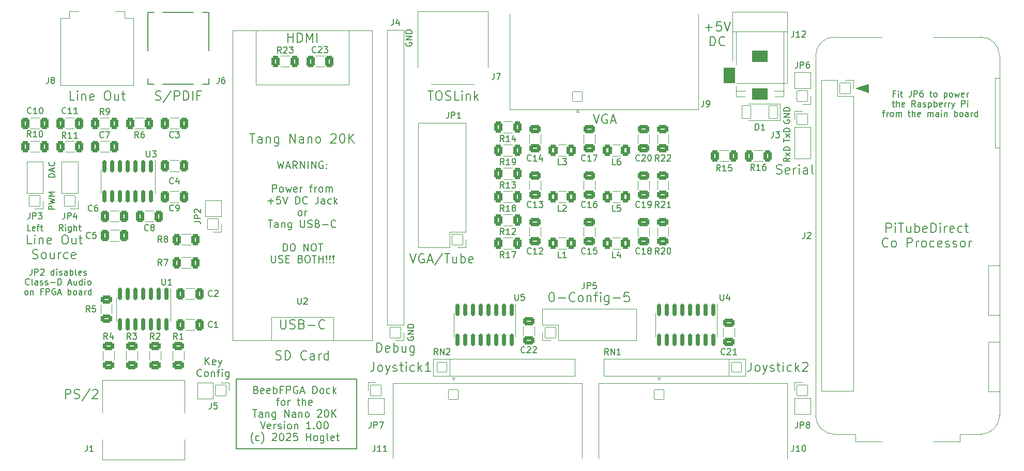
<source format=gto>
G04 #@! TF.GenerationSoftware,KiCad,Pcbnew,6.0.10-86aedd382b~118~ubuntu18.04.1*
G04 #@! TF.CreationDate,2025-05-01T16:39:21+01:00*
G04 #@! TF.ProjectId,tangnano20k_dock,74616e67-6e61-46e6-9f32-306b5f646f63,rev?*
G04 #@! TF.SameCoordinates,Original*
G04 #@! TF.FileFunction,Legend,Top*
G04 #@! TF.FilePolarity,Positive*
%FSLAX46Y46*%
G04 Gerber Fmt 4.6, Leading zero omitted, Abs format (unit mm)*
G04 Created by KiCad (PCBNEW 6.0.10-86aedd382b~118~ubuntu18.04.1) date 2025-05-01 16:39:21*
%MOMM*%
%LPD*%
G01*
G04 APERTURE LIST*
G04 Aperture macros list*
%AMRoundRect*
0 Rectangle with rounded corners*
0 $1 Rounding radius*
0 $2 $3 $4 $5 $6 $7 $8 $9 X,Y pos of 4 corners*
0 Add a 4 corners polygon primitive as box body*
4,1,4,$2,$3,$4,$5,$6,$7,$8,$9,$2,$3,0*
0 Add four circle primitives for the rounded corners*
1,1,$1+$1,$2,$3*
1,1,$1+$1,$4,$5*
1,1,$1+$1,$6,$7*
1,1,$1+$1,$8,$9*
0 Add four rect primitives between the rounded corners*
20,1,$1+$1,$2,$3,$4,$5,0*
20,1,$1+$1,$4,$5,$6,$7,0*
20,1,$1+$1,$6,$7,$8,$9,0*
20,1,$1+$1,$8,$9,$2,$3,0*%
G04 Aperture macros list end*
%ADD10C,0.150000*%
%ADD11C,0.200000*%
%ADD12C,0.120000*%
%ADD13RoundRect,0.288000X0.650000X-0.412500X0.650000X0.412500X-0.650000X0.412500X-0.650000X-0.412500X0*%
%ADD14RoundRect,0.188000X-0.150000X0.825000X-0.150000X-0.825000X0.150000X-0.825000X0.150000X0.825000X0*%
%ADD15RoundRect,0.288001X-0.462499X-0.624999X0.462499X-0.624999X0.462499X0.624999X-0.462499X0.624999X0*%
%ADD16RoundRect,0.288000X0.412500X0.650000X-0.412500X0.650000X-0.412500X-0.650000X0.412500X-0.650000X0*%
%ADD17O,1.426000X2.276000*%
%ADD18O,2.276000X1.426000*%
%ADD19RoundRect,0.288000X0.400000X0.625000X-0.400000X0.625000X-0.400000X-0.625000X0.400000X-0.625000X0*%
%ADD20RoundRect,0.288000X0.625000X-0.400000X0.625000X0.400000X-0.625000X0.400000X-0.625000X-0.400000X0*%
%ADD21RoundRect,0.288000X-0.400000X-0.625000X0.400000X-0.625000X0.400000X0.625000X-0.400000X0.625000X0*%
%ADD22RoundRect,0.038000X-0.850000X-0.850000X0.850000X-0.850000X0.850000X0.850000X-0.850000X0.850000X0*%
%ADD23O,1.776000X1.776000*%
%ADD24RoundRect,0.038000X0.850000X0.850000X-0.850000X0.850000X-0.850000X-0.850000X0.850000X-0.850000X0*%
%ADD25C,4.076000*%
%ADD26RoundRect,0.038000X-0.800000X-0.800000X0.800000X-0.800000X0.800000X0.800000X-0.800000X0.800000X0*%
%ADD27C,1.676000*%
%ADD28RoundRect,0.288000X-0.412500X-0.650000X0.412500X-0.650000X0.412500X0.650000X-0.412500X0.650000X0*%
%ADD29C,2.000000*%
%ADD30C,1.776000*%
%ADD31C,6.800000*%
%ADD32C,6.000000*%
%ADD33RoundRect,0.952000X1.300000X0.000000X-1.300000X0.000000X-1.300000X0.000000X1.300000X0.000000X0*%
%ADD34RoundRect,0.952000X0.000000X1.300000X0.000000X-1.300000X0.000000X-1.300000X0.000000X1.300000X0*%
%ADD35RoundRect,0.952000X-1.300000X0.000000X1.300000X0.000000X1.300000X0.000000X-1.300000X0.000000X0*%
%ADD36RoundRect,0.038000X0.700000X1.050000X-0.700000X1.050000X-0.700000X-1.050000X0.700000X-1.050000X0*%
%ADD37O,1.676000X1.676000*%
%ADD38RoundRect,0.038000X-0.850000X0.850000X-0.850000X-0.850000X0.850000X-0.850000X0.850000X0.850000X0*%
%ADD39RoundRect,0.038000X0.850000X-0.850000X0.850000X0.850000X-0.850000X0.850000X-0.850000X-0.850000X0*%
%ADD40C,1.600000*%
%ADD41RoundRect,0.038000X0.800000X0.800000X-0.800000X0.800000X-0.800000X-0.800000X0.800000X-0.800000X0*%
%ADD42O,2.076000X4.076000*%
%ADD43O,4.076000X2.276000*%
%ADD44O,2.362000X3.900000*%
%ADD45O,3.900000X2.362000*%
%ADD46RoundRect,0.288000X-0.625000X0.400000X-0.625000X-0.400000X0.625000X-0.400000X0.625000X0.400000X0*%
G04 APERTURE END LIST*
D10*
X129540000Y-109850000D02*
X109855000Y-109850000D01*
G36*
X213360000Y-62860000D02*
G01*
X211455000Y-62225000D01*
X213360000Y-61590000D01*
X213360000Y-62860000D01*
G37*
X213360000Y-62860000D02*
X211455000Y-62225000D01*
X213360000Y-61590000D01*
X213360000Y-62860000D01*
X109855000Y-109850000D02*
X109855000Y-121280000D01*
X109855000Y-121280000D02*
X129540000Y-121280000D01*
X129540000Y-121280000D02*
X129540000Y-109850000D01*
D11*
X76331428Y-87731071D02*
X75617142Y-87731071D01*
X75617142Y-86231071D01*
X76831428Y-87731071D02*
X76831428Y-86731071D01*
X76831428Y-86231071D02*
X76760000Y-86302500D01*
X76831428Y-86373928D01*
X76902857Y-86302500D01*
X76831428Y-86231071D01*
X76831428Y-86373928D01*
X77545714Y-86731071D02*
X77545714Y-87731071D01*
X77545714Y-86873928D02*
X77617142Y-86802500D01*
X77760000Y-86731071D01*
X77974285Y-86731071D01*
X78117142Y-86802500D01*
X78188571Y-86945357D01*
X78188571Y-87731071D01*
X79474285Y-87659642D02*
X79331428Y-87731071D01*
X79045714Y-87731071D01*
X78902857Y-87659642D01*
X78831428Y-87516785D01*
X78831428Y-86945357D01*
X78902857Y-86802500D01*
X79045714Y-86731071D01*
X79331428Y-86731071D01*
X79474285Y-86802500D01*
X79545714Y-86945357D01*
X79545714Y-87088214D01*
X78831428Y-87231071D01*
X81617142Y-86231071D02*
X81902857Y-86231071D01*
X82045714Y-86302500D01*
X82188571Y-86445357D01*
X82260000Y-86731071D01*
X82260000Y-87231071D01*
X82188571Y-87516785D01*
X82045714Y-87659642D01*
X81902857Y-87731071D01*
X81617142Y-87731071D01*
X81474285Y-87659642D01*
X81331428Y-87516785D01*
X81260000Y-87231071D01*
X81260000Y-86731071D01*
X81331428Y-86445357D01*
X81474285Y-86302500D01*
X81617142Y-86231071D01*
X83545714Y-86731071D02*
X83545714Y-87731071D01*
X82902857Y-86731071D02*
X82902857Y-87516785D01*
X82974285Y-87659642D01*
X83117142Y-87731071D01*
X83331428Y-87731071D01*
X83474285Y-87659642D01*
X83545714Y-87588214D01*
X84045714Y-86731071D02*
X84617142Y-86731071D01*
X84260000Y-86231071D02*
X84260000Y-87516785D01*
X84331428Y-87659642D01*
X84474285Y-87731071D01*
X84617142Y-87731071D01*
X76474285Y-90074642D02*
X76688571Y-90146071D01*
X77045714Y-90146071D01*
X77188571Y-90074642D01*
X77260000Y-90003214D01*
X77331428Y-89860357D01*
X77331428Y-89717500D01*
X77260000Y-89574642D01*
X77188571Y-89503214D01*
X77045714Y-89431785D01*
X76760000Y-89360357D01*
X76617142Y-89288928D01*
X76545714Y-89217500D01*
X76474285Y-89074642D01*
X76474285Y-88931785D01*
X76545714Y-88788928D01*
X76617142Y-88717500D01*
X76760000Y-88646071D01*
X77117142Y-88646071D01*
X77331428Y-88717500D01*
X78188571Y-90146071D02*
X78045714Y-90074642D01*
X77974285Y-90003214D01*
X77902857Y-89860357D01*
X77902857Y-89431785D01*
X77974285Y-89288928D01*
X78045714Y-89217500D01*
X78188571Y-89146071D01*
X78402857Y-89146071D01*
X78545714Y-89217500D01*
X78617142Y-89288928D01*
X78688571Y-89431785D01*
X78688571Y-89860357D01*
X78617142Y-90003214D01*
X78545714Y-90074642D01*
X78402857Y-90146071D01*
X78188571Y-90146071D01*
X79974285Y-89146071D02*
X79974285Y-90146071D01*
X79331428Y-89146071D02*
X79331428Y-89931785D01*
X79402857Y-90074642D01*
X79545714Y-90146071D01*
X79760000Y-90146071D01*
X79902857Y-90074642D01*
X79974285Y-90003214D01*
X80688571Y-90146071D02*
X80688571Y-89146071D01*
X80688571Y-89431785D02*
X80760000Y-89288928D01*
X80831428Y-89217500D01*
X80974285Y-89146071D01*
X81117142Y-89146071D01*
X82260000Y-90074642D02*
X82117142Y-90146071D01*
X81831428Y-90146071D01*
X81688571Y-90074642D01*
X81617142Y-90003214D01*
X81545714Y-89860357D01*
X81545714Y-89431785D01*
X81617142Y-89288928D01*
X81688571Y-89217500D01*
X81831428Y-89146071D01*
X82117142Y-89146071D01*
X82260000Y-89217500D01*
X83474285Y-90074642D02*
X83331428Y-90146071D01*
X83045714Y-90146071D01*
X82902857Y-90074642D01*
X82831428Y-89931785D01*
X82831428Y-89360357D01*
X82902857Y-89217500D01*
X83045714Y-89146071D01*
X83331428Y-89146071D01*
X83474285Y-89217500D01*
X83545714Y-89360357D01*
X83545714Y-89503214D01*
X82831428Y-89646071D01*
X104759285Y-107526857D02*
X104759285Y-106326857D01*
X105445000Y-107526857D02*
X104930714Y-106841142D01*
X105445000Y-106326857D02*
X104759285Y-107012571D01*
X106416428Y-107469714D02*
X106302142Y-107526857D01*
X106073571Y-107526857D01*
X105959285Y-107469714D01*
X105902142Y-107355428D01*
X105902142Y-106898285D01*
X105959285Y-106784000D01*
X106073571Y-106726857D01*
X106302142Y-106726857D01*
X106416428Y-106784000D01*
X106473571Y-106898285D01*
X106473571Y-107012571D01*
X105902142Y-107126857D01*
X106873571Y-106726857D02*
X107159285Y-107526857D01*
X107445000Y-106726857D02*
X107159285Y-107526857D01*
X107045000Y-107812571D01*
X106987857Y-107869714D01*
X106873571Y-107926857D01*
X104159285Y-109344571D02*
X104102142Y-109401714D01*
X103930714Y-109458857D01*
X103816428Y-109458857D01*
X103645000Y-109401714D01*
X103530714Y-109287428D01*
X103473571Y-109173142D01*
X103416428Y-108944571D01*
X103416428Y-108773142D01*
X103473571Y-108544571D01*
X103530714Y-108430285D01*
X103645000Y-108316000D01*
X103816428Y-108258857D01*
X103930714Y-108258857D01*
X104102142Y-108316000D01*
X104159285Y-108373142D01*
X104845000Y-109458857D02*
X104730714Y-109401714D01*
X104673571Y-109344571D01*
X104616428Y-109230285D01*
X104616428Y-108887428D01*
X104673571Y-108773142D01*
X104730714Y-108716000D01*
X104845000Y-108658857D01*
X105016428Y-108658857D01*
X105130714Y-108716000D01*
X105187857Y-108773142D01*
X105245000Y-108887428D01*
X105245000Y-109230285D01*
X105187857Y-109344571D01*
X105130714Y-109401714D01*
X105016428Y-109458857D01*
X104845000Y-109458857D01*
X105759285Y-108658857D02*
X105759285Y-109458857D01*
X105759285Y-108773142D02*
X105816428Y-108716000D01*
X105930714Y-108658857D01*
X106102142Y-108658857D01*
X106216428Y-108716000D01*
X106273571Y-108830285D01*
X106273571Y-109458857D01*
X106673571Y-108658857D02*
X107130714Y-108658857D01*
X106845000Y-109458857D02*
X106845000Y-108430285D01*
X106902142Y-108316000D01*
X107016428Y-108258857D01*
X107130714Y-108258857D01*
X107530714Y-109458857D02*
X107530714Y-108658857D01*
X107530714Y-108258857D02*
X107473571Y-108316000D01*
X107530714Y-108373142D01*
X107587857Y-108316000D01*
X107530714Y-108258857D01*
X107530714Y-108373142D01*
X108616428Y-108658857D02*
X108616428Y-109630285D01*
X108559285Y-109744571D01*
X108502142Y-109801714D01*
X108387857Y-109858857D01*
X108216428Y-109858857D01*
X108102142Y-109801714D01*
X108616428Y-109401714D02*
X108502142Y-109458857D01*
X108273571Y-109458857D01*
X108159285Y-109401714D01*
X108102142Y-109344571D01*
X108045000Y-109230285D01*
X108045000Y-108887428D01*
X108102142Y-108773142D01*
X108159285Y-108716000D01*
X108273571Y-108658857D01*
X108502142Y-108658857D01*
X108616428Y-108716000D01*
X132818571Y-105448571D02*
X132818571Y-103948571D01*
X133175714Y-103948571D01*
X133390000Y-104020000D01*
X133532857Y-104162857D01*
X133604285Y-104305714D01*
X133675714Y-104591428D01*
X133675714Y-104805714D01*
X133604285Y-105091428D01*
X133532857Y-105234285D01*
X133390000Y-105377142D01*
X133175714Y-105448571D01*
X132818571Y-105448571D01*
X134890000Y-105377142D02*
X134747142Y-105448571D01*
X134461428Y-105448571D01*
X134318571Y-105377142D01*
X134247142Y-105234285D01*
X134247142Y-104662857D01*
X134318571Y-104520000D01*
X134461428Y-104448571D01*
X134747142Y-104448571D01*
X134890000Y-104520000D01*
X134961428Y-104662857D01*
X134961428Y-104805714D01*
X134247142Y-104948571D01*
X135604285Y-105448571D02*
X135604285Y-103948571D01*
X135604285Y-104520000D02*
X135747142Y-104448571D01*
X136032857Y-104448571D01*
X136175714Y-104520000D01*
X136247142Y-104591428D01*
X136318571Y-104734285D01*
X136318571Y-105162857D01*
X136247142Y-105305714D01*
X136175714Y-105377142D01*
X136032857Y-105448571D01*
X135747142Y-105448571D01*
X135604285Y-105377142D01*
X137604285Y-104448571D02*
X137604285Y-105448571D01*
X136961428Y-104448571D02*
X136961428Y-105234285D01*
X137032857Y-105377142D01*
X137175714Y-105448571D01*
X137390000Y-105448571D01*
X137532857Y-105377142D01*
X137604285Y-105305714D01*
X138961428Y-104448571D02*
X138961428Y-105662857D01*
X138890000Y-105805714D01*
X138818571Y-105877142D01*
X138675714Y-105948571D01*
X138461428Y-105948571D01*
X138318571Y-105877142D01*
X138961428Y-105377142D02*
X138818571Y-105448571D01*
X138532857Y-105448571D01*
X138390000Y-105377142D01*
X138318571Y-105305714D01*
X138247142Y-105162857D01*
X138247142Y-104734285D01*
X138318571Y-104591428D01*
X138390000Y-104520000D01*
X138532857Y-104448571D01*
X138818571Y-104448571D01*
X138961428Y-104520000D01*
X216277857Y-85826071D02*
X216277857Y-84326071D01*
X216849285Y-84326071D01*
X216992142Y-84397500D01*
X217063571Y-84468928D01*
X217135000Y-84611785D01*
X217135000Y-84826071D01*
X217063571Y-84968928D01*
X216992142Y-85040357D01*
X216849285Y-85111785D01*
X216277857Y-85111785D01*
X217777857Y-85826071D02*
X217777857Y-84826071D01*
X217777857Y-84326071D02*
X217706428Y-84397500D01*
X217777857Y-84468928D01*
X217849285Y-84397500D01*
X217777857Y-84326071D01*
X217777857Y-84468928D01*
X218277857Y-84326071D02*
X219135000Y-84326071D01*
X218706428Y-85826071D02*
X218706428Y-84326071D01*
X220277857Y-84826071D02*
X220277857Y-85826071D01*
X219635000Y-84826071D02*
X219635000Y-85611785D01*
X219706428Y-85754642D01*
X219849285Y-85826071D01*
X220063571Y-85826071D01*
X220206428Y-85754642D01*
X220277857Y-85683214D01*
X220992142Y-85826071D02*
X220992142Y-84326071D01*
X220992142Y-84897500D02*
X221135000Y-84826071D01*
X221420714Y-84826071D01*
X221563571Y-84897500D01*
X221635000Y-84968928D01*
X221706428Y-85111785D01*
X221706428Y-85540357D01*
X221635000Y-85683214D01*
X221563571Y-85754642D01*
X221420714Y-85826071D01*
X221135000Y-85826071D01*
X220992142Y-85754642D01*
X222920714Y-85754642D02*
X222777857Y-85826071D01*
X222492142Y-85826071D01*
X222349285Y-85754642D01*
X222277857Y-85611785D01*
X222277857Y-85040357D01*
X222349285Y-84897500D01*
X222492142Y-84826071D01*
X222777857Y-84826071D01*
X222920714Y-84897500D01*
X222992142Y-85040357D01*
X222992142Y-85183214D01*
X222277857Y-85326071D01*
X223635000Y-85826071D02*
X223635000Y-84326071D01*
X223992142Y-84326071D01*
X224206428Y-84397500D01*
X224349285Y-84540357D01*
X224420714Y-84683214D01*
X224492142Y-84968928D01*
X224492142Y-85183214D01*
X224420714Y-85468928D01*
X224349285Y-85611785D01*
X224206428Y-85754642D01*
X223992142Y-85826071D01*
X223635000Y-85826071D01*
X225135000Y-85826071D02*
X225135000Y-84826071D01*
X225135000Y-84326071D02*
X225063571Y-84397500D01*
X225135000Y-84468928D01*
X225206428Y-84397500D01*
X225135000Y-84326071D01*
X225135000Y-84468928D01*
X225849285Y-85826071D02*
X225849285Y-84826071D01*
X225849285Y-85111785D02*
X225920714Y-84968928D01*
X225992142Y-84897500D01*
X226135000Y-84826071D01*
X226277857Y-84826071D01*
X227349285Y-85754642D02*
X227206428Y-85826071D01*
X226920714Y-85826071D01*
X226777857Y-85754642D01*
X226706428Y-85611785D01*
X226706428Y-85040357D01*
X226777857Y-84897500D01*
X226920714Y-84826071D01*
X227206428Y-84826071D01*
X227349285Y-84897500D01*
X227420714Y-85040357D01*
X227420714Y-85183214D01*
X226706428Y-85326071D01*
X228706428Y-85754642D02*
X228563571Y-85826071D01*
X228277857Y-85826071D01*
X228135000Y-85754642D01*
X228063571Y-85683214D01*
X227992142Y-85540357D01*
X227992142Y-85111785D01*
X228063571Y-84968928D01*
X228135000Y-84897500D01*
X228277857Y-84826071D01*
X228563571Y-84826071D01*
X228706428Y-84897500D01*
X229135000Y-84826071D02*
X229706428Y-84826071D01*
X229349285Y-84326071D02*
X229349285Y-85611785D01*
X229420714Y-85754642D01*
X229563571Y-85826071D01*
X229706428Y-85826071D01*
X216563571Y-88098214D02*
X216492142Y-88169642D01*
X216277857Y-88241071D01*
X216135000Y-88241071D01*
X215920714Y-88169642D01*
X215777857Y-88026785D01*
X215706428Y-87883928D01*
X215635000Y-87598214D01*
X215635000Y-87383928D01*
X215706428Y-87098214D01*
X215777857Y-86955357D01*
X215920714Y-86812500D01*
X216135000Y-86741071D01*
X216277857Y-86741071D01*
X216492142Y-86812500D01*
X216563571Y-86883928D01*
X217420714Y-88241071D02*
X217277857Y-88169642D01*
X217206428Y-88098214D01*
X217135000Y-87955357D01*
X217135000Y-87526785D01*
X217206428Y-87383928D01*
X217277857Y-87312500D01*
X217420714Y-87241071D01*
X217635000Y-87241071D01*
X217777857Y-87312500D01*
X217849285Y-87383928D01*
X217920714Y-87526785D01*
X217920714Y-87955357D01*
X217849285Y-88098214D01*
X217777857Y-88169642D01*
X217635000Y-88241071D01*
X217420714Y-88241071D01*
X219706428Y-88241071D02*
X219706428Y-86741071D01*
X220277857Y-86741071D01*
X220420714Y-86812500D01*
X220492142Y-86883928D01*
X220563571Y-87026785D01*
X220563571Y-87241071D01*
X220492142Y-87383928D01*
X220420714Y-87455357D01*
X220277857Y-87526785D01*
X219706428Y-87526785D01*
X221206428Y-88241071D02*
X221206428Y-87241071D01*
X221206428Y-87526785D02*
X221277857Y-87383928D01*
X221349285Y-87312500D01*
X221492142Y-87241071D01*
X221635000Y-87241071D01*
X222349285Y-88241071D02*
X222206428Y-88169642D01*
X222135000Y-88098214D01*
X222063571Y-87955357D01*
X222063571Y-87526785D01*
X222135000Y-87383928D01*
X222206428Y-87312500D01*
X222349285Y-87241071D01*
X222563571Y-87241071D01*
X222706428Y-87312500D01*
X222777857Y-87383928D01*
X222849285Y-87526785D01*
X222849285Y-87955357D01*
X222777857Y-88098214D01*
X222706428Y-88169642D01*
X222563571Y-88241071D01*
X222349285Y-88241071D01*
X224135000Y-88169642D02*
X223992142Y-88241071D01*
X223706428Y-88241071D01*
X223563571Y-88169642D01*
X223492142Y-88098214D01*
X223420714Y-87955357D01*
X223420714Y-87526785D01*
X223492142Y-87383928D01*
X223563571Y-87312500D01*
X223706428Y-87241071D01*
X223992142Y-87241071D01*
X224135000Y-87312500D01*
X225349285Y-88169642D02*
X225206428Y-88241071D01*
X224920714Y-88241071D01*
X224777857Y-88169642D01*
X224706428Y-88026785D01*
X224706428Y-87455357D01*
X224777857Y-87312500D01*
X224920714Y-87241071D01*
X225206428Y-87241071D01*
X225349285Y-87312500D01*
X225420714Y-87455357D01*
X225420714Y-87598214D01*
X224706428Y-87741071D01*
X225992142Y-88169642D02*
X226135000Y-88241071D01*
X226420714Y-88241071D01*
X226563571Y-88169642D01*
X226635000Y-88026785D01*
X226635000Y-87955357D01*
X226563571Y-87812500D01*
X226420714Y-87741071D01*
X226206428Y-87741071D01*
X226063571Y-87669642D01*
X225992142Y-87526785D01*
X225992142Y-87455357D01*
X226063571Y-87312500D01*
X226206428Y-87241071D01*
X226420714Y-87241071D01*
X226563571Y-87312500D01*
X227206428Y-88169642D02*
X227349285Y-88241071D01*
X227635000Y-88241071D01*
X227777857Y-88169642D01*
X227849285Y-88026785D01*
X227849285Y-87955357D01*
X227777857Y-87812500D01*
X227635000Y-87741071D01*
X227420714Y-87741071D01*
X227277857Y-87669642D01*
X227206428Y-87526785D01*
X227206428Y-87455357D01*
X227277857Y-87312500D01*
X227420714Y-87241071D01*
X227635000Y-87241071D01*
X227777857Y-87312500D01*
X228706428Y-88241071D02*
X228563571Y-88169642D01*
X228492142Y-88098214D01*
X228420714Y-87955357D01*
X228420714Y-87526785D01*
X228492142Y-87383928D01*
X228563571Y-87312500D01*
X228706428Y-87241071D01*
X228920714Y-87241071D01*
X229063571Y-87312500D01*
X229135000Y-87383928D01*
X229206428Y-87526785D01*
X229206428Y-87955357D01*
X229135000Y-88098214D01*
X229063571Y-88169642D01*
X228920714Y-88241071D01*
X228706428Y-88241071D01*
X229849285Y-88241071D02*
X229849285Y-87241071D01*
X229849285Y-87526785D02*
X229920714Y-87383928D01*
X229992142Y-87312500D01*
X230135000Y-87241071D01*
X230277857Y-87241071D01*
D10*
X137930000Y-102991904D02*
X137882380Y-103087142D01*
X137882380Y-103230000D01*
X137930000Y-103372857D01*
X138025238Y-103468095D01*
X138120476Y-103515714D01*
X138310952Y-103563333D01*
X138453809Y-103563333D01*
X138644285Y-103515714D01*
X138739523Y-103468095D01*
X138834761Y-103372857D01*
X138882380Y-103230000D01*
X138882380Y-103134761D01*
X138834761Y-102991904D01*
X138787142Y-102944285D01*
X138453809Y-102944285D01*
X138453809Y-103134761D01*
X138882380Y-102515714D02*
X137882380Y-102515714D01*
X138882380Y-101944285D01*
X137882380Y-101944285D01*
X138882380Y-101468095D02*
X137882380Y-101468095D01*
X137882380Y-101230000D01*
X137930000Y-101087142D01*
X138025238Y-100991904D01*
X138120476Y-100944285D01*
X138310952Y-100896666D01*
X138453809Y-100896666D01*
X138644285Y-100944285D01*
X138739523Y-100991904D01*
X138834761Y-101087142D01*
X138882380Y-101230000D01*
X138882380Y-101468095D01*
X80081380Y-76750476D02*
X79081380Y-76750476D01*
X79081380Y-76512380D01*
X79129000Y-76369523D01*
X79224238Y-76274285D01*
X79319476Y-76226666D01*
X79509952Y-76179047D01*
X79652809Y-76179047D01*
X79843285Y-76226666D01*
X79938523Y-76274285D01*
X80033761Y-76369523D01*
X80081380Y-76512380D01*
X80081380Y-76750476D01*
X79795666Y-75798095D02*
X79795666Y-75321904D01*
X80081380Y-75893333D02*
X79081380Y-75560000D01*
X80081380Y-75226666D01*
X79986142Y-74321904D02*
X80033761Y-74369523D01*
X80081380Y-74512380D01*
X80081380Y-74607619D01*
X80033761Y-74750476D01*
X79938523Y-74845714D01*
X79843285Y-74893333D01*
X79652809Y-74940952D01*
X79509952Y-74940952D01*
X79319476Y-74893333D01*
X79224238Y-74845714D01*
X79129000Y-74750476D01*
X79081380Y-74607619D01*
X79081380Y-74512380D01*
X79129000Y-74369523D01*
X79176619Y-74321904D01*
X199525000Y-67431904D02*
X199477380Y-67527142D01*
X199477380Y-67670000D01*
X199525000Y-67812857D01*
X199620238Y-67908095D01*
X199715476Y-67955714D01*
X199905952Y-68003333D01*
X200048809Y-68003333D01*
X200239285Y-67955714D01*
X200334523Y-67908095D01*
X200429761Y-67812857D01*
X200477380Y-67670000D01*
X200477380Y-67574761D01*
X200429761Y-67431904D01*
X200382142Y-67384285D01*
X200048809Y-67384285D01*
X200048809Y-67574761D01*
X200477380Y-66955714D02*
X199477380Y-66955714D01*
X200477380Y-66384285D01*
X199477380Y-66384285D01*
X200477380Y-65908095D02*
X199477380Y-65908095D01*
X199477380Y-65670000D01*
X199525000Y-65527142D01*
X199620238Y-65431904D01*
X199715476Y-65384285D01*
X199905952Y-65336666D01*
X200048809Y-65336666D01*
X200239285Y-65384285D01*
X200334523Y-65431904D01*
X200429761Y-65527142D01*
X200477380Y-65670000D01*
X200477380Y-65908095D01*
D11*
X198330714Y-76167142D02*
X198545000Y-76238571D01*
X198902142Y-76238571D01*
X199045000Y-76167142D01*
X199116428Y-76095714D01*
X199187857Y-75952857D01*
X199187857Y-75810000D01*
X199116428Y-75667142D01*
X199045000Y-75595714D01*
X198902142Y-75524285D01*
X198616428Y-75452857D01*
X198473571Y-75381428D01*
X198402142Y-75310000D01*
X198330714Y-75167142D01*
X198330714Y-75024285D01*
X198402142Y-74881428D01*
X198473571Y-74810000D01*
X198616428Y-74738571D01*
X198973571Y-74738571D01*
X199187857Y-74810000D01*
X200402142Y-76167142D02*
X200259285Y-76238571D01*
X199973571Y-76238571D01*
X199830714Y-76167142D01*
X199759285Y-76024285D01*
X199759285Y-75452857D01*
X199830714Y-75310000D01*
X199973571Y-75238571D01*
X200259285Y-75238571D01*
X200402142Y-75310000D01*
X200473571Y-75452857D01*
X200473571Y-75595714D01*
X199759285Y-75738571D01*
X201116428Y-76238571D02*
X201116428Y-75238571D01*
X201116428Y-75524285D02*
X201187857Y-75381428D01*
X201259285Y-75310000D01*
X201402142Y-75238571D01*
X201545000Y-75238571D01*
X202045000Y-76238571D02*
X202045000Y-75238571D01*
X202045000Y-74738571D02*
X201973571Y-74810000D01*
X202045000Y-74881428D01*
X202116428Y-74810000D01*
X202045000Y-74738571D01*
X202045000Y-74881428D01*
X203402142Y-76238571D02*
X203402142Y-75452857D01*
X203330714Y-75310000D01*
X203187857Y-75238571D01*
X202902142Y-75238571D01*
X202759285Y-75310000D01*
X203402142Y-76167142D02*
X203259285Y-76238571D01*
X202902142Y-76238571D01*
X202759285Y-76167142D01*
X202687857Y-76024285D01*
X202687857Y-75881428D01*
X202759285Y-75738571D01*
X202902142Y-75667142D01*
X203259285Y-75667142D01*
X203402142Y-75595714D01*
X204330714Y-76238571D02*
X204187857Y-76167142D01*
X204116428Y-76024285D01*
X204116428Y-74738571D01*
X186666428Y-52234642D02*
X187809285Y-52234642D01*
X187237857Y-52806071D02*
X187237857Y-51663214D01*
X189237857Y-51306071D02*
X188523571Y-51306071D01*
X188452142Y-52020357D01*
X188523571Y-51948928D01*
X188666428Y-51877500D01*
X189023571Y-51877500D01*
X189166428Y-51948928D01*
X189237857Y-52020357D01*
X189309285Y-52163214D01*
X189309285Y-52520357D01*
X189237857Y-52663214D01*
X189166428Y-52734642D01*
X189023571Y-52806071D01*
X188666428Y-52806071D01*
X188523571Y-52734642D01*
X188452142Y-52663214D01*
X189737857Y-51306071D02*
X190237857Y-52806071D01*
X190737857Y-51306071D01*
X187452142Y-55221071D02*
X187452142Y-53721071D01*
X187809285Y-53721071D01*
X188023571Y-53792500D01*
X188166428Y-53935357D01*
X188237857Y-54078214D01*
X188309285Y-54363928D01*
X188309285Y-54578214D01*
X188237857Y-54863928D01*
X188166428Y-55006785D01*
X188023571Y-55149642D01*
X187809285Y-55221071D01*
X187452142Y-55221071D01*
X189809285Y-55078214D02*
X189737857Y-55149642D01*
X189523571Y-55221071D01*
X189380714Y-55221071D01*
X189166428Y-55149642D01*
X189023571Y-55006785D01*
X188952142Y-54863928D01*
X188880714Y-54578214D01*
X188880714Y-54363928D01*
X188952142Y-54078214D01*
X189023571Y-53935357D01*
X189166428Y-53792500D01*
X189380714Y-53721071D01*
X189523571Y-53721071D01*
X189737857Y-53792500D01*
X189809285Y-53863928D01*
X194140714Y-107128571D02*
X194140714Y-108200000D01*
X194069285Y-108414285D01*
X193926428Y-108557142D01*
X193712142Y-108628571D01*
X193569285Y-108628571D01*
X195069285Y-108628571D02*
X194926428Y-108557142D01*
X194855000Y-108485714D01*
X194783571Y-108342857D01*
X194783571Y-107914285D01*
X194855000Y-107771428D01*
X194926428Y-107700000D01*
X195069285Y-107628571D01*
X195283571Y-107628571D01*
X195426428Y-107700000D01*
X195497857Y-107771428D01*
X195569285Y-107914285D01*
X195569285Y-108342857D01*
X195497857Y-108485714D01*
X195426428Y-108557142D01*
X195283571Y-108628571D01*
X195069285Y-108628571D01*
X196069285Y-107628571D02*
X196426428Y-108628571D01*
X196783571Y-107628571D02*
X196426428Y-108628571D01*
X196283571Y-108985714D01*
X196212142Y-109057142D01*
X196069285Y-109128571D01*
X197283571Y-108557142D02*
X197426428Y-108628571D01*
X197712142Y-108628571D01*
X197855000Y-108557142D01*
X197926428Y-108414285D01*
X197926428Y-108342857D01*
X197855000Y-108200000D01*
X197712142Y-108128571D01*
X197497857Y-108128571D01*
X197355000Y-108057142D01*
X197283571Y-107914285D01*
X197283571Y-107842857D01*
X197355000Y-107700000D01*
X197497857Y-107628571D01*
X197712142Y-107628571D01*
X197855000Y-107700000D01*
X198355000Y-107628571D02*
X198926428Y-107628571D01*
X198569285Y-107128571D02*
X198569285Y-108414285D01*
X198640714Y-108557142D01*
X198783571Y-108628571D01*
X198926428Y-108628571D01*
X199426428Y-108628571D02*
X199426428Y-107628571D01*
X199426428Y-107128571D02*
X199355000Y-107200000D01*
X199426428Y-107271428D01*
X199497857Y-107200000D01*
X199426428Y-107128571D01*
X199426428Y-107271428D01*
X200783571Y-108557142D02*
X200640714Y-108628571D01*
X200355000Y-108628571D01*
X200212142Y-108557142D01*
X200140714Y-108485714D01*
X200069285Y-108342857D01*
X200069285Y-107914285D01*
X200140714Y-107771428D01*
X200212142Y-107700000D01*
X200355000Y-107628571D01*
X200640714Y-107628571D01*
X200783571Y-107700000D01*
X201426428Y-108628571D02*
X201426428Y-107128571D01*
X201569285Y-108057142D02*
X201997857Y-108628571D01*
X201997857Y-107628571D02*
X201426428Y-108200000D01*
X202569285Y-107271428D02*
X202640714Y-107200000D01*
X202783571Y-107128571D01*
X203140714Y-107128571D01*
X203283571Y-107200000D01*
X203355000Y-107271428D01*
X203426428Y-107414285D01*
X203426428Y-107557142D01*
X203355000Y-107771428D01*
X202497857Y-108628571D01*
X203426428Y-108628571D01*
D10*
X81430952Y-85537380D02*
X81097619Y-85061190D01*
X80859523Y-85537380D02*
X80859523Y-84537380D01*
X81240476Y-84537380D01*
X81335714Y-84585000D01*
X81383333Y-84632619D01*
X81430952Y-84727857D01*
X81430952Y-84870714D01*
X81383333Y-84965952D01*
X81335714Y-85013571D01*
X81240476Y-85061190D01*
X80859523Y-85061190D01*
X81859523Y-85537380D02*
X81859523Y-84870714D01*
X81859523Y-84537380D02*
X81811904Y-84585000D01*
X81859523Y-84632619D01*
X81907142Y-84585000D01*
X81859523Y-84537380D01*
X81859523Y-84632619D01*
X82764285Y-84870714D02*
X82764285Y-85680238D01*
X82716666Y-85775476D01*
X82669047Y-85823095D01*
X82573809Y-85870714D01*
X82430952Y-85870714D01*
X82335714Y-85823095D01*
X82764285Y-85489761D02*
X82669047Y-85537380D01*
X82478571Y-85537380D01*
X82383333Y-85489761D01*
X82335714Y-85442142D01*
X82288095Y-85346904D01*
X82288095Y-85061190D01*
X82335714Y-84965952D01*
X82383333Y-84918333D01*
X82478571Y-84870714D01*
X82669047Y-84870714D01*
X82764285Y-84918333D01*
X83240476Y-85537380D02*
X83240476Y-84537380D01*
X83669047Y-85537380D02*
X83669047Y-85013571D01*
X83621428Y-84918333D01*
X83526190Y-84870714D01*
X83383333Y-84870714D01*
X83288095Y-84918333D01*
X83240476Y-84965952D01*
X84002380Y-84870714D02*
X84383333Y-84870714D01*
X84145238Y-84537380D02*
X84145238Y-85394523D01*
X84192857Y-85489761D01*
X84288095Y-85537380D01*
X84383333Y-85537380D01*
D11*
X138260000Y-89343571D02*
X138760000Y-90843571D01*
X139260000Y-89343571D01*
X140545714Y-89415000D02*
X140402857Y-89343571D01*
X140188571Y-89343571D01*
X139974285Y-89415000D01*
X139831428Y-89557857D01*
X139760000Y-89700714D01*
X139688571Y-89986428D01*
X139688571Y-90200714D01*
X139760000Y-90486428D01*
X139831428Y-90629285D01*
X139974285Y-90772142D01*
X140188571Y-90843571D01*
X140331428Y-90843571D01*
X140545714Y-90772142D01*
X140617142Y-90700714D01*
X140617142Y-90200714D01*
X140331428Y-90200714D01*
X141188571Y-90415000D02*
X141902857Y-90415000D01*
X141045714Y-90843571D02*
X141545714Y-89343571D01*
X142045714Y-90843571D01*
X143617142Y-89272142D02*
X142331428Y-91200714D01*
X143902857Y-89343571D02*
X144760000Y-89343571D01*
X144331428Y-90843571D02*
X144331428Y-89343571D01*
X145902857Y-89843571D02*
X145902857Y-90843571D01*
X145260000Y-89843571D02*
X145260000Y-90629285D01*
X145331428Y-90772142D01*
X145474285Y-90843571D01*
X145688571Y-90843571D01*
X145831428Y-90772142D01*
X145902857Y-90700714D01*
X146617142Y-90843571D02*
X146617142Y-89343571D01*
X146617142Y-89915000D02*
X146760000Y-89843571D01*
X147045714Y-89843571D01*
X147188571Y-89915000D01*
X147260000Y-89986428D01*
X147331428Y-90129285D01*
X147331428Y-90557857D01*
X147260000Y-90700714D01*
X147188571Y-90772142D01*
X147045714Y-90843571D01*
X146760000Y-90843571D01*
X146617142Y-90772142D01*
X148545714Y-90772142D02*
X148402857Y-90843571D01*
X148117142Y-90843571D01*
X147974285Y-90772142D01*
X147902857Y-90629285D01*
X147902857Y-90057857D01*
X147974285Y-89915000D01*
X148117142Y-89843571D01*
X148402857Y-89843571D01*
X148545714Y-89915000D01*
X148617142Y-90057857D01*
X148617142Y-90200714D01*
X147902857Y-90343571D01*
X161425714Y-95693571D02*
X161568571Y-95693571D01*
X161711428Y-95765000D01*
X161782857Y-95836428D01*
X161854285Y-95979285D01*
X161925714Y-96265000D01*
X161925714Y-96622142D01*
X161854285Y-96907857D01*
X161782857Y-97050714D01*
X161711428Y-97122142D01*
X161568571Y-97193571D01*
X161425714Y-97193571D01*
X161282857Y-97122142D01*
X161211428Y-97050714D01*
X161140000Y-96907857D01*
X161068571Y-96622142D01*
X161068571Y-96265000D01*
X161140000Y-95979285D01*
X161211428Y-95836428D01*
X161282857Y-95765000D01*
X161425714Y-95693571D01*
X162568571Y-96622142D02*
X163711428Y-96622142D01*
X165282857Y-97050714D02*
X165211428Y-97122142D01*
X164997142Y-97193571D01*
X164854285Y-97193571D01*
X164640000Y-97122142D01*
X164497142Y-96979285D01*
X164425714Y-96836428D01*
X164354285Y-96550714D01*
X164354285Y-96336428D01*
X164425714Y-96050714D01*
X164497142Y-95907857D01*
X164640000Y-95765000D01*
X164854285Y-95693571D01*
X164997142Y-95693571D01*
X165211428Y-95765000D01*
X165282857Y-95836428D01*
X166140000Y-97193571D02*
X165997142Y-97122142D01*
X165925714Y-97050714D01*
X165854285Y-96907857D01*
X165854285Y-96479285D01*
X165925714Y-96336428D01*
X165997142Y-96265000D01*
X166140000Y-96193571D01*
X166354285Y-96193571D01*
X166497142Y-96265000D01*
X166568571Y-96336428D01*
X166640000Y-96479285D01*
X166640000Y-96907857D01*
X166568571Y-97050714D01*
X166497142Y-97122142D01*
X166354285Y-97193571D01*
X166140000Y-97193571D01*
X167282857Y-96193571D02*
X167282857Y-97193571D01*
X167282857Y-96336428D02*
X167354285Y-96265000D01*
X167497142Y-96193571D01*
X167711428Y-96193571D01*
X167854285Y-96265000D01*
X167925714Y-96407857D01*
X167925714Y-97193571D01*
X168425714Y-96193571D02*
X168997142Y-96193571D01*
X168640000Y-97193571D02*
X168640000Y-95907857D01*
X168711428Y-95765000D01*
X168854285Y-95693571D01*
X168997142Y-95693571D01*
X169497142Y-97193571D02*
X169497142Y-96193571D01*
X169497142Y-95693571D02*
X169425714Y-95765000D01*
X169497142Y-95836428D01*
X169568571Y-95765000D01*
X169497142Y-95693571D01*
X169497142Y-95836428D01*
X170854285Y-96193571D02*
X170854285Y-97407857D01*
X170782857Y-97550714D01*
X170711428Y-97622142D01*
X170568571Y-97693571D01*
X170354285Y-97693571D01*
X170211428Y-97622142D01*
X170854285Y-97122142D02*
X170711428Y-97193571D01*
X170425714Y-97193571D01*
X170282857Y-97122142D01*
X170211428Y-97050714D01*
X170140000Y-96907857D01*
X170140000Y-96479285D01*
X170211428Y-96336428D01*
X170282857Y-96265000D01*
X170425714Y-96193571D01*
X170711428Y-96193571D01*
X170854285Y-96265000D01*
X171568571Y-96622142D02*
X172711428Y-96622142D01*
X174140000Y-95693571D02*
X173425714Y-95693571D01*
X173354285Y-96407857D01*
X173425714Y-96336428D01*
X173568571Y-96265000D01*
X173925714Y-96265000D01*
X174068571Y-96336428D01*
X174140000Y-96407857D01*
X174211428Y-96550714D01*
X174211428Y-96907857D01*
X174140000Y-97050714D01*
X174068571Y-97122142D01*
X173925714Y-97193571D01*
X173568571Y-97193571D01*
X173425714Y-97122142D01*
X173354285Y-97050714D01*
D10*
X199477380Y-71035476D02*
X199477380Y-70464047D01*
X200477380Y-70749761D02*
X199477380Y-70749761D01*
X200477380Y-70225952D02*
X199810714Y-69702142D01*
X199810714Y-70225952D02*
X200477380Y-69702142D01*
X200477380Y-69321190D02*
X199477380Y-69321190D01*
X199477380Y-69083095D01*
X199525000Y-68940238D01*
X199620238Y-68845000D01*
X199715476Y-68797380D01*
X199905952Y-68749761D01*
X200048809Y-68749761D01*
X200239285Y-68797380D01*
X200334523Y-68845000D01*
X200429761Y-68940238D01*
X200477380Y-69083095D01*
X200477380Y-69321190D01*
D11*
X96615714Y-64102142D02*
X96830000Y-64173571D01*
X97187142Y-64173571D01*
X97330000Y-64102142D01*
X97401428Y-64030714D01*
X97472857Y-63887857D01*
X97472857Y-63745000D01*
X97401428Y-63602142D01*
X97330000Y-63530714D01*
X97187142Y-63459285D01*
X96901428Y-63387857D01*
X96758571Y-63316428D01*
X96687142Y-63245000D01*
X96615714Y-63102142D01*
X96615714Y-62959285D01*
X96687142Y-62816428D01*
X96758571Y-62745000D01*
X96901428Y-62673571D01*
X97258571Y-62673571D01*
X97472857Y-62745000D01*
X99187142Y-62602142D02*
X97901428Y-64530714D01*
X99687142Y-64173571D02*
X99687142Y-62673571D01*
X100258571Y-62673571D01*
X100401428Y-62745000D01*
X100472857Y-62816428D01*
X100544285Y-62959285D01*
X100544285Y-63173571D01*
X100472857Y-63316428D01*
X100401428Y-63387857D01*
X100258571Y-63459285D01*
X99687142Y-63459285D01*
X101187142Y-64173571D02*
X101187142Y-62673571D01*
X101544285Y-62673571D01*
X101758571Y-62745000D01*
X101901428Y-62887857D01*
X101972857Y-63030714D01*
X102044285Y-63316428D01*
X102044285Y-63530714D01*
X101972857Y-63816428D01*
X101901428Y-63959285D01*
X101758571Y-64102142D01*
X101544285Y-64173571D01*
X101187142Y-64173571D01*
X102687142Y-64173571D02*
X102687142Y-62673571D01*
X103901428Y-63387857D02*
X103401428Y-63387857D01*
X103401428Y-64173571D02*
X103401428Y-62673571D01*
X104115714Y-62673571D01*
D10*
X113065714Y-111615285D02*
X113237142Y-111672428D01*
X113294285Y-111729571D01*
X113351428Y-111843857D01*
X113351428Y-112015285D01*
X113294285Y-112129571D01*
X113237142Y-112186714D01*
X113122857Y-112243857D01*
X112665714Y-112243857D01*
X112665714Y-111043857D01*
X113065714Y-111043857D01*
X113180000Y-111101000D01*
X113237142Y-111158142D01*
X113294285Y-111272428D01*
X113294285Y-111386714D01*
X113237142Y-111501000D01*
X113180000Y-111558142D01*
X113065714Y-111615285D01*
X112665714Y-111615285D01*
X114322857Y-112186714D02*
X114208571Y-112243857D01*
X113980000Y-112243857D01*
X113865714Y-112186714D01*
X113808571Y-112072428D01*
X113808571Y-111615285D01*
X113865714Y-111501000D01*
X113980000Y-111443857D01*
X114208571Y-111443857D01*
X114322857Y-111501000D01*
X114380000Y-111615285D01*
X114380000Y-111729571D01*
X113808571Y-111843857D01*
X115351428Y-112186714D02*
X115237142Y-112243857D01*
X115008571Y-112243857D01*
X114894285Y-112186714D01*
X114837142Y-112072428D01*
X114837142Y-111615285D01*
X114894285Y-111501000D01*
X115008571Y-111443857D01*
X115237142Y-111443857D01*
X115351428Y-111501000D01*
X115408571Y-111615285D01*
X115408571Y-111729571D01*
X114837142Y-111843857D01*
X115922857Y-112243857D02*
X115922857Y-111043857D01*
X115922857Y-111501000D02*
X116037142Y-111443857D01*
X116265714Y-111443857D01*
X116380000Y-111501000D01*
X116437142Y-111558142D01*
X116494285Y-111672428D01*
X116494285Y-112015285D01*
X116437142Y-112129571D01*
X116380000Y-112186714D01*
X116265714Y-112243857D01*
X116037142Y-112243857D01*
X115922857Y-112186714D01*
X117408571Y-111615285D02*
X117008571Y-111615285D01*
X117008571Y-112243857D02*
X117008571Y-111043857D01*
X117580000Y-111043857D01*
X118037142Y-112243857D02*
X118037142Y-111043857D01*
X118494285Y-111043857D01*
X118608571Y-111101000D01*
X118665714Y-111158142D01*
X118722857Y-111272428D01*
X118722857Y-111443857D01*
X118665714Y-111558142D01*
X118608571Y-111615285D01*
X118494285Y-111672428D01*
X118037142Y-111672428D01*
X119865714Y-111101000D02*
X119751428Y-111043857D01*
X119580000Y-111043857D01*
X119408571Y-111101000D01*
X119294285Y-111215285D01*
X119237142Y-111329571D01*
X119180000Y-111558142D01*
X119180000Y-111729571D01*
X119237142Y-111958142D01*
X119294285Y-112072428D01*
X119408571Y-112186714D01*
X119580000Y-112243857D01*
X119694285Y-112243857D01*
X119865714Y-112186714D01*
X119922857Y-112129571D01*
X119922857Y-111729571D01*
X119694285Y-111729571D01*
X120380000Y-111901000D02*
X120951428Y-111901000D01*
X120265714Y-112243857D02*
X120665714Y-111043857D01*
X121065714Y-112243857D01*
X122380000Y-112243857D02*
X122380000Y-111043857D01*
X122665714Y-111043857D01*
X122837142Y-111101000D01*
X122951428Y-111215285D01*
X123008571Y-111329571D01*
X123065714Y-111558142D01*
X123065714Y-111729571D01*
X123008571Y-111958142D01*
X122951428Y-112072428D01*
X122837142Y-112186714D01*
X122665714Y-112243857D01*
X122380000Y-112243857D01*
X123751428Y-112243857D02*
X123637142Y-112186714D01*
X123580000Y-112129571D01*
X123522857Y-112015285D01*
X123522857Y-111672428D01*
X123580000Y-111558142D01*
X123637142Y-111501000D01*
X123751428Y-111443857D01*
X123922857Y-111443857D01*
X124037142Y-111501000D01*
X124094285Y-111558142D01*
X124151428Y-111672428D01*
X124151428Y-112015285D01*
X124094285Y-112129571D01*
X124037142Y-112186714D01*
X123922857Y-112243857D01*
X123751428Y-112243857D01*
X125180000Y-112186714D02*
X125065714Y-112243857D01*
X124837142Y-112243857D01*
X124722857Y-112186714D01*
X124665714Y-112129571D01*
X124608571Y-112015285D01*
X124608571Y-111672428D01*
X124665714Y-111558142D01*
X124722857Y-111501000D01*
X124837142Y-111443857D01*
X125065714Y-111443857D01*
X125180000Y-111501000D01*
X125694285Y-112243857D02*
X125694285Y-111043857D01*
X125808571Y-111786714D02*
X126151428Y-112243857D01*
X126151428Y-111443857D02*
X125694285Y-111901000D01*
X116380000Y-113375857D02*
X116837142Y-113375857D01*
X116551428Y-114175857D02*
X116551428Y-113147285D01*
X116608571Y-113033000D01*
X116722857Y-112975857D01*
X116837142Y-112975857D01*
X117408571Y-114175857D02*
X117294285Y-114118714D01*
X117237142Y-114061571D01*
X117180000Y-113947285D01*
X117180000Y-113604428D01*
X117237142Y-113490142D01*
X117294285Y-113433000D01*
X117408571Y-113375857D01*
X117580000Y-113375857D01*
X117694285Y-113433000D01*
X117751428Y-113490142D01*
X117808571Y-113604428D01*
X117808571Y-113947285D01*
X117751428Y-114061571D01*
X117694285Y-114118714D01*
X117580000Y-114175857D01*
X117408571Y-114175857D01*
X118322857Y-114175857D02*
X118322857Y-113375857D01*
X118322857Y-113604428D02*
X118380000Y-113490142D01*
X118437142Y-113433000D01*
X118551428Y-113375857D01*
X118665714Y-113375857D01*
X119808571Y-113375857D02*
X120265714Y-113375857D01*
X119980000Y-112975857D02*
X119980000Y-114004428D01*
X120037142Y-114118714D01*
X120151428Y-114175857D01*
X120265714Y-114175857D01*
X120665714Y-114175857D02*
X120665714Y-112975857D01*
X121180000Y-114175857D02*
X121180000Y-113547285D01*
X121122857Y-113433000D01*
X121008571Y-113375857D01*
X120837142Y-113375857D01*
X120722857Y-113433000D01*
X120665714Y-113490142D01*
X122208571Y-114118714D02*
X122094285Y-114175857D01*
X121865714Y-114175857D01*
X121751428Y-114118714D01*
X121694285Y-114004428D01*
X121694285Y-113547285D01*
X121751428Y-113433000D01*
X121865714Y-113375857D01*
X122094285Y-113375857D01*
X122208571Y-113433000D01*
X122265714Y-113547285D01*
X122265714Y-113661571D01*
X121694285Y-113775857D01*
X112494285Y-114907857D02*
X113180000Y-114907857D01*
X112837142Y-116107857D02*
X112837142Y-114907857D01*
X114094285Y-116107857D02*
X114094285Y-115479285D01*
X114037142Y-115365000D01*
X113922857Y-115307857D01*
X113694285Y-115307857D01*
X113580000Y-115365000D01*
X114094285Y-116050714D02*
X113980000Y-116107857D01*
X113694285Y-116107857D01*
X113580000Y-116050714D01*
X113522857Y-115936428D01*
X113522857Y-115822142D01*
X113580000Y-115707857D01*
X113694285Y-115650714D01*
X113980000Y-115650714D01*
X114094285Y-115593571D01*
X114665714Y-115307857D02*
X114665714Y-116107857D01*
X114665714Y-115422142D02*
X114722857Y-115365000D01*
X114837142Y-115307857D01*
X115008571Y-115307857D01*
X115122857Y-115365000D01*
X115180000Y-115479285D01*
X115180000Y-116107857D01*
X116265714Y-115307857D02*
X116265714Y-116279285D01*
X116208571Y-116393571D01*
X116151428Y-116450714D01*
X116037142Y-116507857D01*
X115865714Y-116507857D01*
X115751428Y-116450714D01*
X116265714Y-116050714D02*
X116151428Y-116107857D01*
X115922857Y-116107857D01*
X115808571Y-116050714D01*
X115751428Y-115993571D01*
X115694285Y-115879285D01*
X115694285Y-115536428D01*
X115751428Y-115422142D01*
X115808571Y-115365000D01*
X115922857Y-115307857D01*
X116151428Y-115307857D01*
X116265714Y-115365000D01*
X117751428Y-116107857D02*
X117751428Y-114907857D01*
X118437142Y-116107857D01*
X118437142Y-114907857D01*
X119522857Y-116107857D02*
X119522857Y-115479285D01*
X119465714Y-115365000D01*
X119351428Y-115307857D01*
X119122857Y-115307857D01*
X119008571Y-115365000D01*
X119522857Y-116050714D02*
X119408571Y-116107857D01*
X119122857Y-116107857D01*
X119008571Y-116050714D01*
X118951428Y-115936428D01*
X118951428Y-115822142D01*
X119008571Y-115707857D01*
X119122857Y-115650714D01*
X119408571Y-115650714D01*
X119522857Y-115593571D01*
X120094285Y-115307857D02*
X120094285Y-116107857D01*
X120094285Y-115422142D02*
X120151428Y-115365000D01*
X120265714Y-115307857D01*
X120437142Y-115307857D01*
X120551428Y-115365000D01*
X120608571Y-115479285D01*
X120608571Y-116107857D01*
X121351428Y-116107857D02*
X121237142Y-116050714D01*
X121180000Y-115993571D01*
X121122857Y-115879285D01*
X121122857Y-115536428D01*
X121180000Y-115422142D01*
X121237142Y-115365000D01*
X121351428Y-115307857D01*
X121522857Y-115307857D01*
X121637142Y-115365000D01*
X121694285Y-115422142D01*
X121751428Y-115536428D01*
X121751428Y-115879285D01*
X121694285Y-115993571D01*
X121637142Y-116050714D01*
X121522857Y-116107857D01*
X121351428Y-116107857D01*
X123122857Y-115022142D02*
X123180000Y-114965000D01*
X123294285Y-114907857D01*
X123580000Y-114907857D01*
X123694285Y-114965000D01*
X123751428Y-115022142D01*
X123808571Y-115136428D01*
X123808571Y-115250714D01*
X123751428Y-115422142D01*
X123065714Y-116107857D01*
X123808571Y-116107857D01*
X124551428Y-114907857D02*
X124665714Y-114907857D01*
X124780000Y-114965000D01*
X124837142Y-115022142D01*
X124894285Y-115136428D01*
X124951428Y-115365000D01*
X124951428Y-115650714D01*
X124894285Y-115879285D01*
X124837142Y-115993571D01*
X124780000Y-116050714D01*
X124665714Y-116107857D01*
X124551428Y-116107857D01*
X124437142Y-116050714D01*
X124380000Y-115993571D01*
X124322857Y-115879285D01*
X124265714Y-115650714D01*
X124265714Y-115365000D01*
X124322857Y-115136428D01*
X124380000Y-115022142D01*
X124437142Y-114965000D01*
X124551428Y-114907857D01*
X125465714Y-116107857D02*
X125465714Y-114907857D01*
X126151428Y-116107857D02*
X125637142Y-115422142D01*
X126151428Y-114907857D02*
X125465714Y-115593571D01*
X113780000Y-116839857D02*
X114180000Y-118039857D01*
X114580000Y-116839857D01*
X115437142Y-117982714D02*
X115322857Y-118039857D01*
X115094285Y-118039857D01*
X114980000Y-117982714D01*
X114922857Y-117868428D01*
X114922857Y-117411285D01*
X114980000Y-117297000D01*
X115094285Y-117239857D01*
X115322857Y-117239857D01*
X115437142Y-117297000D01*
X115494285Y-117411285D01*
X115494285Y-117525571D01*
X114922857Y-117639857D01*
X116008571Y-118039857D02*
X116008571Y-117239857D01*
X116008571Y-117468428D02*
X116065714Y-117354142D01*
X116122857Y-117297000D01*
X116237142Y-117239857D01*
X116351428Y-117239857D01*
X116694285Y-117982714D02*
X116808571Y-118039857D01*
X117037142Y-118039857D01*
X117151428Y-117982714D01*
X117208571Y-117868428D01*
X117208571Y-117811285D01*
X117151428Y-117697000D01*
X117037142Y-117639857D01*
X116865714Y-117639857D01*
X116751428Y-117582714D01*
X116694285Y-117468428D01*
X116694285Y-117411285D01*
X116751428Y-117297000D01*
X116865714Y-117239857D01*
X117037142Y-117239857D01*
X117151428Y-117297000D01*
X117722857Y-118039857D02*
X117722857Y-117239857D01*
X117722857Y-116839857D02*
X117665714Y-116897000D01*
X117722857Y-116954142D01*
X117780000Y-116897000D01*
X117722857Y-116839857D01*
X117722857Y-116954142D01*
X118465714Y-118039857D02*
X118351428Y-117982714D01*
X118294285Y-117925571D01*
X118237142Y-117811285D01*
X118237142Y-117468428D01*
X118294285Y-117354142D01*
X118351428Y-117297000D01*
X118465714Y-117239857D01*
X118637142Y-117239857D01*
X118751428Y-117297000D01*
X118808571Y-117354142D01*
X118865714Y-117468428D01*
X118865714Y-117811285D01*
X118808571Y-117925571D01*
X118751428Y-117982714D01*
X118637142Y-118039857D01*
X118465714Y-118039857D01*
X119380000Y-117239857D02*
X119380000Y-118039857D01*
X119380000Y-117354142D02*
X119437142Y-117297000D01*
X119551428Y-117239857D01*
X119722857Y-117239857D01*
X119837142Y-117297000D01*
X119894285Y-117411285D01*
X119894285Y-118039857D01*
X122008571Y-118039857D02*
X121322857Y-118039857D01*
X121665714Y-118039857D02*
X121665714Y-116839857D01*
X121551428Y-117011285D01*
X121437142Y-117125571D01*
X121322857Y-117182714D01*
X122522857Y-117925571D02*
X122580000Y-117982714D01*
X122522857Y-118039857D01*
X122465714Y-117982714D01*
X122522857Y-117925571D01*
X122522857Y-118039857D01*
X123322857Y-116839857D02*
X123437142Y-116839857D01*
X123551428Y-116897000D01*
X123608571Y-116954142D01*
X123665714Y-117068428D01*
X123722857Y-117297000D01*
X123722857Y-117582714D01*
X123665714Y-117811285D01*
X123608571Y-117925571D01*
X123551428Y-117982714D01*
X123437142Y-118039857D01*
X123322857Y-118039857D01*
X123208571Y-117982714D01*
X123151428Y-117925571D01*
X123094285Y-117811285D01*
X123037142Y-117582714D01*
X123037142Y-117297000D01*
X123094285Y-117068428D01*
X123151428Y-116954142D01*
X123208571Y-116897000D01*
X123322857Y-116839857D01*
X124465714Y-116839857D02*
X124580000Y-116839857D01*
X124694285Y-116897000D01*
X124751428Y-116954142D01*
X124808571Y-117068428D01*
X124865714Y-117297000D01*
X124865714Y-117582714D01*
X124808571Y-117811285D01*
X124751428Y-117925571D01*
X124694285Y-117982714D01*
X124580000Y-118039857D01*
X124465714Y-118039857D01*
X124351428Y-117982714D01*
X124294285Y-117925571D01*
X124237142Y-117811285D01*
X124180000Y-117582714D01*
X124180000Y-117297000D01*
X124237142Y-117068428D01*
X124294285Y-116954142D01*
X124351428Y-116897000D01*
X124465714Y-116839857D01*
X112608571Y-120429000D02*
X112551428Y-120371857D01*
X112437142Y-120200428D01*
X112380000Y-120086142D01*
X112322857Y-119914714D01*
X112265714Y-119629000D01*
X112265714Y-119400428D01*
X112322857Y-119114714D01*
X112380000Y-118943285D01*
X112437142Y-118829000D01*
X112551428Y-118657571D01*
X112608571Y-118600428D01*
X113580000Y-119914714D02*
X113465714Y-119971857D01*
X113237142Y-119971857D01*
X113122857Y-119914714D01*
X113065714Y-119857571D01*
X113008571Y-119743285D01*
X113008571Y-119400428D01*
X113065714Y-119286142D01*
X113122857Y-119229000D01*
X113237142Y-119171857D01*
X113465714Y-119171857D01*
X113580000Y-119229000D01*
X113980000Y-120429000D02*
X114037142Y-120371857D01*
X114151428Y-120200428D01*
X114208571Y-120086142D01*
X114265714Y-119914714D01*
X114322857Y-119629000D01*
X114322857Y-119400428D01*
X114265714Y-119114714D01*
X114208571Y-118943285D01*
X114151428Y-118829000D01*
X114037142Y-118657571D01*
X113980000Y-118600428D01*
X115751428Y-118886142D02*
X115808571Y-118829000D01*
X115922857Y-118771857D01*
X116208571Y-118771857D01*
X116322857Y-118829000D01*
X116380000Y-118886142D01*
X116437142Y-119000428D01*
X116437142Y-119114714D01*
X116380000Y-119286142D01*
X115694285Y-119971857D01*
X116437142Y-119971857D01*
X117180000Y-118771857D02*
X117294285Y-118771857D01*
X117408571Y-118829000D01*
X117465714Y-118886142D01*
X117522857Y-119000428D01*
X117580000Y-119229000D01*
X117580000Y-119514714D01*
X117522857Y-119743285D01*
X117465714Y-119857571D01*
X117408571Y-119914714D01*
X117294285Y-119971857D01*
X117180000Y-119971857D01*
X117065714Y-119914714D01*
X117008571Y-119857571D01*
X116951428Y-119743285D01*
X116894285Y-119514714D01*
X116894285Y-119229000D01*
X116951428Y-119000428D01*
X117008571Y-118886142D01*
X117065714Y-118829000D01*
X117180000Y-118771857D01*
X118037142Y-118886142D02*
X118094285Y-118829000D01*
X118208571Y-118771857D01*
X118494285Y-118771857D01*
X118608571Y-118829000D01*
X118665714Y-118886142D01*
X118722857Y-119000428D01*
X118722857Y-119114714D01*
X118665714Y-119286142D01*
X117980000Y-119971857D01*
X118722857Y-119971857D01*
X119808571Y-118771857D02*
X119237142Y-118771857D01*
X119180000Y-119343285D01*
X119237142Y-119286142D01*
X119351428Y-119229000D01*
X119637142Y-119229000D01*
X119751428Y-119286142D01*
X119808571Y-119343285D01*
X119865714Y-119457571D01*
X119865714Y-119743285D01*
X119808571Y-119857571D01*
X119751428Y-119914714D01*
X119637142Y-119971857D01*
X119351428Y-119971857D01*
X119237142Y-119914714D01*
X119180000Y-119857571D01*
X121294285Y-119971857D02*
X121294285Y-118771857D01*
X121294285Y-119343285D02*
X121980000Y-119343285D01*
X121980000Y-119971857D02*
X121980000Y-118771857D01*
X122722857Y-119971857D02*
X122608571Y-119914714D01*
X122551428Y-119857571D01*
X122494285Y-119743285D01*
X122494285Y-119400428D01*
X122551428Y-119286142D01*
X122608571Y-119229000D01*
X122722857Y-119171857D01*
X122894285Y-119171857D01*
X123008571Y-119229000D01*
X123065714Y-119286142D01*
X123122857Y-119400428D01*
X123122857Y-119743285D01*
X123065714Y-119857571D01*
X123008571Y-119914714D01*
X122894285Y-119971857D01*
X122722857Y-119971857D01*
X124151428Y-119171857D02*
X124151428Y-120143285D01*
X124094285Y-120257571D01*
X124037142Y-120314714D01*
X123922857Y-120371857D01*
X123751428Y-120371857D01*
X123637142Y-120314714D01*
X124151428Y-119914714D02*
X124037142Y-119971857D01*
X123808571Y-119971857D01*
X123694285Y-119914714D01*
X123637142Y-119857571D01*
X123580000Y-119743285D01*
X123580000Y-119400428D01*
X123637142Y-119286142D01*
X123694285Y-119229000D01*
X123808571Y-119171857D01*
X124037142Y-119171857D01*
X124151428Y-119229000D01*
X124894285Y-119971857D02*
X124780000Y-119914714D01*
X124722857Y-119800428D01*
X124722857Y-118771857D01*
X125808571Y-119914714D02*
X125694285Y-119971857D01*
X125465714Y-119971857D01*
X125351428Y-119914714D01*
X125294285Y-119800428D01*
X125294285Y-119343285D01*
X125351428Y-119229000D01*
X125465714Y-119171857D01*
X125694285Y-119171857D01*
X125808571Y-119229000D01*
X125865714Y-119343285D01*
X125865714Y-119457571D01*
X125294285Y-119571857D01*
X126208571Y-119171857D02*
X126665714Y-119171857D01*
X126380000Y-118771857D02*
X126380000Y-119800428D01*
X126437142Y-119914714D01*
X126551428Y-119971857D01*
X126665714Y-119971857D01*
X137612500Y-54731904D02*
X137564880Y-54827142D01*
X137564880Y-54970000D01*
X137612500Y-55112857D01*
X137707738Y-55208095D01*
X137802976Y-55255714D01*
X137993452Y-55303333D01*
X138136309Y-55303333D01*
X138326785Y-55255714D01*
X138422023Y-55208095D01*
X138517261Y-55112857D01*
X138564880Y-54970000D01*
X138564880Y-54874761D01*
X138517261Y-54731904D01*
X138469642Y-54684285D01*
X138136309Y-54684285D01*
X138136309Y-54874761D01*
X138564880Y-54255714D02*
X137564880Y-54255714D01*
X138564880Y-53684285D01*
X137564880Y-53684285D01*
X138564880Y-53208095D02*
X137564880Y-53208095D01*
X137564880Y-52970000D01*
X137612500Y-52827142D01*
X137707738Y-52731904D01*
X137802976Y-52684285D01*
X137993452Y-52636666D01*
X138136309Y-52636666D01*
X138326785Y-52684285D01*
X138422023Y-52731904D01*
X138517261Y-52827142D01*
X138564880Y-52970000D01*
X138564880Y-53208095D01*
X76144523Y-85537380D02*
X75668333Y-85537380D01*
X75668333Y-84537380D01*
X76858809Y-85489761D02*
X76763571Y-85537380D01*
X76573095Y-85537380D01*
X76477857Y-85489761D01*
X76430238Y-85394523D01*
X76430238Y-85013571D01*
X76477857Y-84918333D01*
X76573095Y-84870714D01*
X76763571Y-84870714D01*
X76858809Y-84918333D01*
X76906428Y-85013571D01*
X76906428Y-85108809D01*
X76430238Y-85204047D01*
X77192142Y-84870714D02*
X77573095Y-84870714D01*
X77335000Y-85537380D02*
X77335000Y-84680238D01*
X77382619Y-84585000D01*
X77477857Y-84537380D01*
X77573095Y-84537380D01*
X77763571Y-84870714D02*
X78144523Y-84870714D01*
X77906428Y-84537380D02*
X77906428Y-85394523D01*
X77954047Y-85489761D01*
X78049285Y-85537380D01*
X78144523Y-85537380D01*
X217734285Y-63083571D02*
X217400952Y-63083571D01*
X217400952Y-63607380D02*
X217400952Y-62607380D01*
X217877142Y-62607380D01*
X218258095Y-63607380D02*
X218258095Y-62940714D01*
X218258095Y-62607380D02*
X218210476Y-62655000D01*
X218258095Y-62702619D01*
X218305714Y-62655000D01*
X218258095Y-62607380D01*
X218258095Y-62702619D01*
X218591428Y-62940714D02*
X218972380Y-62940714D01*
X218734285Y-62607380D02*
X218734285Y-63464523D01*
X218781904Y-63559761D01*
X218877142Y-63607380D01*
X218972380Y-63607380D01*
X220353333Y-62607380D02*
X220353333Y-63321666D01*
X220305714Y-63464523D01*
X220210476Y-63559761D01*
X220067619Y-63607380D01*
X219972380Y-63607380D01*
X220829523Y-63607380D02*
X220829523Y-62607380D01*
X221210476Y-62607380D01*
X221305714Y-62655000D01*
X221353333Y-62702619D01*
X221400952Y-62797857D01*
X221400952Y-62940714D01*
X221353333Y-63035952D01*
X221305714Y-63083571D01*
X221210476Y-63131190D01*
X220829523Y-63131190D01*
X222258095Y-62607380D02*
X222067619Y-62607380D01*
X221972380Y-62655000D01*
X221924761Y-62702619D01*
X221829523Y-62845476D01*
X221781904Y-63035952D01*
X221781904Y-63416904D01*
X221829523Y-63512142D01*
X221877142Y-63559761D01*
X221972380Y-63607380D01*
X222162857Y-63607380D01*
X222258095Y-63559761D01*
X222305714Y-63512142D01*
X222353333Y-63416904D01*
X222353333Y-63178809D01*
X222305714Y-63083571D01*
X222258095Y-63035952D01*
X222162857Y-62988333D01*
X221972380Y-62988333D01*
X221877142Y-63035952D01*
X221829523Y-63083571D01*
X221781904Y-63178809D01*
X223400952Y-62940714D02*
X223781904Y-62940714D01*
X223543809Y-62607380D02*
X223543809Y-63464523D01*
X223591428Y-63559761D01*
X223686666Y-63607380D01*
X223781904Y-63607380D01*
X224258095Y-63607380D02*
X224162857Y-63559761D01*
X224115238Y-63512142D01*
X224067619Y-63416904D01*
X224067619Y-63131190D01*
X224115238Y-63035952D01*
X224162857Y-62988333D01*
X224258095Y-62940714D01*
X224400952Y-62940714D01*
X224496190Y-62988333D01*
X224543809Y-63035952D01*
X224591428Y-63131190D01*
X224591428Y-63416904D01*
X224543809Y-63512142D01*
X224496190Y-63559761D01*
X224400952Y-63607380D01*
X224258095Y-63607380D01*
X225781904Y-62940714D02*
X225781904Y-63940714D01*
X225781904Y-62988333D02*
X225877142Y-62940714D01*
X226067619Y-62940714D01*
X226162857Y-62988333D01*
X226210476Y-63035952D01*
X226258095Y-63131190D01*
X226258095Y-63416904D01*
X226210476Y-63512142D01*
X226162857Y-63559761D01*
X226067619Y-63607380D01*
X225877142Y-63607380D01*
X225781904Y-63559761D01*
X226829523Y-63607380D02*
X226734285Y-63559761D01*
X226686666Y-63512142D01*
X226639047Y-63416904D01*
X226639047Y-63131190D01*
X226686666Y-63035952D01*
X226734285Y-62988333D01*
X226829523Y-62940714D01*
X226972380Y-62940714D01*
X227067619Y-62988333D01*
X227115238Y-63035952D01*
X227162857Y-63131190D01*
X227162857Y-63416904D01*
X227115238Y-63512142D01*
X227067619Y-63559761D01*
X226972380Y-63607380D01*
X226829523Y-63607380D01*
X227496190Y-62940714D02*
X227686666Y-63607380D01*
X227877142Y-63131190D01*
X228067619Y-63607380D01*
X228258095Y-62940714D01*
X229020000Y-63559761D02*
X228924761Y-63607380D01*
X228734285Y-63607380D01*
X228639047Y-63559761D01*
X228591428Y-63464523D01*
X228591428Y-63083571D01*
X228639047Y-62988333D01*
X228734285Y-62940714D01*
X228924761Y-62940714D01*
X229020000Y-62988333D01*
X229067619Y-63083571D01*
X229067619Y-63178809D01*
X228591428Y-63274047D01*
X229496190Y-63607380D02*
X229496190Y-62940714D01*
X229496190Y-63131190D02*
X229543809Y-63035952D01*
X229591428Y-62988333D01*
X229686666Y-62940714D01*
X229781904Y-62940714D01*
X217258095Y-64550714D02*
X217639047Y-64550714D01*
X217400952Y-64217380D02*
X217400952Y-65074523D01*
X217448571Y-65169761D01*
X217543809Y-65217380D01*
X217639047Y-65217380D01*
X217972380Y-65217380D02*
X217972380Y-64217380D01*
X218400952Y-65217380D02*
X218400952Y-64693571D01*
X218353333Y-64598333D01*
X218258095Y-64550714D01*
X218115238Y-64550714D01*
X218020000Y-64598333D01*
X217972380Y-64645952D01*
X219258095Y-65169761D02*
X219162857Y-65217380D01*
X218972380Y-65217380D01*
X218877142Y-65169761D01*
X218829523Y-65074523D01*
X218829523Y-64693571D01*
X218877142Y-64598333D01*
X218972380Y-64550714D01*
X219162857Y-64550714D01*
X219258095Y-64598333D01*
X219305714Y-64693571D01*
X219305714Y-64788809D01*
X218829523Y-64884047D01*
X221067619Y-65217380D02*
X220734285Y-64741190D01*
X220496190Y-65217380D02*
X220496190Y-64217380D01*
X220877142Y-64217380D01*
X220972380Y-64265000D01*
X221020000Y-64312619D01*
X221067619Y-64407857D01*
X221067619Y-64550714D01*
X221020000Y-64645952D01*
X220972380Y-64693571D01*
X220877142Y-64741190D01*
X220496190Y-64741190D01*
X221924761Y-65217380D02*
X221924761Y-64693571D01*
X221877142Y-64598333D01*
X221781904Y-64550714D01*
X221591428Y-64550714D01*
X221496190Y-64598333D01*
X221924761Y-65169761D02*
X221829523Y-65217380D01*
X221591428Y-65217380D01*
X221496190Y-65169761D01*
X221448571Y-65074523D01*
X221448571Y-64979285D01*
X221496190Y-64884047D01*
X221591428Y-64836428D01*
X221829523Y-64836428D01*
X221924761Y-64788809D01*
X222353333Y-65169761D02*
X222448571Y-65217380D01*
X222639047Y-65217380D01*
X222734285Y-65169761D01*
X222781904Y-65074523D01*
X222781904Y-65026904D01*
X222734285Y-64931666D01*
X222639047Y-64884047D01*
X222496190Y-64884047D01*
X222400952Y-64836428D01*
X222353333Y-64741190D01*
X222353333Y-64693571D01*
X222400952Y-64598333D01*
X222496190Y-64550714D01*
X222639047Y-64550714D01*
X222734285Y-64598333D01*
X223210476Y-64550714D02*
X223210476Y-65550714D01*
X223210476Y-64598333D02*
X223305714Y-64550714D01*
X223496190Y-64550714D01*
X223591428Y-64598333D01*
X223639047Y-64645952D01*
X223686666Y-64741190D01*
X223686666Y-65026904D01*
X223639047Y-65122142D01*
X223591428Y-65169761D01*
X223496190Y-65217380D01*
X223305714Y-65217380D01*
X223210476Y-65169761D01*
X224115238Y-65217380D02*
X224115238Y-64217380D01*
X224115238Y-64598333D02*
X224210476Y-64550714D01*
X224400952Y-64550714D01*
X224496190Y-64598333D01*
X224543809Y-64645952D01*
X224591428Y-64741190D01*
X224591428Y-65026904D01*
X224543809Y-65122142D01*
X224496190Y-65169761D01*
X224400952Y-65217380D01*
X224210476Y-65217380D01*
X224115238Y-65169761D01*
X225400952Y-65169761D02*
X225305714Y-65217380D01*
X225115238Y-65217380D01*
X225020000Y-65169761D01*
X224972380Y-65074523D01*
X224972380Y-64693571D01*
X225020000Y-64598333D01*
X225115238Y-64550714D01*
X225305714Y-64550714D01*
X225400952Y-64598333D01*
X225448571Y-64693571D01*
X225448571Y-64788809D01*
X224972380Y-64884047D01*
X225877142Y-65217380D02*
X225877142Y-64550714D01*
X225877142Y-64741190D02*
X225924761Y-64645952D01*
X225972380Y-64598333D01*
X226067619Y-64550714D01*
X226162857Y-64550714D01*
X226496190Y-65217380D02*
X226496190Y-64550714D01*
X226496190Y-64741190D02*
X226543809Y-64645952D01*
X226591428Y-64598333D01*
X226686666Y-64550714D01*
X226781904Y-64550714D01*
X227020000Y-64550714D02*
X227258095Y-65217380D01*
X227496190Y-64550714D02*
X227258095Y-65217380D01*
X227162857Y-65455476D01*
X227115238Y-65503095D01*
X227020000Y-65550714D01*
X228639047Y-65217380D02*
X228639047Y-64217380D01*
X229020000Y-64217380D01*
X229115238Y-64265000D01*
X229162857Y-64312619D01*
X229210476Y-64407857D01*
X229210476Y-64550714D01*
X229162857Y-64645952D01*
X229115238Y-64693571D01*
X229020000Y-64741190D01*
X228639047Y-64741190D01*
X229639047Y-65217380D02*
X229639047Y-64550714D01*
X229639047Y-64217380D02*
X229591428Y-64265000D01*
X229639047Y-64312619D01*
X229686666Y-64265000D01*
X229639047Y-64217380D01*
X229639047Y-64312619D01*
X215662857Y-66160714D02*
X216043809Y-66160714D01*
X215805714Y-66827380D02*
X215805714Y-65970238D01*
X215853333Y-65875000D01*
X215948571Y-65827380D01*
X216043809Y-65827380D01*
X216377142Y-66827380D02*
X216377142Y-66160714D01*
X216377142Y-66351190D02*
X216424761Y-66255952D01*
X216472380Y-66208333D01*
X216567619Y-66160714D01*
X216662857Y-66160714D01*
X217139047Y-66827380D02*
X217043809Y-66779761D01*
X216996190Y-66732142D01*
X216948571Y-66636904D01*
X216948571Y-66351190D01*
X216996190Y-66255952D01*
X217043809Y-66208333D01*
X217139047Y-66160714D01*
X217281904Y-66160714D01*
X217377142Y-66208333D01*
X217424761Y-66255952D01*
X217472380Y-66351190D01*
X217472380Y-66636904D01*
X217424761Y-66732142D01*
X217377142Y-66779761D01*
X217281904Y-66827380D01*
X217139047Y-66827380D01*
X217900952Y-66827380D02*
X217900952Y-66160714D01*
X217900952Y-66255952D02*
X217948571Y-66208333D01*
X218043809Y-66160714D01*
X218186666Y-66160714D01*
X218281904Y-66208333D01*
X218329523Y-66303571D01*
X218329523Y-66827380D01*
X218329523Y-66303571D02*
X218377142Y-66208333D01*
X218472380Y-66160714D01*
X218615238Y-66160714D01*
X218710476Y-66208333D01*
X218758095Y-66303571D01*
X218758095Y-66827380D01*
X219853333Y-66160714D02*
X220234285Y-66160714D01*
X219996190Y-65827380D02*
X219996190Y-66684523D01*
X220043809Y-66779761D01*
X220139047Y-66827380D01*
X220234285Y-66827380D01*
X220567619Y-66827380D02*
X220567619Y-65827380D01*
X220996190Y-66827380D02*
X220996190Y-66303571D01*
X220948571Y-66208333D01*
X220853333Y-66160714D01*
X220710476Y-66160714D01*
X220615238Y-66208333D01*
X220567619Y-66255952D01*
X221853333Y-66779761D02*
X221758095Y-66827380D01*
X221567619Y-66827380D01*
X221472380Y-66779761D01*
X221424761Y-66684523D01*
X221424761Y-66303571D01*
X221472380Y-66208333D01*
X221567619Y-66160714D01*
X221758095Y-66160714D01*
X221853333Y-66208333D01*
X221900952Y-66303571D01*
X221900952Y-66398809D01*
X221424761Y-66494047D01*
X223091428Y-66827380D02*
X223091428Y-66160714D01*
X223091428Y-66255952D02*
X223139047Y-66208333D01*
X223234285Y-66160714D01*
X223377142Y-66160714D01*
X223472380Y-66208333D01*
X223520000Y-66303571D01*
X223520000Y-66827380D01*
X223520000Y-66303571D02*
X223567619Y-66208333D01*
X223662857Y-66160714D01*
X223805714Y-66160714D01*
X223900952Y-66208333D01*
X223948571Y-66303571D01*
X223948571Y-66827380D01*
X224853333Y-66827380D02*
X224853333Y-66303571D01*
X224805714Y-66208333D01*
X224710476Y-66160714D01*
X224520000Y-66160714D01*
X224424761Y-66208333D01*
X224853333Y-66779761D02*
X224758095Y-66827380D01*
X224520000Y-66827380D01*
X224424761Y-66779761D01*
X224377142Y-66684523D01*
X224377142Y-66589285D01*
X224424761Y-66494047D01*
X224520000Y-66446428D01*
X224758095Y-66446428D01*
X224853333Y-66398809D01*
X225329523Y-66827380D02*
X225329523Y-66160714D01*
X225329523Y-65827380D02*
X225281904Y-65875000D01*
X225329523Y-65922619D01*
X225377142Y-65875000D01*
X225329523Y-65827380D01*
X225329523Y-65922619D01*
X225805714Y-66160714D02*
X225805714Y-66827380D01*
X225805714Y-66255952D02*
X225853333Y-66208333D01*
X225948571Y-66160714D01*
X226091428Y-66160714D01*
X226186666Y-66208333D01*
X226234285Y-66303571D01*
X226234285Y-66827380D01*
X227472380Y-66827380D02*
X227472380Y-65827380D01*
X227472380Y-66208333D02*
X227567619Y-66160714D01*
X227758095Y-66160714D01*
X227853333Y-66208333D01*
X227900952Y-66255952D01*
X227948571Y-66351190D01*
X227948571Y-66636904D01*
X227900952Y-66732142D01*
X227853333Y-66779761D01*
X227758095Y-66827380D01*
X227567619Y-66827380D01*
X227472380Y-66779761D01*
X228520000Y-66827380D02*
X228424761Y-66779761D01*
X228377142Y-66732142D01*
X228329523Y-66636904D01*
X228329523Y-66351190D01*
X228377142Y-66255952D01*
X228424761Y-66208333D01*
X228520000Y-66160714D01*
X228662857Y-66160714D01*
X228758095Y-66208333D01*
X228805714Y-66255952D01*
X228853333Y-66351190D01*
X228853333Y-66636904D01*
X228805714Y-66732142D01*
X228758095Y-66779761D01*
X228662857Y-66827380D01*
X228520000Y-66827380D01*
X229710476Y-66827380D02*
X229710476Y-66303571D01*
X229662857Y-66208333D01*
X229567619Y-66160714D01*
X229377142Y-66160714D01*
X229281904Y-66208333D01*
X229710476Y-66779761D02*
X229615238Y-66827380D01*
X229377142Y-66827380D01*
X229281904Y-66779761D01*
X229234285Y-66684523D01*
X229234285Y-66589285D01*
X229281904Y-66494047D01*
X229377142Y-66446428D01*
X229615238Y-66446428D01*
X229710476Y-66398809D01*
X230186666Y-66827380D02*
X230186666Y-66160714D01*
X230186666Y-66351190D02*
X230234285Y-66255952D01*
X230281904Y-66208333D01*
X230377142Y-66160714D01*
X230472380Y-66160714D01*
X231234285Y-66827380D02*
X231234285Y-65827380D01*
X231234285Y-66779761D02*
X231139047Y-66827380D01*
X230948571Y-66827380D01*
X230853333Y-66779761D01*
X230805714Y-66732142D01*
X230758095Y-66636904D01*
X230758095Y-66351190D01*
X230805714Y-66255952D01*
X230853333Y-66208333D01*
X230948571Y-66160714D01*
X231139047Y-66160714D01*
X231234285Y-66208333D01*
X200477380Y-73615238D02*
X200001190Y-73948571D01*
X200477380Y-74186666D02*
X199477380Y-74186666D01*
X199477380Y-73805714D01*
X199525000Y-73710476D01*
X199572619Y-73662857D01*
X199667857Y-73615238D01*
X199810714Y-73615238D01*
X199905952Y-73662857D01*
X199953571Y-73710476D01*
X200001190Y-73805714D01*
X200001190Y-74186666D01*
X200477380Y-73281904D02*
X199810714Y-72758095D01*
X199810714Y-73281904D02*
X200477380Y-72758095D01*
X200477380Y-72377142D02*
X199477380Y-72377142D01*
X199477380Y-72139047D01*
X199525000Y-71996190D01*
X199620238Y-71900952D01*
X199715476Y-71853333D01*
X199905952Y-71805714D01*
X200048809Y-71805714D01*
X200239285Y-71853333D01*
X200334523Y-71900952D01*
X200429761Y-71996190D01*
X200477380Y-72139047D01*
X200477380Y-72377142D01*
D11*
X132360714Y-107123571D02*
X132360714Y-108195000D01*
X132289285Y-108409285D01*
X132146428Y-108552142D01*
X131932142Y-108623571D01*
X131789285Y-108623571D01*
X133289285Y-108623571D02*
X133146428Y-108552142D01*
X133075000Y-108480714D01*
X133003571Y-108337857D01*
X133003571Y-107909285D01*
X133075000Y-107766428D01*
X133146428Y-107695000D01*
X133289285Y-107623571D01*
X133503571Y-107623571D01*
X133646428Y-107695000D01*
X133717857Y-107766428D01*
X133789285Y-107909285D01*
X133789285Y-108337857D01*
X133717857Y-108480714D01*
X133646428Y-108552142D01*
X133503571Y-108623571D01*
X133289285Y-108623571D01*
X134289285Y-107623571D02*
X134646428Y-108623571D01*
X135003571Y-107623571D02*
X134646428Y-108623571D01*
X134503571Y-108980714D01*
X134432142Y-109052142D01*
X134289285Y-109123571D01*
X135503571Y-108552142D02*
X135646428Y-108623571D01*
X135932142Y-108623571D01*
X136075000Y-108552142D01*
X136146428Y-108409285D01*
X136146428Y-108337857D01*
X136075000Y-108195000D01*
X135932142Y-108123571D01*
X135717857Y-108123571D01*
X135575000Y-108052142D01*
X135503571Y-107909285D01*
X135503571Y-107837857D01*
X135575000Y-107695000D01*
X135717857Y-107623571D01*
X135932142Y-107623571D01*
X136075000Y-107695000D01*
X136575000Y-107623571D02*
X137146428Y-107623571D01*
X136789285Y-107123571D02*
X136789285Y-108409285D01*
X136860714Y-108552142D01*
X137003571Y-108623571D01*
X137146428Y-108623571D01*
X137646428Y-108623571D02*
X137646428Y-107623571D01*
X137646428Y-107123571D02*
X137575000Y-107195000D01*
X137646428Y-107266428D01*
X137717857Y-107195000D01*
X137646428Y-107123571D01*
X137646428Y-107266428D01*
X139003571Y-108552142D02*
X138860714Y-108623571D01*
X138575000Y-108623571D01*
X138432142Y-108552142D01*
X138360714Y-108480714D01*
X138289285Y-108337857D01*
X138289285Y-107909285D01*
X138360714Y-107766428D01*
X138432142Y-107695000D01*
X138575000Y-107623571D01*
X138860714Y-107623571D01*
X139003571Y-107695000D01*
X139646428Y-108623571D02*
X139646428Y-107123571D01*
X139789285Y-108052142D02*
X140217857Y-108623571D01*
X140217857Y-107623571D02*
X139646428Y-108195000D01*
X141646428Y-108623571D02*
X140789285Y-108623571D01*
X141217857Y-108623571D02*
X141217857Y-107123571D01*
X141075000Y-107337857D01*
X140932142Y-107480714D01*
X140789285Y-107552142D01*
D10*
X76335476Y-91817380D02*
X76335476Y-92531666D01*
X76287857Y-92674523D01*
X76192619Y-92769761D01*
X76049761Y-92817380D01*
X75954523Y-92817380D01*
X76811666Y-92817380D02*
X76811666Y-91817380D01*
X77192619Y-91817380D01*
X77287857Y-91865000D01*
X77335476Y-91912619D01*
X77383095Y-92007857D01*
X77383095Y-92150714D01*
X77335476Y-92245952D01*
X77287857Y-92293571D01*
X77192619Y-92341190D01*
X76811666Y-92341190D01*
X77764047Y-91912619D02*
X77811666Y-91865000D01*
X77906904Y-91817380D01*
X78145000Y-91817380D01*
X78240238Y-91865000D01*
X78287857Y-91912619D01*
X78335476Y-92007857D01*
X78335476Y-92103095D01*
X78287857Y-92245952D01*
X77716428Y-92817380D01*
X78335476Y-92817380D01*
X79954523Y-92817380D02*
X79954523Y-91817380D01*
X79954523Y-92769761D02*
X79859285Y-92817380D01*
X79668809Y-92817380D01*
X79573571Y-92769761D01*
X79525952Y-92722142D01*
X79478333Y-92626904D01*
X79478333Y-92341190D01*
X79525952Y-92245952D01*
X79573571Y-92198333D01*
X79668809Y-92150714D01*
X79859285Y-92150714D01*
X79954523Y-92198333D01*
X80430714Y-92817380D02*
X80430714Y-92150714D01*
X80430714Y-91817380D02*
X80383095Y-91865000D01*
X80430714Y-91912619D01*
X80478333Y-91865000D01*
X80430714Y-91817380D01*
X80430714Y-91912619D01*
X80859285Y-92769761D02*
X80954523Y-92817380D01*
X81145000Y-92817380D01*
X81240238Y-92769761D01*
X81287857Y-92674523D01*
X81287857Y-92626904D01*
X81240238Y-92531666D01*
X81145000Y-92484047D01*
X81002142Y-92484047D01*
X80906904Y-92436428D01*
X80859285Y-92341190D01*
X80859285Y-92293571D01*
X80906904Y-92198333D01*
X81002142Y-92150714D01*
X81145000Y-92150714D01*
X81240238Y-92198333D01*
X82145000Y-92817380D02*
X82145000Y-92293571D01*
X82097380Y-92198333D01*
X82002142Y-92150714D01*
X81811666Y-92150714D01*
X81716428Y-92198333D01*
X82145000Y-92769761D02*
X82049761Y-92817380D01*
X81811666Y-92817380D01*
X81716428Y-92769761D01*
X81668809Y-92674523D01*
X81668809Y-92579285D01*
X81716428Y-92484047D01*
X81811666Y-92436428D01*
X82049761Y-92436428D01*
X82145000Y-92388809D01*
X82621190Y-92817380D02*
X82621190Y-91817380D01*
X82621190Y-92198333D02*
X82716428Y-92150714D01*
X82906904Y-92150714D01*
X83002142Y-92198333D01*
X83049761Y-92245952D01*
X83097380Y-92341190D01*
X83097380Y-92626904D01*
X83049761Y-92722142D01*
X83002142Y-92769761D01*
X82906904Y-92817380D01*
X82716428Y-92817380D01*
X82621190Y-92769761D01*
X83668809Y-92817380D02*
X83573571Y-92769761D01*
X83525952Y-92674523D01*
X83525952Y-91817380D01*
X84430714Y-92769761D02*
X84335476Y-92817380D01*
X84145000Y-92817380D01*
X84049761Y-92769761D01*
X84002142Y-92674523D01*
X84002142Y-92293571D01*
X84049761Y-92198333D01*
X84145000Y-92150714D01*
X84335476Y-92150714D01*
X84430714Y-92198333D01*
X84478333Y-92293571D01*
X84478333Y-92388809D01*
X84002142Y-92484047D01*
X84859285Y-92769761D02*
X84954523Y-92817380D01*
X85145000Y-92817380D01*
X85240238Y-92769761D01*
X85287857Y-92674523D01*
X85287857Y-92626904D01*
X85240238Y-92531666D01*
X85145000Y-92484047D01*
X85002142Y-92484047D01*
X84906904Y-92436428D01*
X84859285Y-92341190D01*
X84859285Y-92293571D01*
X84906904Y-92198333D01*
X85002142Y-92150714D01*
X85145000Y-92150714D01*
X85240238Y-92198333D01*
X75906904Y-94332142D02*
X75859285Y-94379761D01*
X75716428Y-94427380D01*
X75621190Y-94427380D01*
X75478333Y-94379761D01*
X75383095Y-94284523D01*
X75335476Y-94189285D01*
X75287857Y-93998809D01*
X75287857Y-93855952D01*
X75335476Y-93665476D01*
X75383095Y-93570238D01*
X75478333Y-93475000D01*
X75621190Y-93427380D01*
X75716428Y-93427380D01*
X75859285Y-93475000D01*
X75906904Y-93522619D01*
X76478333Y-94427380D02*
X76383095Y-94379761D01*
X76335476Y-94284523D01*
X76335476Y-93427380D01*
X77287857Y-94427380D02*
X77287857Y-93903571D01*
X77240238Y-93808333D01*
X77145000Y-93760714D01*
X76954523Y-93760714D01*
X76859285Y-93808333D01*
X77287857Y-94379761D02*
X77192619Y-94427380D01*
X76954523Y-94427380D01*
X76859285Y-94379761D01*
X76811666Y-94284523D01*
X76811666Y-94189285D01*
X76859285Y-94094047D01*
X76954523Y-94046428D01*
X77192619Y-94046428D01*
X77287857Y-93998809D01*
X77716428Y-94379761D02*
X77811666Y-94427380D01*
X78002142Y-94427380D01*
X78097380Y-94379761D01*
X78145000Y-94284523D01*
X78145000Y-94236904D01*
X78097380Y-94141666D01*
X78002142Y-94094047D01*
X77859285Y-94094047D01*
X77764047Y-94046428D01*
X77716428Y-93951190D01*
X77716428Y-93903571D01*
X77764047Y-93808333D01*
X77859285Y-93760714D01*
X78002142Y-93760714D01*
X78097380Y-93808333D01*
X78525952Y-94379761D02*
X78621190Y-94427380D01*
X78811666Y-94427380D01*
X78906904Y-94379761D01*
X78954523Y-94284523D01*
X78954523Y-94236904D01*
X78906904Y-94141666D01*
X78811666Y-94094047D01*
X78668809Y-94094047D01*
X78573571Y-94046428D01*
X78525952Y-93951190D01*
X78525952Y-93903571D01*
X78573571Y-93808333D01*
X78668809Y-93760714D01*
X78811666Y-93760714D01*
X78906904Y-93808333D01*
X79383095Y-94046428D02*
X80145000Y-94046428D01*
X80621190Y-94427380D02*
X80621190Y-93427380D01*
X80859285Y-93427380D01*
X81002142Y-93475000D01*
X81097380Y-93570238D01*
X81145000Y-93665476D01*
X81192619Y-93855952D01*
X81192619Y-93998809D01*
X81145000Y-94189285D01*
X81097380Y-94284523D01*
X81002142Y-94379761D01*
X80859285Y-94427380D01*
X80621190Y-94427380D01*
X82335476Y-94141666D02*
X82811666Y-94141666D01*
X82240238Y-94427380D02*
X82573571Y-93427380D01*
X82906904Y-94427380D01*
X83668809Y-93760714D02*
X83668809Y-94427380D01*
X83240238Y-93760714D02*
X83240238Y-94284523D01*
X83287857Y-94379761D01*
X83383095Y-94427380D01*
X83525952Y-94427380D01*
X83621190Y-94379761D01*
X83668809Y-94332142D01*
X84573571Y-94427380D02*
X84573571Y-93427380D01*
X84573571Y-94379761D02*
X84478333Y-94427380D01*
X84287857Y-94427380D01*
X84192619Y-94379761D01*
X84145000Y-94332142D01*
X84097380Y-94236904D01*
X84097380Y-93951190D01*
X84145000Y-93855952D01*
X84192619Y-93808333D01*
X84287857Y-93760714D01*
X84478333Y-93760714D01*
X84573571Y-93808333D01*
X85049761Y-94427380D02*
X85049761Y-93760714D01*
X85049761Y-93427380D02*
X85002142Y-93475000D01*
X85049761Y-93522619D01*
X85097380Y-93475000D01*
X85049761Y-93427380D01*
X85049761Y-93522619D01*
X85668809Y-94427380D02*
X85573571Y-94379761D01*
X85525952Y-94332142D01*
X85478333Y-94236904D01*
X85478333Y-93951190D01*
X85525952Y-93855952D01*
X85573571Y-93808333D01*
X85668809Y-93760714D01*
X85811666Y-93760714D01*
X85906904Y-93808333D01*
X85954523Y-93855952D01*
X86002142Y-93951190D01*
X86002142Y-94236904D01*
X85954523Y-94332142D01*
X85906904Y-94379761D01*
X85811666Y-94427380D01*
X85668809Y-94427380D01*
X75383095Y-96037380D02*
X75287857Y-95989761D01*
X75240238Y-95942142D01*
X75192619Y-95846904D01*
X75192619Y-95561190D01*
X75240238Y-95465952D01*
X75287857Y-95418333D01*
X75383095Y-95370714D01*
X75525952Y-95370714D01*
X75621190Y-95418333D01*
X75668809Y-95465952D01*
X75716428Y-95561190D01*
X75716428Y-95846904D01*
X75668809Y-95942142D01*
X75621190Y-95989761D01*
X75525952Y-96037380D01*
X75383095Y-96037380D01*
X76145000Y-95370714D02*
X76145000Y-96037380D01*
X76145000Y-95465952D02*
X76192619Y-95418333D01*
X76287857Y-95370714D01*
X76430714Y-95370714D01*
X76525952Y-95418333D01*
X76573571Y-95513571D01*
X76573571Y-96037380D01*
X78145000Y-95513571D02*
X77811666Y-95513571D01*
X77811666Y-96037380D02*
X77811666Y-95037380D01*
X78287857Y-95037380D01*
X78668809Y-96037380D02*
X78668809Y-95037380D01*
X79049761Y-95037380D01*
X79145000Y-95085000D01*
X79192619Y-95132619D01*
X79240238Y-95227857D01*
X79240238Y-95370714D01*
X79192619Y-95465952D01*
X79145000Y-95513571D01*
X79049761Y-95561190D01*
X78668809Y-95561190D01*
X80192619Y-95085000D02*
X80097380Y-95037380D01*
X79954523Y-95037380D01*
X79811666Y-95085000D01*
X79716428Y-95180238D01*
X79668809Y-95275476D01*
X79621190Y-95465952D01*
X79621190Y-95608809D01*
X79668809Y-95799285D01*
X79716428Y-95894523D01*
X79811666Y-95989761D01*
X79954523Y-96037380D01*
X80049761Y-96037380D01*
X80192619Y-95989761D01*
X80240238Y-95942142D01*
X80240238Y-95608809D01*
X80049761Y-95608809D01*
X80621190Y-95751666D02*
X81097380Y-95751666D01*
X80525952Y-96037380D02*
X80859285Y-95037380D01*
X81192619Y-96037380D01*
X82287857Y-96037380D02*
X82287857Y-95037380D01*
X82287857Y-95418333D02*
X82383095Y-95370714D01*
X82573571Y-95370714D01*
X82668809Y-95418333D01*
X82716428Y-95465952D01*
X82764047Y-95561190D01*
X82764047Y-95846904D01*
X82716428Y-95942142D01*
X82668809Y-95989761D01*
X82573571Y-96037380D01*
X82383095Y-96037380D01*
X82287857Y-95989761D01*
X83335476Y-96037380D02*
X83240238Y-95989761D01*
X83192619Y-95942142D01*
X83145000Y-95846904D01*
X83145000Y-95561190D01*
X83192619Y-95465952D01*
X83240238Y-95418333D01*
X83335476Y-95370714D01*
X83478333Y-95370714D01*
X83573571Y-95418333D01*
X83621190Y-95465952D01*
X83668809Y-95561190D01*
X83668809Y-95846904D01*
X83621190Y-95942142D01*
X83573571Y-95989761D01*
X83478333Y-96037380D01*
X83335476Y-96037380D01*
X84525952Y-96037380D02*
X84525952Y-95513571D01*
X84478333Y-95418333D01*
X84383095Y-95370714D01*
X84192619Y-95370714D01*
X84097380Y-95418333D01*
X84525952Y-95989761D02*
X84430714Y-96037380D01*
X84192619Y-96037380D01*
X84097380Y-95989761D01*
X84049761Y-95894523D01*
X84049761Y-95799285D01*
X84097380Y-95704047D01*
X84192619Y-95656428D01*
X84430714Y-95656428D01*
X84525952Y-95608809D01*
X85002142Y-96037380D02*
X85002142Y-95370714D01*
X85002142Y-95561190D02*
X85049761Y-95465952D01*
X85097380Y-95418333D01*
X85192619Y-95370714D01*
X85287857Y-95370714D01*
X86049761Y-96037380D02*
X86049761Y-95037380D01*
X86049761Y-95989761D02*
X85954523Y-96037380D01*
X85764047Y-96037380D01*
X85668809Y-95989761D01*
X85621190Y-95942142D01*
X85573571Y-95846904D01*
X85573571Y-95561190D01*
X85621190Y-95465952D01*
X85668809Y-95418333D01*
X85764047Y-95370714D01*
X85954523Y-95370714D01*
X86049761Y-95418333D01*
D11*
X141236428Y-62673571D02*
X142093571Y-62673571D01*
X141665000Y-64173571D02*
X141665000Y-62673571D01*
X142879285Y-62673571D02*
X143165000Y-62673571D01*
X143307857Y-62745000D01*
X143450714Y-62887857D01*
X143522142Y-63173571D01*
X143522142Y-63673571D01*
X143450714Y-63959285D01*
X143307857Y-64102142D01*
X143165000Y-64173571D01*
X142879285Y-64173571D01*
X142736428Y-64102142D01*
X142593571Y-63959285D01*
X142522142Y-63673571D01*
X142522142Y-63173571D01*
X142593571Y-62887857D01*
X142736428Y-62745000D01*
X142879285Y-62673571D01*
X144093571Y-64102142D02*
X144307857Y-64173571D01*
X144665000Y-64173571D01*
X144807857Y-64102142D01*
X144879285Y-64030714D01*
X144950714Y-63887857D01*
X144950714Y-63745000D01*
X144879285Y-63602142D01*
X144807857Y-63530714D01*
X144665000Y-63459285D01*
X144379285Y-63387857D01*
X144236428Y-63316428D01*
X144165000Y-63245000D01*
X144093571Y-63102142D01*
X144093571Y-62959285D01*
X144165000Y-62816428D01*
X144236428Y-62745000D01*
X144379285Y-62673571D01*
X144736428Y-62673571D01*
X144950714Y-62745000D01*
X146307857Y-64173571D02*
X145593571Y-64173571D01*
X145593571Y-62673571D01*
X146807857Y-64173571D02*
X146807857Y-63173571D01*
X146807857Y-62673571D02*
X146736428Y-62745000D01*
X146807857Y-62816428D01*
X146879285Y-62745000D01*
X146807857Y-62673571D01*
X146807857Y-62816428D01*
X147522142Y-63173571D02*
X147522142Y-64173571D01*
X147522142Y-63316428D02*
X147593571Y-63245000D01*
X147736428Y-63173571D01*
X147950714Y-63173571D01*
X148093571Y-63245000D01*
X148165000Y-63387857D01*
X148165000Y-64173571D01*
X148879285Y-64173571D02*
X148879285Y-62673571D01*
X149022142Y-63602142D02*
X149450714Y-64173571D01*
X149450714Y-63173571D02*
X148879285Y-63745000D01*
X81847857Y-113068571D02*
X81847857Y-111568571D01*
X82419285Y-111568571D01*
X82562142Y-111640000D01*
X82633571Y-111711428D01*
X82705000Y-111854285D01*
X82705000Y-112068571D01*
X82633571Y-112211428D01*
X82562142Y-112282857D01*
X82419285Y-112354285D01*
X81847857Y-112354285D01*
X83276428Y-112997142D02*
X83490714Y-113068571D01*
X83847857Y-113068571D01*
X83990714Y-112997142D01*
X84062142Y-112925714D01*
X84133571Y-112782857D01*
X84133571Y-112640000D01*
X84062142Y-112497142D01*
X83990714Y-112425714D01*
X83847857Y-112354285D01*
X83562142Y-112282857D01*
X83419285Y-112211428D01*
X83347857Y-112140000D01*
X83276428Y-111997142D01*
X83276428Y-111854285D01*
X83347857Y-111711428D01*
X83419285Y-111640000D01*
X83562142Y-111568571D01*
X83919285Y-111568571D01*
X84133571Y-111640000D01*
X85847857Y-111497142D02*
X84562142Y-113425714D01*
X86276428Y-111711428D02*
X86347857Y-111640000D01*
X86490714Y-111568571D01*
X86847857Y-111568571D01*
X86990714Y-111640000D01*
X87062142Y-111711428D01*
X87133571Y-111854285D01*
X87133571Y-111997142D01*
X87062142Y-112211428D01*
X86205000Y-113068571D01*
X87133571Y-113068571D01*
X83316428Y-64173571D02*
X82602142Y-64173571D01*
X82602142Y-62673571D01*
X83816428Y-64173571D02*
X83816428Y-63173571D01*
X83816428Y-62673571D02*
X83745000Y-62745000D01*
X83816428Y-62816428D01*
X83887857Y-62745000D01*
X83816428Y-62673571D01*
X83816428Y-62816428D01*
X84530714Y-63173571D02*
X84530714Y-64173571D01*
X84530714Y-63316428D02*
X84602142Y-63245000D01*
X84745000Y-63173571D01*
X84959285Y-63173571D01*
X85102142Y-63245000D01*
X85173571Y-63387857D01*
X85173571Y-64173571D01*
X86459285Y-64102142D02*
X86316428Y-64173571D01*
X86030714Y-64173571D01*
X85887857Y-64102142D01*
X85816428Y-63959285D01*
X85816428Y-63387857D01*
X85887857Y-63245000D01*
X86030714Y-63173571D01*
X86316428Y-63173571D01*
X86459285Y-63245000D01*
X86530714Y-63387857D01*
X86530714Y-63530714D01*
X85816428Y-63673571D01*
X88602142Y-62673571D02*
X88887857Y-62673571D01*
X89030714Y-62745000D01*
X89173571Y-62887857D01*
X89245000Y-63173571D01*
X89245000Y-63673571D01*
X89173571Y-63959285D01*
X89030714Y-64102142D01*
X88887857Y-64173571D01*
X88602142Y-64173571D01*
X88459285Y-64102142D01*
X88316428Y-63959285D01*
X88245000Y-63673571D01*
X88245000Y-63173571D01*
X88316428Y-62887857D01*
X88459285Y-62745000D01*
X88602142Y-62673571D01*
X90530714Y-63173571D02*
X90530714Y-64173571D01*
X89887857Y-63173571D02*
X89887857Y-63959285D01*
X89959285Y-64102142D01*
X90102142Y-64173571D01*
X90316428Y-64173571D01*
X90459285Y-64102142D01*
X90530714Y-64030714D01*
X91030714Y-63173571D02*
X91602142Y-63173571D01*
X91245000Y-62673571D02*
X91245000Y-63959285D01*
X91316428Y-64102142D01*
X91459285Y-64173571D01*
X91602142Y-64173571D01*
X168287142Y-66483571D02*
X168787142Y-67983571D01*
X169287142Y-66483571D01*
X170572857Y-66555000D02*
X170430000Y-66483571D01*
X170215714Y-66483571D01*
X170001428Y-66555000D01*
X169858571Y-66697857D01*
X169787142Y-66840714D01*
X169715714Y-67126428D01*
X169715714Y-67340714D01*
X169787142Y-67626428D01*
X169858571Y-67769285D01*
X170001428Y-67912142D01*
X170215714Y-67983571D01*
X170358571Y-67983571D01*
X170572857Y-67912142D01*
X170644285Y-67840714D01*
X170644285Y-67340714D01*
X170358571Y-67340714D01*
X171215714Y-67555000D02*
X171930000Y-67555000D01*
X171072857Y-67983571D02*
X171572857Y-66483571D01*
X172072857Y-67983571D01*
D10*
X80081380Y-82044761D02*
X79081380Y-82044761D01*
X79081380Y-81663809D01*
X79129000Y-81568571D01*
X79176619Y-81520952D01*
X79271857Y-81473333D01*
X79414714Y-81473333D01*
X79509952Y-81520952D01*
X79557571Y-81568571D01*
X79605190Y-81663809D01*
X79605190Y-82044761D01*
X79081380Y-81140000D02*
X80081380Y-80901904D01*
X79367095Y-80711428D01*
X80081380Y-80520952D01*
X79081380Y-80282857D01*
X80081380Y-79901904D02*
X79081380Y-79901904D01*
X79795666Y-79568571D01*
X79081380Y-79235238D01*
X80081380Y-79235238D01*
X116592857Y-74159857D02*
X116878571Y-75359857D01*
X117107142Y-74502714D01*
X117335714Y-75359857D01*
X117621428Y-74159857D01*
X118021428Y-75017000D02*
X118592857Y-75017000D01*
X117907142Y-75359857D02*
X118307142Y-74159857D01*
X118707142Y-75359857D01*
X119792857Y-75359857D02*
X119392857Y-74788428D01*
X119107142Y-75359857D02*
X119107142Y-74159857D01*
X119564285Y-74159857D01*
X119678571Y-74217000D01*
X119735714Y-74274142D01*
X119792857Y-74388428D01*
X119792857Y-74559857D01*
X119735714Y-74674142D01*
X119678571Y-74731285D01*
X119564285Y-74788428D01*
X119107142Y-74788428D01*
X120307142Y-75359857D02*
X120307142Y-74159857D01*
X120992857Y-75359857D01*
X120992857Y-74159857D01*
X121564285Y-75359857D02*
X121564285Y-74159857D01*
X122135714Y-75359857D02*
X122135714Y-74159857D01*
X122821428Y-75359857D01*
X122821428Y-74159857D01*
X124021428Y-74217000D02*
X123907142Y-74159857D01*
X123735714Y-74159857D01*
X123564285Y-74217000D01*
X123450000Y-74331285D01*
X123392857Y-74445571D01*
X123335714Y-74674142D01*
X123335714Y-74845571D01*
X123392857Y-75074142D01*
X123450000Y-75188428D01*
X123564285Y-75302714D01*
X123735714Y-75359857D01*
X123850000Y-75359857D01*
X124021428Y-75302714D01*
X124078571Y-75245571D01*
X124078571Y-74845571D01*
X123850000Y-74845571D01*
X124592857Y-75245571D02*
X124650000Y-75302714D01*
X124592857Y-75359857D01*
X124535714Y-75302714D01*
X124592857Y-75245571D01*
X124592857Y-75359857D01*
X124592857Y-74617000D02*
X124650000Y-74674142D01*
X124592857Y-74731285D01*
X124535714Y-74674142D01*
X124592857Y-74617000D01*
X124592857Y-74731285D01*
X115764285Y-79223857D02*
X115764285Y-78023857D01*
X116221428Y-78023857D01*
X116335714Y-78081000D01*
X116392857Y-78138142D01*
X116450000Y-78252428D01*
X116450000Y-78423857D01*
X116392857Y-78538142D01*
X116335714Y-78595285D01*
X116221428Y-78652428D01*
X115764285Y-78652428D01*
X117135714Y-79223857D02*
X117021428Y-79166714D01*
X116964285Y-79109571D01*
X116907142Y-78995285D01*
X116907142Y-78652428D01*
X116964285Y-78538142D01*
X117021428Y-78481000D01*
X117135714Y-78423857D01*
X117307142Y-78423857D01*
X117421428Y-78481000D01*
X117478571Y-78538142D01*
X117535714Y-78652428D01*
X117535714Y-78995285D01*
X117478571Y-79109571D01*
X117421428Y-79166714D01*
X117307142Y-79223857D01*
X117135714Y-79223857D01*
X117935714Y-78423857D02*
X118164285Y-79223857D01*
X118392857Y-78652428D01*
X118621428Y-79223857D01*
X118850000Y-78423857D01*
X119764285Y-79166714D02*
X119650000Y-79223857D01*
X119421428Y-79223857D01*
X119307142Y-79166714D01*
X119250000Y-79052428D01*
X119250000Y-78595285D01*
X119307142Y-78481000D01*
X119421428Y-78423857D01*
X119650000Y-78423857D01*
X119764285Y-78481000D01*
X119821428Y-78595285D01*
X119821428Y-78709571D01*
X119250000Y-78823857D01*
X120335714Y-79223857D02*
X120335714Y-78423857D01*
X120335714Y-78652428D02*
X120392857Y-78538142D01*
X120450000Y-78481000D01*
X120564285Y-78423857D01*
X120678571Y-78423857D01*
X121821428Y-78423857D02*
X122278571Y-78423857D01*
X121992857Y-79223857D02*
X121992857Y-78195285D01*
X122050000Y-78081000D01*
X122164285Y-78023857D01*
X122278571Y-78023857D01*
X122678571Y-79223857D02*
X122678571Y-78423857D01*
X122678571Y-78652428D02*
X122735714Y-78538142D01*
X122792857Y-78481000D01*
X122907142Y-78423857D01*
X123021428Y-78423857D01*
X123592857Y-79223857D02*
X123478571Y-79166714D01*
X123421428Y-79109571D01*
X123364285Y-78995285D01*
X123364285Y-78652428D01*
X123421428Y-78538142D01*
X123478571Y-78481000D01*
X123592857Y-78423857D01*
X123764285Y-78423857D01*
X123878571Y-78481000D01*
X123935714Y-78538142D01*
X123992857Y-78652428D01*
X123992857Y-78995285D01*
X123935714Y-79109571D01*
X123878571Y-79166714D01*
X123764285Y-79223857D01*
X123592857Y-79223857D01*
X124507142Y-79223857D02*
X124507142Y-78423857D01*
X124507142Y-78538142D02*
X124564285Y-78481000D01*
X124678571Y-78423857D01*
X124850000Y-78423857D01*
X124964285Y-78481000D01*
X125021428Y-78595285D01*
X125021428Y-79223857D01*
X125021428Y-78595285D02*
X125078571Y-78481000D01*
X125192857Y-78423857D01*
X125364285Y-78423857D01*
X125478571Y-78481000D01*
X125535714Y-78595285D01*
X125535714Y-79223857D01*
X114992857Y-80698714D02*
X115907142Y-80698714D01*
X115450000Y-81155857D02*
X115450000Y-80241571D01*
X117050000Y-79955857D02*
X116478571Y-79955857D01*
X116421428Y-80527285D01*
X116478571Y-80470142D01*
X116592857Y-80413000D01*
X116878571Y-80413000D01*
X116992857Y-80470142D01*
X117050000Y-80527285D01*
X117107142Y-80641571D01*
X117107142Y-80927285D01*
X117050000Y-81041571D01*
X116992857Y-81098714D01*
X116878571Y-81155857D01*
X116592857Y-81155857D01*
X116478571Y-81098714D01*
X116421428Y-81041571D01*
X117450000Y-79955857D02*
X117850000Y-81155857D01*
X118250000Y-79955857D01*
X119564285Y-81155857D02*
X119564285Y-79955857D01*
X119850000Y-79955857D01*
X120021428Y-80013000D01*
X120135714Y-80127285D01*
X120192857Y-80241571D01*
X120250000Y-80470142D01*
X120250000Y-80641571D01*
X120192857Y-80870142D01*
X120135714Y-80984428D01*
X120021428Y-81098714D01*
X119850000Y-81155857D01*
X119564285Y-81155857D01*
X121450000Y-81041571D02*
X121392857Y-81098714D01*
X121221428Y-81155857D01*
X121107142Y-81155857D01*
X120935714Y-81098714D01*
X120821428Y-80984428D01*
X120764285Y-80870142D01*
X120707142Y-80641571D01*
X120707142Y-80470142D01*
X120764285Y-80241571D01*
X120821428Y-80127285D01*
X120935714Y-80013000D01*
X121107142Y-79955857D01*
X121221428Y-79955857D01*
X121392857Y-80013000D01*
X121450000Y-80070142D01*
X123221428Y-79955857D02*
X123221428Y-80813000D01*
X123164285Y-80984428D01*
X123050000Y-81098714D01*
X122878571Y-81155857D01*
X122764285Y-81155857D01*
X124307142Y-81155857D02*
X124307142Y-80527285D01*
X124250000Y-80413000D01*
X124135714Y-80355857D01*
X123907142Y-80355857D01*
X123792857Y-80413000D01*
X124307142Y-81098714D02*
X124192857Y-81155857D01*
X123907142Y-81155857D01*
X123792857Y-81098714D01*
X123735714Y-80984428D01*
X123735714Y-80870142D01*
X123792857Y-80755857D01*
X123907142Y-80698714D01*
X124192857Y-80698714D01*
X124307142Y-80641571D01*
X125392857Y-81098714D02*
X125278571Y-81155857D01*
X125050000Y-81155857D01*
X124935714Y-81098714D01*
X124878571Y-81041571D01*
X124821428Y-80927285D01*
X124821428Y-80584428D01*
X124878571Y-80470142D01*
X124935714Y-80413000D01*
X125050000Y-80355857D01*
X125278571Y-80355857D01*
X125392857Y-80413000D01*
X125907142Y-81155857D02*
X125907142Y-79955857D01*
X126021428Y-80698714D02*
X126364285Y-81155857D01*
X126364285Y-80355857D02*
X125907142Y-80813000D01*
X120192857Y-83087857D02*
X120078571Y-83030714D01*
X120021428Y-82973571D01*
X119964285Y-82859285D01*
X119964285Y-82516428D01*
X120021428Y-82402142D01*
X120078571Y-82345000D01*
X120192857Y-82287857D01*
X120364285Y-82287857D01*
X120478571Y-82345000D01*
X120535714Y-82402142D01*
X120592857Y-82516428D01*
X120592857Y-82859285D01*
X120535714Y-82973571D01*
X120478571Y-83030714D01*
X120364285Y-83087857D01*
X120192857Y-83087857D01*
X121107142Y-83087857D02*
X121107142Y-82287857D01*
X121107142Y-82516428D02*
X121164285Y-82402142D01*
X121221428Y-82345000D01*
X121335714Y-82287857D01*
X121450000Y-82287857D01*
X115078571Y-83819857D02*
X115764285Y-83819857D01*
X115421428Y-85019857D02*
X115421428Y-83819857D01*
X116678571Y-85019857D02*
X116678571Y-84391285D01*
X116621428Y-84277000D01*
X116507142Y-84219857D01*
X116278571Y-84219857D01*
X116164285Y-84277000D01*
X116678571Y-84962714D02*
X116564285Y-85019857D01*
X116278571Y-85019857D01*
X116164285Y-84962714D01*
X116107142Y-84848428D01*
X116107142Y-84734142D01*
X116164285Y-84619857D01*
X116278571Y-84562714D01*
X116564285Y-84562714D01*
X116678571Y-84505571D01*
X117250000Y-84219857D02*
X117250000Y-85019857D01*
X117250000Y-84334142D02*
X117307142Y-84277000D01*
X117421428Y-84219857D01*
X117592857Y-84219857D01*
X117707142Y-84277000D01*
X117764285Y-84391285D01*
X117764285Y-85019857D01*
X118850000Y-84219857D02*
X118850000Y-85191285D01*
X118792857Y-85305571D01*
X118735714Y-85362714D01*
X118621428Y-85419857D01*
X118450000Y-85419857D01*
X118335714Y-85362714D01*
X118850000Y-84962714D02*
X118735714Y-85019857D01*
X118507142Y-85019857D01*
X118392857Y-84962714D01*
X118335714Y-84905571D01*
X118278571Y-84791285D01*
X118278571Y-84448428D01*
X118335714Y-84334142D01*
X118392857Y-84277000D01*
X118507142Y-84219857D01*
X118735714Y-84219857D01*
X118850000Y-84277000D01*
X120335714Y-83819857D02*
X120335714Y-84791285D01*
X120392857Y-84905571D01*
X120450000Y-84962714D01*
X120564285Y-85019857D01*
X120792857Y-85019857D01*
X120907142Y-84962714D01*
X120964285Y-84905571D01*
X121021428Y-84791285D01*
X121021428Y-83819857D01*
X121535714Y-84962714D02*
X121707142Y-85019857D01*
X121992857Y-85019857D01*
X122107142Y-84962714D01*
X122164285Y-84905571D01*
X122221428Y-84791285D01*
X122221428Y-84677000D01*
X122164285Y-84562714D01*
X122107142Y-84505571D01*
X121992857Y-84448428D01*
X121764285Y-84391285D01*
X121650000Y-84334142D01*
X121592857Y-84277000D01*
X121535714Y-84162714D01*
X121535714Y-84048428D01*
X121592857Y-83934142D01*
X121650000Y-83877000D01*
X121764285Y-83819857D01*
X122050000Y-83819857D01*
X122221428Y-83877000D01*
X123135714Y-84391285D02*
X123307142Y-84448428D01*
X123364285Y-84505571D01*
X123421428Y-84619857D01*
X123421428Y-84791285D01*
X123364285Y-84905571D01*
X123307142Y-84962714D01*
X123192857Y-85019857D01*
X122735714Y-85019857D01*
X122735714Y-83819857D01*
X123135714Y-83819857D01*
X123250000Y-83877000D01*
X123307142Y-83934142D01*
X123364285Y-84048428D01*
X123364285Y-84162714D01*
X123307142Y-84277000D01*
X123250000Y-84334142D01*
X123135714Y-84391285D01*
X122735714Y-84391285D01*
X123935714Y-84562714D02*
X124850000Y-84562714D01*
X126107142Y-84905571D02*
X126050000Y-84962714D01*
X125878571Y-85019857D01*
X125764285Y-85019857D01*
X125592857Y-84962714D01*
X125478571Y-84848428D01*
X125421428Y-84734142D01*
X125364285Y-84505571D01*
X125364285Y-84334142D01*
X125421428Y-84105571D01*
X125478571Y-83991285D01*
X125592857Y-83877000D01*
X125764285Y-83819857D01*
X125878571Y-83819857D01*
X126050000Y-83877000D01*
X126107142Y-83934142D01*
X117535714Y-88883857D02*
X117535714Y-87683857D01*
X117821428Y-87683857D01*
X117992857Y-87741000D01*
X118107142Y-87855285D01*
X118164285Y-87969571D01*
X118221428Y-88198142D01*
X118221428Y-88369571D01*
X118164285Y-88598142D01*
X118107142Y-88712428D01*
X117992857Y-88826714D01*
X117821428Y-88883857D01*
X117535714Y-88883857D01*
X118964285Y-87683857D02*
X119192857Y-87683857D01*
X119307142Y-87741000D01*
X119421428Y-87855285D01*
X119478571Y-88083857D01*
X119478571Y-88483857D01*
X119421428Y-88712428D01*
X119307142Y-88826714D01*
X119192857Y-88883857D01*
X118964285Y-88883857D01*
X118850000Y-88826714D01*
X118735714Y-88712428D01*
X118678571Y-88483857D01*
X118678571Y-88083857D01*
X118735714Y-87855285D01*
X118850000Y-87741000D01*
X118964285Y-87683857D01*
X120907142Y-88883857D02*
X120907142Y-87683857D01*
X121592857Y-88883857D01*
X121592857Y-87683857D01*
X122392857Y-87683857D02*
X122621428Y-87683857D01*
X122735714Y-87741000D01*
X122850000Y-87855285D01*
X122907142Y-88083857D01*
X122907142Y-88483857D01*
X122850000Y-88712428D01*
X122735714Y-88826714D01*
X122621428Y-88883857D01*
X122392857Y-88883857D01*
X122278571Y-88826714D01*
X122164285Y-88712428D01*
X122107142Y-88483857D01*
X122107142Y-88083857D01*
X122164285Y-87855285D01*
X122278571Y-87741000D01*
X122392857Y-87683857D01*
X123250000Y-87683857D02*
X123935714Y-87683857D01*
X123592857Y-88883857D02*
X123592857Y-87683857D01*
X115564285Y-89615857D02*
X115564285Y-90587285D01*
X115621428Y-90701571D01*
X115678571Y-90758714D01*
X115792857Y-90815857D01*
X116021428Y-90815857D01*
X116135714Y-90758714D01*
X116192857Y-90701571D01*
X116250000Y-90587285D01*
X116250000Y-89615857D01*
X116764285Y-90758714D02*
X116935714Y-90815857D01*
X117221428Y-90815857D01*
X117335714Y-90758714D01*
X117392857Y-90701571D01*
X117450000Y-90587285D01*
X117450000Y-90473000D01*
X117392857Y-90358714D01*
X117335714Y-90301571D01*
X117221428Y-90244428D01*
X116992857Y-90187285D01*
X116878571Y-90130142D01*
X116821428Y-90073000D01*
X116764285Y-89958714D01*
X116764285Y-89844428D01*
X116821428Y-89730142D01*
X116878571Y-89673000D01*
X116992857Y-89615857D01*
X117278571Y-89615857D01*
X117450000Y-89673000D01*
X117964285Y-90187285D02*
X118364285Y-90187285D01*
X118535714Y-90815857D02*
X117964285Y-90815857D01*
X117964285Y-89615857D01*
X118535714Y-89615857D01*
X120364285Y-90187285D02*
X120535714Y-90244428D01*
X120592857Y-90301571D01*
X120650000Y-90415857D01*
X120650000Y-90587285D01*
X120592857Y-90701571D01*
X120535714Y-90758714D01*
X120421428Y-90815857D01*
X119964285Y-90815857D01*
X119964285Y-89615857D01*
X120364285Y-89615857D01*
X120478571Y-89673000D01*
X120535714Y-89730142D01*
X120592857Y-89844428D01*
X120592857Y-89958714D01*
X120535714Y-90073000D01*
X120478571Y-90130142D01*
X120364285Y-90187285D01*
X119964285Y-90187285D01*
X121392857Y-89615857D02*
X121621428Y-89615857D01*
X121735714Y-89673000D01*
X121850000Y-89787285D01*
X121907142Y-90015857D01*
X121907142Y-90415857D01*
X121850000Y-90644428D01*
X121735714Y-90758714D01*
X121621428Y-90815857D01*
X121392857Y-90815857D01*
X121278571Y-90758714D01*
X121164285Y-90644428D01*
X121107142Y-90415857D01*
X121107142Y-90015857D01*
X121164285Y-89787285D01*
X121278571Y-89673000D01*
X121392857Y-89615857D01*
X122250000Y-89615857D02*
X122935714Y-89615857D01*
X122592857Y-90815857D02*
X122592857Y-89615857D01*
X123335714Y-90815857D02*
X123335714Y-89615857D01*
X123335714Y-90187285D02*
X124021428Y-90187285D01*
X124021428Y-90815857D02*
X124021428Y-89615857D01*
X124592857Y-90701571D02*
X124650000Y-90758714D01*
X124592857Y-90815857D01*
X124535714Y-90758714D01*
X124592857Y-90701571D01*
X124592857Y-90815857D01*
X124592857Y-90358714D02*
X124535714Y-89673000D01*
X124592857Y-89615857D01*
X124650000Y-89673000D01*
X124592857Y-90358714D01*
X124592857Y-89615857D01*
X125164285Y-90701571D02*
X125221428Y-90758714D01*
X125164285Y-90815857D01*
X125107142Y-90758714D01*
X125164285Y-90701571D01*
X125164285Y-90815857D01*
X125164285Y-90358714D02*
X125107142Y-89673000D01*
X125164285Y-89615857D01*
X125221428Y-89673000D01*
X125164285Y-90358714D01*
X125164285Y-89615857D01*
X125735714Y-90701571D02*
X125792857Y-90758714D01*
X125735714Y-90815857D01*
X125678571Y-90758714D01*
X125735714Y-90701571D01*
X125735714Y-90815857D01*
X125735714Y-90358714D02*
X125678571Y-89673000D01*
X125735714Y-89615857D01*
X125792857Y-89673000D01*
X125735714Y-90358714D01*
X125735714Y-89615857D01*
X158107142Y-89257142D02*
X158059523Y-89304761D01*
X157916666Y-89352380D01*
X157821428Y-89352380D01*
X157678571Y-89304761D01*
X157583333Y-89209523D01*
X157535714Y-89114285D01*
X157488095Y-88923809D01*
X157488095Y-88780952D01*
X157535714Y-88590476D01*
X157583333Y-88495238D01*
X157678571Y-88400000D01*
X157821428Y-88352380D01*
X157916666Y-88352380D01*
X158059523Y-88400000D01*
X158107142Y-88447619D01*
X159059523Y-89352380D02*
X158488095Y-89352380D01*
X158773809Y-89352380D02*
X158773809Y-88352380D01*
X158678571Y-88495238D01*
X158583333Y-88590476D01*
X158488095Y-88638095D01*
X159440476Y-88447619D02*
X159488095Y-88400000D01*
X159583333Y-88352380D01*
X159821428Y-88352380D01*
X159916666Y-88400000D01*
X159964285Y-88447619D01*
X160011904Y-88542857D01*
X160011904Y-88638095D01*
X159964285Y-88780952D01*
X159392857Y-89352380D01*
X160011904Y-89352380D01*
X95123095Y-72472380D02*
X95123095Y-73281904D01*
X95170714Y-73377142D01*
X95218333Y-73424761D01*
X95313571Y-73472380D01*
X95504047Y-73472380D01*
X95599285Y-73424761D01*
X95646904Y-73377142D01*
X95694523Y-73281904D01*
X95694523Y-72472380D01*
X96075476Y-72472380D02*
X96694523Y-72472380D01*
X96361190Y-72853333D01*
X96504047Y-72853333D01*
X96599285Y-72900952D01*
X96646904Y-72948571D01*
X96694523Y-73043809D01*
X96694523Y-73281904D01*
X96646904Y-73377142D01*
X96599285Y-73424761D01*
X96504047Y-73472380D01*
X96218333Y-73472380D01*
X96123095Y-73424761D01*
X96075476Y-73377142D01*
X166997142Y-81637142D02*
X166949523Y-81684761D01*
X166806666Y-81732380D01*
X166711428Y-81732380D01*
X166568571Y-81684761D01*
X166473333Y-81589523D01*
X166425714Y-81494285D01*
X166378095Y-81303809D01*
X166378095Y-81160952D01*
X166425714Y-80970476D01*
X166473333Y-80875238D01*
X166568571Y-80780000D01*
X166711428Y-80732380D01*
X166806666Y-80732380D01*
X166949523Y-80780000D01*
X166997142Y-80827619D01*
X167949523Y-81732380D02*
X167378095Y-81732380D01*
X167663809Y-81732380D02*
X167663809Y-80732380D01*
X167568571Y-80875238D01*
X167473333Y-80970476D01*
X167378095Y-81018095D01*
X168806666Y-80732380D02*
X168616190Y-80732380D01*
X168520952Y-80780000D01*
X168473333Y-80827619D01*
X168378095Y-80970476D01*
X168330476Y-81160952D01*
X168330476Y-81541904D01*
X168378095Y-81637142D01*
X168425714Y-81684761D01*
X168520952Y-81732380D01*
X168711428Y-81732380D01*
X168806666Y-81684761D01*
X168854285Y-81637142D01*
X168901904Y-81541904D01*
X168901904Y-81303809D01*
X168854285Y-81208571D01*
X168806666Y-81160952D01*
X168711428Y-81113333D01*
X168520952Y-81113333D01*
X168425714Y-81160952D01*
X168378095Y-81208571D01*
X168330476Y-81303809D01*
X163028333Y-74747380D02*
X162552142Y-74747380D01*
X162552142Y-73747380D01*
X163266428Y-73747380D02*
X163885476Y-73747380D01*
X163552142Y-74128333D01*
X163695000Y-74128333D01*
X163790238Y-74175952D01*
X163837857Y-74223571D01*
X163885476Y-74318809D01*
X163885476Y-74556904D01*
X163837857Y-74652142D01*
X163790238Y-74699761D01*
X163695000Y-74747380D01*
X163409285Y-74747380D01*
X163314047Y-74699761D01*
X163266428Y-74652142D01*
X85900833Y-86712142D02*
X85853214Y-86759761D01*
X85710357Y-86807380D01*
X85615119Y-86807380D01*
X85472261Y-86759761D01*
X85377023Y-86664523D01*
X85329404Y-86569285D01*
X85281785Y-86378809D01*
X85281785Y-86235952D01*
X85329404Y-86045476D01*
X85377023Y-85950238D01*
X85472261Y-85855000D01*
X85615119Y-85807380D01*
X85710357Y-85807380D01*
X85853214Y-85855000D01*
X85900833Y-85902619D01*
X86805595Y-85807380D02*
X86329404Y-85807380D01*
X86281785Y-86283571D01*
X86329404Y-86235952D01*
X86424642Y-86188333D01*
X86662738Y-86188333D01*
X86757976Y-86235952D01*
X86805595Y-86283571D01*
X86853214Y-86378809D01*
X86853214Y-86616904D01*
X86805595Y-86712142D01*
X86757976Y-86759761D01*
X86662738Y-86807380D01*
X86424642Y-86807380D01*
X86329404Y-86759761D01*
X86281785Y-86712142D01*
X79041666Y-60407380D02*
X79041666Y-61121666D01*
X78994047Y-61264523D01*
X78898809Y-61359761D01*
X78755952Y-61407380D01*
X78660714Y-61407380D01*
X79660714Y-60835952D02*
X79565476Y-60788333D01*
X79517857Y-60740714D01*
X79470238Y-60645476D01*
X79470238Y-60597857D01*
X79517857Y-60502619D01*
X79565476Y-60455000D01*
X79660714Y-60407380D01*
X79851190Y-60407380D01*
X79946428Y-60455000D01*
X79994047Y-60502619D01*
X80041666Y-60597857D01*
X80041666Y-60645476D01*
X79994047Y-60740714D01*
X79946428Y-60788333D01*
X79851190Y-60835952D01*
X79660714Y-60835952D01*
X79565476Y-60883571D01*
X79517857Y-60931190D01*
X79470238Y-61026428D01*
X79470238Y-61216904D01*
X79517857Y-61312142D01*
X79565476Y-61359761D01*
X79660714Y-61407380D01*
X79851190Y-61407380D01*
X79946428Y-61359761D01*
X79994047Y-61312142D01*
X80041666Y-61216904D01*
X80041666Y-61026428D01*
X79994047Y-60931190D01*
X79946428Y-60883571D01*
X79851190Y-60835952D01*
X76192142Y-70175380D02*
X75858809Y-69699190D01*
X75620714Y-70175380D02*
X75620714Y-69175380D01*
X76001666Y-69175380D01*
X76096904Y-69223000D01*
X76144523Y-69270619D01*
X76192142Y-69365857D01*
X76192142Y-69508714D01*
X76144523Y-69603952D01*
X76096904Y-69651571D01*
X76001666Y-69699190D01*
X75620714Y-69699190D01*
X77144523Y-70175380D02*
X76573095Y-70175380D01*
X76858809Y-70175380D02*
X76858809Y-69175380D01*
X76763571Y-69318238D01*
X76668333Y-69413476D01*
X76573095Y-69461095D01*
X77763571Y-69175380D02*
X77858809Y-69175380D01*
X77954047Y-69223000D01*
X78001666Y-69270619D01*
X78049285Y-69365857D01*
X78096904Y-69556333D01*
X78096904Y-69794428D01*
X78049285Y-69984904D01*
X78001666Y-70080142D01*
X77954047Y-70127761D01*
X77858809Y-70175380D01*
X77763571Y-70175380D01*
X77668333Y-70127761D01*
X77620714Y-70080142D01*
X77573095Y-69984904D01*
X77525476Y-69794428D01*
X77525476Y-69556333D01*
X77573095Y-69365857D01*
X77620714Y-69270619D01*
X77668333Y-69223000D01*
X77763571Y-69175380D01*
X92543333Y-103317380D02*
X92210000Y-102841190D01*
X91971904Y-103317380D02*
X91971904Y-102317380D01*
X92352857Y-102317380D01*
X92448095Y-102365000D01*
X92495714Y-102412619D01*
X92543333Y-102507857D01*
X92543333Y-102650714D01*
X92495714Y-102745952D01*
X92448095Y-102793571D01*
X92352857Y-102841190D01*
X91971904Y-102841190D01*
X92876666Y-102317380D02*
X93495714Y-102317380D01*
X93162380Y-102698333D01*
X93305238Y-102698333D01*
X93400476Y-102745952D01*
X93448095Y-102793571D01*
X93495714Y-102888809D01*
X93495714Y-103126904D01*
X93448095Y-103222142D01*
X93400476Y-103269761D01*
X93305238Y-103317380D01*
X93019523Y-103317380D01*
X92924285Y-103269761D01*
X92876666Y-103222142D01*
X166997142Y-74017142D02*
X166949523Y-74064761D01*
X166806666Y-74112380D01*
X166711428Y-74112380D01*
X166568571Y-74064761D01*
X166473333Y-73969523D01*
X166425714Y-73874285D01*
X166378095Y-73683809D01*
X166378095Y-73540952D01*
X166425714Y-73350476D01*
X166473333Y-73255238D01*
X166568571Y-73160000D01*
X166711428Y-73112380D01*
X166806666Y-73112380D01*
X166949523Y-73160000D01*
X166997142Y-73207619D01*
X167949523Y-74112380D02*
X167378095Y-74112380D01*
X167663809Y-74112380D02*
X167663809Y-73112380D01*
X167568571Y-73255238D01*
X167473333Y-73350476D01*
X167378095Y-73398095D01*
X168282857Y-73112380D02*
X168949523Y-73112380D01*
X168520952Y-74112380D01*
X153662142Y-78552380D02*
X153328809Y-78076190D01*
X153090714Y-78552380D02*
X153090714Y-77552380D01*
X153471666Y-77552380D01*
X153566904Y-77600000D01*
X153614523Y-77647619D01*
X153662142Y-77742857D01*
X153662142Y-77885714D01*
X153614523Y-77980952D01*
X153566904Y-78028571D01*
X153471666Y-78076190D01*
X153090714Y-78076190D01*
X154614523Y-78552380D02*
X154043095Y-78552380D01*
X154328809Y-78552380D02*
X154328809Y-77552380D01*
X154233571Y-77695238D01*
X154138333Y-77790476D01*
X154043095Y-77838095D01*
X154947857Y-77552380D02*
X155566904Y-77552380D01*
X155233571Y-77933333D01*
X155376428Y-77933333D01*
X155471666Y-77980952D01*
X155519285Y-78028571D01*
X155566904Y-78123809D01*
X155566904Y-78361904D01*
X155519285Y-78457142D01*
X155471666Y-78504761D01*
X155376428Y-78552380D01*
X155090714Y-78552380D01*
X154995476Y-78504761D01*
X154947857Y-78457142D01*
X96353333Y-103317380D02*
X96020000Y-102841190D01*
X95781904Y-103317380D02*
X95781904Y-102317380D01*
X96162857Y-102317380D01*
X96258095Y-102365000D01*
X96305714Y-102412619D01*
X96353333Y-102507857D01*
X96353333Y-102650714D01*
X96305714Y-102745952D01*
X96258095Y-102793571D01*
X96162857Y-102841190D01*
X95781904Y-102841190D01*
X96734285Y-102412619D02*
X96781904Y-102365000D01*
X96877142Y-102317380D01*
X97115238Y-102317380D01*
X97210476Y-102365000D01*
X97258095Y-102412619D01*
X97305714Y-102507857D01*
X97305714Y-102603095D01*
X97258095Y-102745952D01*
X96686666Y-103317380D01*
X97305714Y-103317380D01*
X131881666Y-116922380D02*
X131881666Y-117636666D01*
X131834047Y-117779523D01*
X131738809Y-117874761D01*
X131595952Y-117922380D01*
X131500714Y-117922380D01*
X132357857Y-117922380D02*
X132357857Y-116922380D01*
X132738809Y-116922380D01*
X132834047Y-116970000D01*
X132881666Y-117017619D01*
X132929285Y-117112857D01*
X132929285Y-117255714D01*
X132881666Y-117350952D01*
X132834047Y-117398571D01*
X132738809Y-117446190D01*
X132357857Y-117446190D01*
X133262619Y-116922380D02*
X133929285Y-116922380D01*
X133500714Y-117922380D01*
X105878333Y-101317142D02*
X105830714Y-101364761D01*
X105687857Y-101412380D01*
X105592619Y-101412380D01*
X105449761Y-101364761D01*
X105354523Y-101269523D01*
X105306904Y-101174285D01*
X105259285Y-100983809D01*
X105259285Y-100840952D01*
X105306904Y-100650476D01*
X105354523Y-100555238D01*
X105449761Y-100460000D01*
X105592619Y-100412380D01*
X105687857Y-100412380D01*
X105830714Y-100460000D01*
X105878333Y-100507619D01*
X106830714Y-101412380D02*
X106259285Y-101412380D01*
X106545000Y-101412380D02*
X106545000Y-100412380D01*
X106449761Y-100555238D01*
X106354523Y-100650476D01*
X106259285Y-100698095D01*
X163028333Y-82367380D02*
X162552142Y-82367380D01*
X162552142Y-81367380D01*
X163314047Y-81462619D02*
X163361666Y-81415000D01*
X163456904Y-81367380D01*
X163695000Y-81367380D01*
X163790238Y-81415000D01*
X163837857Y-81462619D01*
X163885476Y-81557857D01*
X163885476Y-81653095D01*
X163837857Y-81795952D01*
X163266428Y-82367380D01*
X163885476Y-82367380D01*
X179062142Y-81732380D02*
X178728809Y-81256190D01*
X178490714Y-81732380D02*
X178490714Y-80732380D01*
X178871666Y-80732380D01*
X178966904Y-80780000D01*
X179014523Y-80827619D01*
X179062142Y-80922857D01*
X179062142Y-81065714D01*
X179014523Y-81160952D01*
X178966904Y-81208571D01*
X178871666Y-81256190D01*
X178490714Y-81256190D01*
X179443095Y-80827619D02*
X179490714Y-80780000D01*
X179585952Y-80732380D01*
X179824047Y-80732380D01*
X179919285Y-80780000D01*
X179966904Y-80827619D01*
X180014523Y-80922857D01*
X180014523Y-81018095D01*
X179966904Y-81160952D01*
X179395476Y-81732380D01*
X180014523Y-81732380D01*
X180966904Y-81732380D02*
X180395476Y-81732380D01*
X180681190Y-81732380D02*
X180681190Y-80732380D01*
X180585952Y-80875238D01*
X180490714Y-80970476D01*
X180395476Y-81018095D01*
X81716666Y-82627380D02*
X81716666Y-83341666D01*
X81669047Y-83484523D01*
X81573809Y-83579761D01*
X81430952Y-83627380D01*
X81335714Y-83627380D01*
X82192857Y-83627380D02*
X82192857Y-82627380D01*
X82573809Y-82627380D01*
X82669047Y-82675000D01*
X82716666Y-82722619D01*
X82764285Y-82817857D01*
X82764285Y-82960714D01*
X82716666Y-83055952D01*
X82669047Y-83103571D01*
X82573809Y-83151190D01*
X82192857Y-83151190D01*
X83621428Y-82960714D02*
X83621428Y-83627380D01*
X83383333Y-82579761D02*
X83145238Y-83294047D01*
X83764285Y-83294047D01*
X201120476Y-120732380D02*
X201120476Y-121446666D01*
X201072857Y-121589523D01*
X200977619Y-121684761D01*
X200834761Y-121732380D01*
X200739523Y-121732380D01*
X202120476Y-121732380D02*
X201549047Y-121732380D01*
X201834761Y-121732380D02*
X201834761Y-120732380D01*
X201739523Y-120875238D01*
X201644285Y-120970476D01*
X201549047Y-121018095D01*
X202739523Y-120732380D02*
X202834761Y-120732380D01*
X202930000Y-120780000D01*
X202977619Y-120827619D01*
X203025238Y-120922857D01*
X203072857Y-121113333D01*
X203072857Y-121351428D01*
X203025238Y-121541904D01*
X202977619Y-121637142D01*
X202930000Y-121684761D01*
X202834761Y-121732380D01*
X202739523Y-121732380D01*
X202644285Y-121684761D01*
X202596666Y-121637142D01*
X202549047Y-121541904D01*
X202501428Y-121351428D01*
X202501428Y-121113333D01*
X202549047Y-120922857D01*
X202596666Y-120827619D01*
X202644285Y-120780000D01*
X202739523Y-120732380D01*
X105878333Y-96237142D02*
X105830714Y-96284761D01*
X105687857Y-96332380D01*
X105592619Y-96332380D01*
X105449761Y-96284761D01*
X105354523Y-96189523D01*
X105306904Y-96094285D01*
X105259285Y-95903809D01*
X105259285Y-95760952D01*
X105306904Y-95570476D01*
X105354523Y-95475238D01*
X105449761Y-95380000D01*
X105592619Y-95332380D01*
X105687857Y-95332380D01*
X105830714Y-95380000D01*
X105878333Y-95427619D01*
X106259285Y-95427619D02*
X106306904Y-95380000D01*
X106402142Y-95332380D01*
X106640238Y-95332380D01*
X106735476Y-95380000D01*
X106783095Y-95427619D01*
X106830714Y-95522857D01*
X106830714Y-95618095D01*
X106783095Y-95760952D01*
X106211666Y-96332380D01*
X106830714Y-96332380D01*
X86193333Y-82267142D02*
X86145714Y-82314761D01*
X86002857Y-82362380D01*
X85907619Y-82362380D01*
X85764761Y-82314761D01*
X85669523Y-82219523D01*
X85621904Y-82124285D01*
X85574285Y-81933809D01*
X85574285Y-81790952D01*
X85621904Y-81600476D01*
X85669523Y-81505238D01*
X85764761Y-81410000D01*
X85907619Y-81362380D01*
X86002857Y-81362380D01*
X86145714Y-81410000D01*
X86193333Y-81457619D01*
X87050476Y-81362380D02*
X86860000Y-81362380D01*
X86764761Y-81410000D01*
X86717142Y-81457619D01*
X86621904Y-81600476D01*
X86574285Y-81790952D01*
X86574285Y-82171904D01*
X86621904Y-82267142D01*
X86669523Y-82314761D01*
X86764761Y-82362380D01*
X86955238Y-82362380D01*
X87050476Y-82314761D01*
X87098095Y-82267142D01*
X87145714Y-82171904D01*
X87145714Y-81933809D01*
X87098095Y-81838571D01*
X87050476Y-81790952D01*
X86955238Y-81743333D01*
X86764761Y-81743333D01*
X86669523Y-81790952D01*
X86621904Y-81838571D01*
X86574285Y-81933809D01*
X155448095Y-95967380D02*
X155448095Y-96776904D01*
X155495714Y-96872142D01*
X155543333Y-96919761D01*
X155638571Y-96967380D01*
X155829047Y-96967380D01*
X155924285Y-96919761D01*
X155971904Y-96872142D01*
X156019523Y-96776904D01*
X156019523Y-95967380D01*
X156971904Y-95967380D02*
X156495714Y-95967380D01*
X156448095Y-96443571D01*
X156495714Y-96395952D01*
X156590952Y-96348333D01*
X156829047Y-96348333D01*
X156924285Y-96395952D01*
X156971904Y-96443571D01*
X157019523Y-96538809D01*
X157019523Y-96776904D01*
X156971904Y-96872142D01*
X156924285Y-96919761D01*
X156829047Y-96967380D01*
X156590952Y-96967380D01*
X156495714Y-96919761D01*
X156448095Y-96872142D01*
X97663095Y-93427380D02*
X97663095Y-94236904D01*
X97710714Y-94332142D01*
X97758333Y-94379761D01*
X97853571Y-94427380D01*
X98044047Y-94427380D01*
X98139285Y-94379761D01*
X98186904Y-94332142D01*
X98234523Y-94236904D01*
X98234523Y-93427380D01*
X99234523Y-94427380D02*
X98663095Y-94427380D01*
X98948809Y-94427380D02*
X98948809Y-93427380D01*
X98853571Y-93570238D01*
X98758333Y-93665476D01*
X98663095Y-93713095D01*
X201731666Y-116922380D02*
X201731666Y-117636666D01*
X201684047Y-117779523D01*
X201588809Y-117874761D01*
X201445952Y-117922380D01*
X201350714Y-117922380D01*
X202207857Y-117922380D02*
X202207857Y-116922380D01*
X202588809Y-116922380D01*
X202684047Y-116970000D01*
X202731666Y-117017619D01*
X202779285Y-117112857D01*
X202779285Y-117255714D01*
X202731666Y-117350952D01*
X202684047Y-117398571D01*
X202588809Y-117446190D01*
X202207857Y-117446190D01*
X203350714Y-117350952D02*
X203255476Y-117303333D01*
X203207857Y-117255714D01*
X203160238Y-117160476D01*
X203160238Y-117112857D01*
X203207857Y-117017619D01*
X203255476Y-116970000D01*
X203350714Y-116922380D01*
X203541190Y-116922380D01*
X203636428Y-116970000D01*
X203684047Y-117017619D01*
X203731666Y-117112857D01*
X203731666Y-117160476D01*
X203684047Y-117255714D01*
X203636428Y-117303333D01*
X203541190Y-117350952D01*
X203350714Y-117350952D01*
X203255476Y-117398571D01*
X203207857Y-117446190D01*
X203160238Y-117541428D01*
X203160238Y-117731904D01*
X203207857Y-117827142D01*
X203255476Y-117874761D01*
X203350714Y-117922380D01*
X203541190Y-117922380D01*
X203636428Y-117874761D01*
X203684047Y-117827142D01*
X203731666Y-117731904D01*
X203731666Y-117541428D01*
X203684047Y-117446190D01*
X203636428Y-117398571D01*
X203541190Y-117350952D01*
X88098333Y-70202142D02*
X88050714Y-70249761D01*
X87907857Y-70297380D01*
X87812619Y-70297380D01*
X87669761Y-70249761D01*
X87574523Y-70154523D01*
X87526904Y-70059285D01*
X87479285Y-69868809D01*
X87479285Y-69725952D01*
X87526904Y-69535476D01*
X87574523Y-69440238D01*
X87669761Y-69345000D01*
X87812619Y-69297380D01*
X87907857Y-69297380D01*
X88050714Y-69345000D01*
X88098333Y-69392619D01*
X88431666Y-69297380D02*
X89098333Y-69297380D01*
X88669761Y-70297380D01*
X179062142Y-89352380D02*
X178728809Y-88876190D01*
X178490714Y-89352380D02*
X178490714Y-88352380D01*
X178871666Y-88352380D01*
X178966904Y-88400000D01*
X179014523Y-88447619D01*
X179062142Y-88542857D01*
X179062142Y-88685714D01*
X179014523Y-88780952D01*
X178966904Y-88828571D01*
X178871666Y-88876190D01*
X178490714Y-88876190D01*
X179443095Y-88447619D02*
X179490714Y-88400000D01*
X179585952Y-88352380D01*
X179824047Y-88352380D01*
X179919285Y-88400000D01*
X179966904Y-88447619D01*
X180014523Y-88542857D01*
X180014523Y-88638095D01*
X179966904Y-88780952D01*
X179395476Y-89352380D01*
X180014523Y-89352380D01*
X180633571Y-88352380D02*
X180728809Y-88352380D01*
X180824047Y-88400000D01*
X180871666Y-88447619D01*
X180919285Y-88542857D01*
X180966904Y-88733333D01*
X180966904Y-88971428D01*
X180919285Y-89161904D01*
X180871666Y-89257142D01*
X180824047Y-89304761D01*
X180728809Y-89352380D01*
X180633571Y-89352380D01*
X180538333Y-89304761D01*
X180490714Y-89257142D01*
X180443095Y-89161904D01*
X180395476Y-88971428D01*
X180395476Y-88733333D01*
X180443095Y-88542857D01*
X180490714Y-88447619D01*
X180538333Y-88400000D01*
X180633571Y-88352380D01*
X153662142Y-82362380D02*
X153328809Y-81886190D01*
X153090714Y-82362380D02*
X153090714Y-81362380D01*
X153471666Y-81362380D01*
X153566904Y-81410000D01*
X153614523Y-81457619D01*
X153662142Y-81552857D01*
X153662142Y-81695714D01*
X153614523Y-81790952D01*
X153566904Y-81838571D01*
X153471666Y-81886190D01*
X153090714Y-81886190D01*
X154614523Y-82362380D02*
X154043095Y-82362380D01*
X154328809Y-82362380D02*
X154328809Y-81362380D01*
X154233571Y-81505238D01*
X154138333Y-81600476D01*
X154043095Y-81648095D01*
X155185952Y-81790952D02*
X155090714Y-81743333D01*
X155043095Y-81695714D01*
X154995476Y-81600476D01*
X154995476Y-81552857D01*
X155043095Y-81457619D01*
X155090714Y-81410000D01*
X155185952Y-81362380D01*
X155376428Y-81362380D01*
X155471666Y-81410000D01*
X155519285Y-81457619D01*
X155566904Y-81552857D01*
X155566904Y-81600476D01*
X155519285Y-81695714D01*
X155471666Y-81743333D01*
X155376428Y-81790952D01*
X155185952Y-81790952D01*
X155090714Y-81838571D01*
X155043095Y-81886190D01*
X154995476Y-81981428D01*
X154995476Y-82171904D01*
X155043095Y-82267142D01*
X155090714Y-82314761D01*
X155185952Y-82362380D01*
X155376428Y-82362380D01*
X155471666Y-82314761D01*
X155519285Y-82267142D01*
X155566904Y-82171904D01*
X155566904Y-81981428D01*
X155519285Y-81886190D01*
X155471666Y-81838571D01*
X155376428Y-81790952D01*
X171918333Y-74747380D02*
X171442142Y-74747380D01*
X171442142Y-73747380D01*
X172680238Y-73747380D02*
X172489761Y-73747380D01*
X172394523Y-73795000D01*
X172346904Y-73842619D01*
X172251666Y-73985476D01*
X172204047Y-74175952D01*
X172204047Y-74556904D01*
X172251666Y-74652142D01*
X172299285Y-74699761D01*
X172394523Y-74747380D01*
X172585000Y-74747380D01*
X172680238Y-74699761D01*
X172727857Y-74652142D01*
X172775476Y-74556904D01*
X172775476Y-74318809D01*
X172727857Y-74223571D01*
X172680238Y-74175952D01*
X172585000Y-74128333D01*
X172394523Y-74128333D01*
X172299285Y-74175952D01*
X172251666Y-74223571D01*
X172204047Y-74318809D01*
X152066666Y-59772380D02*
X152066666Y-60486666D01*
X152019047Y-60629523D01*
X151923809Y-60724761D01*
X151780952Y-60772380D01*
X151685714Y-60772380D01*
X152447619Y-59772380D02*
X153114285Y-59772380D01*
X152685714Y-60772380D01*
X175887142Y-81637142D02*
X175839523Y-81684761D01*
X175696666Y-81732380D01*
X175601428Y-81732380D01*
X175458571Y-81684761D01*
X175363333Y-81589523D01*
X175315714Y-81494285D01*
X175268095Y-81303809D01*
X175268095Y-81160952D01*
X175315714Y-80970476D01*
X175363333Y-80875238D01*
X175458571Y-80780000D01*
X175601428Y-80732380D01*
X175696666Y-80732380D01*
X175839523Y-80780000D01*
X175887142Y-80827619D01*
X176839523Y-81732380D02*
X176268095Y-81732380D01*
X176553809Y-81732380D02*
X176553809Y-80732380D01*
X176458571Y-80875238D01*
X176363333Y-80970476D01*
X176268095Y-81018095D01*
X177315714Y-81732380D02*
X177506190Y-81732380D01*
X177601428Y-81684761D01*
X177649047Y-81637142D01*
X177744285Y-81494285D01*
X177791904Y-81303809D01*
X177791904Y-80922857D01*
X177744285Y-80827619D01*
X177696666Y-80780000D01*
X177601428Y-80732380D01*
X177410952Y-80732380D01*
X177315714Y-80780000D01*
X177268095Y-80827619D01*
X177220476Y-80922857D01*
X177220476Y-81160952D01*
X177268095Y-81256190D01*
X177315714Y-81303809D01*
X177410952Y-81351428D01*
X177601428Y-81351428D01*
X177696666Y-81303809D01*
X177744285Y-81256190D01*
X177791904Y-81160952D01*
X81907142Y-66265142D02*
X81859523Y-66312761D01*
X81716666Y-66360380D01*
X81621428Y-66360380D01*
X81478571Y-66312761D01*
X81383333Y-66217523D01*
X81335714Y-66122285D01*
X81288095Y-65931809D01*
X81288095Y-65788952D01*
X81335714Y-65598476D01*
X81383333Y-65503238D01*
X81478571Y-65408000D01*
X81621428Y-65360380D01*
X81716666Y-65360380D01*
X81859523Y-65408000D01*
X81907142Y-65455619D01*
X82859523Y-66360380D02*
X82288095Y-66360380D01*
X82573809Y-66360380D02*
X82573809Y-65360380D01*
X82478571Y-65503238D01*
X82383333Y-65598476D01*
X82288095Y-65646095D01*
X83811904Y-66360380D02*
X83240476Y-66360380D01*
X83526190Y-66360380D02*
X83526190Y-65360380D01*
X83430952Y-65503238D01*
X83335714Y-65598476D01*
X83240476Y-65646095D01*
X99528333Y-70202142D02*
X99480714Y-70249761D01*
X99337857Y-70297380D01*
X99242619Y-70297380D01*
X99099761Y-70249761D01*
X99004523Y-70154523D01*
X98956904Y-70059285D01*
X98909285Y-69868809D01*
X98909285Y-69725952D01*
X98956904Y-69535476D01*
X99004523Y-69440238D01*
X99099761Y-69345000D01*
X99242619Y-69297380D01*
X99337857Y-69297380D01*
X99480714Y-69345000D01*
X99528333Y-69392619D01*
X99861666Y-69297380D02*
X100480714Y-69297380D01*
X100147380Y-69678333D01*
X100290238Y-69678333D01*
X100385476Y-69725952D01*
X100433095Y-69773571D01*
X100480714Y-69868809D01*
X100480714Y-70106904D01*
X100433095Y-70202142D01*
X100385476Y-70249761D01*
X100290238Y-70297380D01*
X100004523Y-70297380D01*
X99909285Y-70249761D01*
X99861666Y-70202142D01*
X202946666Y-85807380D02*
X202946666Y-86521666D01*
X202899047Y-86664523D01*
X202803809Y-86759761D01*
X202660952Y-86807380D01*
X202565714Y-86807380D01*
X203375238Y-85902619D02*
X203422857Y-85855000D01*
X203518095Y-85807380D01*
X203756190Y-85807380D01*
X203851428Y-85855000D01*
X203899047Y-85902619D01*
X203946666Y-85997857D01*
X203946666Y-86093095D01*
X203899047Y-86235952D01*
X203327619Y-86807380D01*
X203946666Y-86807380D01*
X153662142Y-86172380D02*
X153328809Y-85696190D01*
X153090714Y-86172380D02*
X153090714Y-85172380D01*
X153471666Y-85172380D01*
X153566904Y-85220000D01*
X153614523Y-85267619D01*
X153662142Y-85362857D01*
X153662142Y-85505714D01*
X153614523Y-85600952D01*
X153566904Y-85648571D01*
X153471666Y-85696190D01*
X153090714Y-85696190D01*
X154614523Y-86172380D02*
X154043095Y-86172380D01*
X154328809Y-86172380D02*
X154328809Y-85172380D01*
X154233571Y-85315238D01*
X154138333Y-85410476D01*
X154043095Y-85458095D01*
X154995476Y-85267619D02*
X155043095Y-85220000D01*
X155138333Y-85172380D01*
X155376428Y-85172380D01*
X155471666Y-85220000D01*
X155519285Y-85267619D01*
X155566904Y-85362857D01*
X155566904Y-85458095D01*
X155519285Y-85600952D01*
X154947857Y-86172380D01*
X155566904Y-86172380D01*
X95425833Y-85447142D02*
X95378214Y-85494761D01*
X95235357Y-85542380D01*
X95140119Y-85542380D01*
X94997261Y-85494761D01*
X94902023Y-85399523D01*
X94854404Y-85304285D01*
X94806785Y-85113809D01*
X94806785Y-84970952D01*
X94854404Y-84780476D01*
X94902023Y-84685238D01*
X94997261Y-84590000D01*
X95140119Y-84542380D01*
X95235357Y-84542380D01*
X95378214Y-84590000D01*
X95425833Y-84637619D01*
X95997261Y-84970952D02*
X95902023Y-84923333D01*
X95854404Y-84875714D01*
X95806785Y-84780476D01*
X95806785Y-84732857D01*
X95854404Y-84637619D01*
X95902023Y-84590000D01*
X95997261Y-84542380D01*
X96187738Y-84542380D01*
X96282976Y-84590000D01*
X96330595Y-84637619D01*
X96378214Y-84732857D01*
X96378214Y-84780476D01*
X96330595Y-84875714D01*
X96282976Y-84923333D01*
X96187738Y-84970952D01*
X95997261Y-84970952D01*
X95902023Y-85018571D01*
X95854404Y-85066190D01*
X95806785Y-85161428D01*
X95806785Y-85351904D01*
X95854404Y-85447142D01*
X95902023Y-85494761D01*
X95997261Y-85542380D01*
X96187738Y-85542380D01*
X96282976Y-85494761D01*
X96330595Y-85447142D01*
X96378214Y-85351904D01*
X96378214Y-85161428D01*
X96330595Y-85066190D01*
X96282976Y-85018571D01*
X96187738Y-84970952D01*
X93813333Y-70297380D02*
X93480000Y-69821190D01*
X93241904Y-70297380D02*
X93241904Y-69297380D01*
X93622857Y-69297380D01*
X93718095Y-69345000D01*
X93765714Y-69392619D01*
X93813333Y-69487857D01*
X93813333Y-69630714D01*
X93765714Y-69725952D01*
X93718095Y-69773571D01*
X93622857Y-69821190D01*
X93241904Y-69821190D01*
X94670476Y-69297380D02*
X94480000Y-69297380D01*
X94384761Y-69345000D01*
X94337142Y-69392619D01*
X94241904Y-69535476D01*
X94194285Y-69725952D01*
X94194285Y-70106904D01*
X94241904Y-70202142D01*
X94289523Y-70249761D01*
X94384761Y-70297380D01*
X94575238Y-70297380D01*
X94670476Y-70249761D01*
X94718095Y-70202142D01*
X94765714Y-70106904D01*
X94765714Y-69868809D01*
X94718095Y-69773571D01*
X94670476Y-69725952D01*
X94575238Y-69678333D01*
X94384761Y-69678333D01*
X94289523Y-69725952D01*
X94241904Y-69773571D01*
X94194285Y-69868809D01*
X88098333Y-66487380D02*
X87765000Y-66011190D01*
X87526904Y-66487380D02*
X87526904Y-65487380D01*
X87907857Y-65487380D01*
X88003095Y-65535000D01*
X88050714Y-65582619D01*
X88098333Y-65677857D01*
X88098333Y-65820714D01*
X88050714Y-65915952D01*
X88003095Y-65963571D01*
X87907857Y-66011190D01*
X87526904Y-66011190D01*
X88574523Y-66487380D02*
X88765000Y-66487380D01*
X88860238Y-66439761D01*
X88907857Y-66392142D01*
X89003095Y-66249285D01*
X89050714Y-66058809D01*
X89050714Y-65677857D01*
X89003095Y-65582619D01*
X88955476Y-65535000D01*
X88860238Y-65487380D01*
X88669761Y-65487380D01*
X88574523Y-65535000D01*
X88526904Y-65582619D01*
X88479285Y-65677857D01*
X88479285Y-65915952D01*
X88526904Y-66011190D01*
X88574523Y-66058809D01*
X88669761Y-66106428D01*
X88860238Y-66106428D01*
X88955476Y-66058809D01*
X89003095Y-66011190D01*
X89050714Y-65915952D01*
X122889642Y-56287142D02*
X122842023Y-56334761D01*
X122699166Y-56382380D01*
X122603928Y-56382380D01*
X122461071Y-56334761D01*
X122365833Y-56239523D01*
X122318214Y-56144285D01*
X122270595Y-55953809D01*
X122270595Y-55810952D01*
X122318214Y-55620476D01*
X122365833Y-55525238D01*
X122461071Y-55430000D01*
X122603928Y-55382380D01*
X122699166Y-55382380D01*
X122842023Y-55430000D01*
X122889642Y-55477619D01*
X123270595Y-55477619D02*
X123318214Y-55430000D01*
X123413452Y-55382380D01*
X123651547Y-55382380D01*
X123746785Y-55430000D01*
X123794404Y-55477619D01*
X123842023Y-55572857D01*
X123842023Y-55668095D01*
X123794404Y-55810952D01*
X123222976Y-56382380D01*
X123842023Y-56382380D01*
X124175357Y-55382380D02*
X124794404Y-55382380D01*
X124461071Y-55763333D01*
X124603928Y-55763333D01*
X124699166Y-55810952D01*
X124746785Y-55858571D01*
X124794404Y-55953809D01*
X124794404Y-56191904D01*
X124746785Y-56287142D01*
X124699166Y-56334761D01*
X124603928Y-56382380D01*
X124318214Y-56382380D01*
X124222976Y-56334761D01*
X124175357Y-56287142D01*
X132540476Y-120727380D02*
X132540476Y-121441666D01*
X132492857Y-121584523D01*
X132397619Y-121679761D01*
X132254761Y-121727380D01*
X132159523Y-121727380D01*
X133540476Y-121727380D02*
X132969047Y-121727380D01*
X133254761Y-121727380D02*
X133254761Y-120727380D01*
X133159523Y-120870238D01*
X133064285Y-120965476D01*
X132969047Y-121013095D01*
X134492857Y-121727380D02*
X133921428Y-121727380D01*
X134207142Y-121727380D02*
X134207142Y-120727380D01*
X134111904Y-120870238D01*
X134016666Y-120965476D01*
X133921428Y-121013095D01*
X99528333Y-82217142D02*
X99480714Y-82264761D01*
X99337857Y-82312380D01*
X99242619Y-82312380D01*
X99099761Y-82264761D01*
X99004523Y-82169523D01*
X98956904Y-82074285D01*
X98909285Y-81883809D01*
X98909285Y-81740952D01*
X98956904Y-81550476D01*
X99004523Y-81455238D01*
X99099761Y-81360000D01*
X99242619Y-81312380D01*
X99337857Y-81312380D01*
X99480714Y-81360000D01*
X99528333Y-81407619D01*
X100004523Y-82312380D02*
X100195000Y-82312380D01*
X100290238Y-82264761D01*
X100337857Y-82217142D01*
X100433095Y-82074285D01*
X100480714Y-81883809D01*
X100480714Y-81502857D01*
X100433095Y-81407619D01*
X100385476Y-81360000D01*
X100290238Y-81312380D01*
X100099761Y-81312380D01*
X100004523Y-81360000D01*
X99956904Y-81407619D01*
X99909285Y-81502857D01*
X99909285Y-81740952D01*
X99956904Y-81836190D01*
X100004523Y-81883809D01*
X100099761Y-81931428D01*
X100290238Y-81931428D01*
X100385476Y-81883809D01*
X100433095Y-81836190D01*
X100480714Y-81740952D01*
X171918333Y-89987380D02*
X171442142Y-89987380D01*
X171442142Y-88987380D01*
X172680238Y-89320714D02*
X172680238Y-89987380D01*
X172442142Y-88939761D02*
X172204047Y-89654047D01*
X172823095Y-89654047D01*
X102957380Y-84013333D02*
X103671666Y-84013333D01*
X103814523Y-84060952D01*
X103909761Y-84156190D01*
X103957380Y-84299047D01*
X103957380Y-84394285D01*
X103957380Y-83537142D02*
X102957380Y-83537142D01*
X102957380Y-83156190D01*
X103005000Y-83060952D01*
X103052619Y-83013333D01*
X103147857Y-82965714D01*
X103290714Y-82965714D01*
X103385952Y-83013333D01*
X103433571Y-83060952D01*
X103481190Y-83156190D01*
X103481190Y-83537142D01*
X103052619Y-82584761D02*
X103005000Y-82537142D01*
X102957380Y-82441904D01*
X102957380Y-82203809D01*
X103005000Y-82108571D01*
X103052619Y-82060952D01*
X103147857Y-82013333D01*
X103243095Y-82013333D01*
X103385952Y-82060952D01*
X103957380Y-82632380D01*
X103957380Y-82013333D01*
X201120476Y-52787380D02*
X201120476Y-53501666D01*
X201072857Y-53644523D01*
X200977619Y-53739761D01*
X200834761Y-53787380D01*
X200739523Y-53787380D01*
X202120476Y-53787380D02*
X201549047Y-53787380D01*
X201834761Y-53787380D02*
X201834761Y-52787380D01*
X201739523Y-52930238D01*
X201644285Y-53025476D01*
X201549047Y-53073095D01*
X202501428Y-52882619D02*
X202549047Y-52835000D01*
X202644285Y-52787380D01*
X202882380Y-52787380D01*
X202977619Y-52835000D01*
X203025238Y-52882619D01*
X203072857Y-52977857D01*
X203072857Y-53073095D01*
X203025238Y-53215952D01*
X202453809Y-53787380D01*
X203072857Y-53787380D01*
X201731666Y-57867380D02*
X201731666Y-58581666D01*
X201684047Y-58724523D01*
X201588809Y-58819761D01*
X201445952Y-58867380D01*
X201350714Y-58867380D01*
X202207857Y-58867380D02*
X202207857Y-57867380D01*
X202588809Y-57867380D01*
X202684047Y-57915000D01*
X202731666Y-57962619D01*
X202779285Y-58057857D01*
X202779285Y-58200714D01*
X202731666Y-58295952D01*
X202684047Y-58343571D01*
X202588809Y-58391190D01*
X202207857Y-58391190D01*
X203636428Y-57867380D02*
X203445952Y-57867380D01*
X203350714Y-57915000D01*
X203303095Y-57962619D01*
X203207857Y-58105476D01*
X203160238Y-58295952D01*
X203160238Y-58676904D01*
X203207857Y-58772142D01*
X203255476Y-58819761D01*
X203350714Y-58867380D01*
X203541190Y-58867380D01*
X203636428Y-58819761D01*
X203684047Y-58772142D01*
X203731666Y-58676904D01*
X203731666Y-58438809D01*
X203684047Y-58343571D01*
X203636428Y-58295952D01*
X203541190Y-58248333D01*
X203350714Y-58248333D01*
X203255476Y-58295952D01*
X203207857Y-58343571D01*
X203160238Y-58438809D01*
X81907142Y-70387380D02*
X81573809Y-69911190D01*
X81335714Y-70387380D02*
X81335714Y-69387380D01*
X81716666Y-69387380D01*
X81811904Y-69435000D01*
X81859523Y-69482619D01*
X81907142Y-69577857D01*
X81907142Y-69720714D01*
X81859523Y-69815952D01*
X81811904Y-69863571D01*
X81716666Y-69911190D01*
X81335714Y-69911190D01*
X82859523Y-70387380D02*
X82288095Y-70387380D01*
X82573809Y-70387380D02*
X82573809Y-69387380D01*
X82478571Y-69530238D01*
X82383333Y-69625476D01*
X82288095Y-69673095D01*
X83811904Y-70387380D02*
X83240476Y-70387380D01*
X83526190Y-70387380D02*
X83526190Y-69387380D01*
X83430952Y-69530238D01*
X83335714Y-69625476D01*
X83240476Y-69673095D01*
X197786666Y-69297380D02*
X197786666Y-70011666D01*
X197739047Y-70154523D01*
X197643809Y-70249761D01*
X197500952Y-70297380D01*
X197405714Y-70297380D01*
X198167619Y-69297380D02*
X198786666Y-69297380D01*
X198453333Y-69678333D01*
X198596190Y-69678333D01*
X198691428Y-69725952D01*
X198739047Y-69773571D01*
X198786666Y-69868809D01*
X198786666Y-70106904D01*
X198739047Y-70202142D01*
X198691428Y-70249761D01*
X198596190Y-70297380D01*
X198310476Y-70297380D01*
X198215238Y-70249761D01*
X198167619Y-70202142D01*
X175887142Y-74017142D02*
X175839523Y-74064761D01*
X175696666Y-74112380D01*
X175601428Y-74112380D01*
X175458571Y-74064761D01*
X175363333Y-73969523D01*
X175315714Y-73874285D01*
X175268095Y-73683809D01*
X175268095Y-73540952D01*
X175315714Y-73350476D01*
X175363333Y-73255238D01*
X175458571Y-73160000D01*
X175601428Y-73112380D01*
X175696666Y-73112380D01*
X175839523Y-73160000D01*
X175887142Y-73207619D01*
X176268095Y-73207619D02*
X176315714Y-73160000D01*
X176410952Y-73112380D01*
X176649047Y-73112380D01*
X176744285Y-73160000D01*
X176791904Y-73207619D01*
X176839523Y-73302857D01*
X176839523Y-73398095D01*
X176791904Y-73540952D01*
X176220476Y-74112380D01*
X176839523Y-74112380D01*
X177458571Y-73112380D02*
X177553809Y-73112380D01*
X177649047Y-73160000D01*
X177696666Y-73207619D01*
X177744285Y-73302857D01*
X177791904Y-73493333D01*
X177791904Y-73731428D01*
X177744285Y-73921904D01*
X177696666Y-74017142D01*
X177649047Y-74064761D01*
X177553809Y-74112380D01*
X177458571Y-74112380D01*
X177363333Y-74064761D01*
X177315714Y-74017142D01*
X177268095Y-73921904D01*
X177220476Y-73731428D01*
X177220476Y-73493333D01*
X177268095Y-73302857D01*
X177315714Y-73207619D01*
X177363333Y-73160000D01*
X177458571Y-73112380D01*
X189857142Y-105762142D02*
X189809523Y-105809761D01*
X189666666Y-105857380D01*
X189571428Y-105857380D01*
X189428571Y-105809761D01*
X189333333Y-105714523D01*
X189285714Y-105619285D01*
X189238095Y-105428809D01*
X189238095Y-105285952D01*
X189285714Y-105095476D01*
X189333333Y-105000238D01*
X189428571Y-104905000D01*
X189571428Y-104857380D01*
X189666666Y-104857380D01*
X189809523Y-104905000D01*
X189857142Y-104952619D01*
X190238095Y-104952619D02*
X190285714Y-104905000D01*
X190380952Y-104857380D01*
X190619047Y-104857380D01*
X190714285Y-104905000D01*
X190761904Y-104952619D01*
X190809523Y-105047857D01*
X190809523Y-105143095D01*
X190761904Y-105285952D01*
X190190476Y-105857380D01*
X190809523Y-105857380D01*
X191761904Y-105857380D02*
X191190476Y-105857380D01*
X191476190Y-105857380D02*
X191476190Y-104857380D01*
X191380952Y-105000238D01*
X191285714Y-105095476D01*
X191190476Y-105143095D01*
X194851904Y-69027380D02*
X194851904Y-68027380D01*
X195090000Y-68027380D01*
X195232857Y-68075000D01*
X195328095Y-68170238D01*
X195375714Y-68265476D01*
X195423333Y-68455952D01*
X195423333Y-68598809D01*
X195375714Y-68789285D01*
X195328095Y-68884523D01*
X195232857Y-68979761D01*
X195090000Y-69027380D01*
X194851904Y-69027380D01*
X196375714Y-69027380D02*
X195804285Y-69027380D01*
X196090000Y-69027380D02*
X196090000Y-68027380D01*
X195994761Y-68170238D01*
X195899523Y-68265476D01*
X195804285Y-68313095D01*
X97623333Y-91252380D02*
X97290000Y-90776190D01*
X97051904Y-91252380D02*
X97051904Y-90252380D01*
X97432857Y-90252380D01*
X97528095Y-90300000D01*
X97575714Y-90347619D01*
X97623333Y-90442857D01*
X97623333Y-90585714D01*
X97575714Y-90680952D01*
X97528095Y-90728571D01*
X97432857Y-90776190D01*
X97051904Y-90776190D01*
X97956666Y-90252380D02*
X98623333Y-90252380D01*
X98194761Y-91252380D01*
X142819523Y-105857380D02*
X142486190Y-105381190D01*
X142248095Y-105857380D02*
X142248095Y-104857380D01*
X142629047Y-104857380D01*
X142724285Y-104905000D01*
X142771904Y-104952619D01*
X142819523Y-105047857D01*
X142819523Y-105190714D01*
X142771904Y-105285952D01*
X142724285Y-105333571D01*
X142629047Y-105381190D01*
X142248095Y-105381190D01*
X143248095Y-105857380D02*
X143248095Y-104857380D01*
X143819523Y-105857380D01*
X143819523Y-104857380D01*
X144248095Y-104952619D02*
X144295714Y-104905000D01*
X144390952Y-104857380D01*
X144629047Y-104857380D01*
X144724285Y-104905000D01*
X144771904Y-104952619D01*
X144819523Y-105047857D01*
X144819523Y-105143095D01*
X144771904Y-105285952D01*
X144200476Y-105857380D01*
X144819523Y-105857380D01*
X153662142Y-74742380D02*
X153328809Y-74266190D01*
X153090714Y-74742380D02*
X153090714Y-73742380D01*
X153471666Y-73742380D01*
X153566904Y-73790000D01*
X153614523Y-73837619D01*
X153662142Y-73932857D01*
X153662142Y-74075714D01*
X153614523Y-74170952D01*
X153566904Y-74218571D01*
X153471666Y-74266190D01*
X153090714Y-74266190D01*
X154614523Y-74742380D02*
X154043095Y-74742380D01*
X154328809Y-74742380D02*
X154328809Y-73742380D01*
X154233571Y-73885238D01*
X154138333Y-73980476D01*
X154043095Y-74028095D01*
X155090714Y-74742380D02*
X155281190Y-74742380D01*
X155376428Y-74694761D01*
X155424047Y-74647142D01*
X155519285Y-74504285D01*
X155566904Y-74313809D01*
X155566904Y-73932857D01*
X155519285Y-73837619D01*
X155471666Y-73790000D01*
X155376428Y-73742380D01*
X155185952Y-73742380D01*
X155090714Y-73790000D01*
X155043095Y-73837619D01*
X154995476Y-73932857D01*
X154995476Y-74170952D01*
X155043095Y-74266190D01*
X155090714Y-74313809D01*
X155185952Y-74361428D01*
X155376428Y-74361428D01*
X155471666Y-74313809D01*
X155519285Y-74266190D01*
X155566904Y-74170952D01*
X105711666Y-113752380D02*
X105711666Y-114466666D01*
X105664047Y-114609523D01*
X105568809Y-114704761D01*
X105425952Y-114752380D01*
X105330714Y-114752380D01*
X106664047Y-113752380D02*
X106187857Y-113752380D01*
X106140238Y-114228571D01*
X106187857Y-114180952D01*
X106283095Y-114133333D01*
X106521190Y-114133333D01*
X106616428Y-114180952D01*
X106664047Y-114228571D01*
X106711666Y-114323809D01*
X106711666Y-114561904D01*
X106664047Y-114657142D01*
X106616428Y-114704761D01*
X106521190Y-114752380D01*
X106283095Y-114752380D01*
X106187857Y-114704761D01*
X106140238Y-114657142D01*
X166806666Y-94062380D02*
X166806666Y-94776666D01*
X166759047Y-94919523D01*
X166663809Y-95014761D01*
X166520952Y-95062380D01*
X166425714Y-95062380D01*
X167282857Y-95062380D02*
X167282857Y-94062380D01*
X167663809Y-94062380D01*
X167759047Y-94110000D01*
X167806666Y-94157619D01*
X167854285Y-94252857D01*
X167854285Y-94395714D01*
X167806666Y-94490952D01*
X167759047Y-94538571D01*
X167663809Y-94586190D01*
X167282857Y-94586190D01*
X168759047Y-94062380D02*
X168282857Y-94062380D01*
X168235238Y-94538571D01*
X168282857Y-94490952D01*
X168378095Y-94443333D01*
X168616190Y-94443333D01*
X168711428Y-94490952D01*
X168759047Y-94538571D01*
X168806666Y-94633809D01*
X168806666Y-94871904D01*
X168759047Y-94967142D01*
X168711428Y-95014761D01*
X168616190Y-95062380D01*
X168378095Y-95062380D01*
X168282857Y-95014761D01*
X168235238Y-94967142D01*
X100163333Y-103317380D02*
X99830000Y-102841190D01*
X99591904Y-103317380D02*
X99591904Y-102317380D01*
X99972857Y-102317380D01*
X100068095Y-102365000D01*
X100115714Y-102412619D01*
X100163333Y-102507857D01*
X100163333Y-102650714D01*
X100115714Y-102745952D01*
X100068095Y-102793571D01*
X99972857Y-102841190D01*
X99591904Y-102841190D01*
X101115714Y-103317380D02*
X100544285Y-103317380D01*
X100830000Y-103317380D02*
X100830000Y-102317380D01*
X100734761Y-102460238D01*
X100639523Y-102555476D01*
X100544285Y-102603095D01*
X189103095Y-95967380D02*
X189103095Y-96776904D01*
X189150714Y-96872142D01*
X189198333Y-96919761D01*
X189293571Y-96967380D01*
X189484047Y-96967380D01*
X189579285Y-96919761D01*
X189626904Y-96872142D01*
X189674523Y-96776904D01*
X189674523Y-95967380D01*
X190579285Y-96300714D02*
X190579285Y-96967380D01*
X190341190Y-95919761D02*
X190103095Y-96634047D01*
X190722142Y-96634047D01*
X163028333Y-89987380D02*
X162552142Y-89987380D01*
X162552142Y-88987380D01*
X163885476Y-89987380D02*
X163314047Y-89987380D01*
X163599761Y-89987380D02*
X163599761Y-88987380D01*
X163504523Y-89130238D01*
X163409285Y-89225476D01*
X163314047Y-89273095D01*
X76230642Y-66265142D02*
X76183023Y-66312761D01*
X76040166Y-66360380D01*
X75944928Y-66360380D01*
X75802071Y-66312761D01*
X75706833Y-66217523D01*
X75659214Y-66122285D01*
X75611595Y-65931809D01*
X75611595Y-65788952D01*
X75659214Y-65598476D01*
X75706833Y-65503238D01*
X75802071Y-65408000D01*
X75944928Y-65360380D01*
X76040166Y-65360380D01*
X76183023Y-65408000D01*
X76230642Y-65455619D01*
X77183023Y-66360380D02*
X76611595Y-66360380D01*
X76897309Y-66360380D02*
X76897309Y-65360380D01*
X76802071Y-65503238D01*
X76706833Y-65598476D01*
X76611595Y-65646095D01*
X77802071Y-65360380D02*
X77897309Y-65360380D01*
X77992547Y-65408000D01*
X78040166Y-65455619D01*
X78087785Y-65550857D01*
X78135404Y-65741333D01*
X78135404Y-65979428D01*
X78087785Y-66169904D01*
X78040166Y-66265142D01*
X77992547Y-66312761D01*
X77897309Y-66360380D01*
X77802071Y-66360380D01*
X77706833Y-66312761D01*
X77659214Y-66265142D01*
X77611595Y-66169904D01*
X77563976Y-65979428D01*
X77563976Y-65741333D01*
X77611595Y-65550857D01*
X77659214Y-65455619D01*
X77706833Y-65408000D01*
X77802071Y-65360380D01*
X119888095Y-96602380D02*
X119888095Y-97411904D01*
X119935714Y-97507142D01*
X119983333Y-97554761D01*
X120078571Y-97602380D01*
X120269047Y-97602380D01*
X120364285Y-97554761D01*
X120411904Y-97507142D01*
X120459523Y-97411904D01*
X120459523Y-96602380D01*
X120888095Y-96697619D02*
X120935714Y-96650000D01*
X121030952Y-96602380D01*
X121269047Y-96602380D01*
X121364285Y-96650000D01*
X121411904Y-96697619D01*
X121459523Y-96792857D01*
X121459523Y-96888095D01*
X121411904Y-97030952D01*
X120840476Y-97602380D01*
X121459523Y-97602380D01*
D11*
X116328571Y-106647142D02*
X116542857Y-106718571D01*
X116900000Y-106718571D01*
X117042857Y-106647142D01*
X117114285Y-106575714D01*
X117185714Y-106432857D01*
X117185714Y-106290000D01*
X117114285Y-106147142D01*
X117042857Y-106075714D01*
X116900000Y-106004285D01*
X116614285Y-105932857D01*
X116471428Y-105861428D01*
X116400000Y-105790000D01*
X116328571Y-105647142D01*
X116328571Y-105504285D01*
X116400000Y-105361428D01*
X116471428Y-105290000D01*
X116614285Y-105218571D01*
X116971428Y-105218571D01*
X117185714Y-105290000D01*
X117828571Y-106718571D02*
X117828571Y-105218571D01*
X118185714Y-105218571D01*
X118400000Y-105290000D01*
X118542857Y-105432857D01*
X118614285Y-105575714D01*
X118685714Y-105861428D01*
X118685714Y-106075714D01*
X118614285Y-106361428D01*
X118542857Y-106504285D01*
X118400000Y-106647142D01*
X118185714Y-106718571D01*
X117828571Y-106718571D01*
X121328571Y-106575714D02*
X121257142Y-106647142D01*
X121042857Y-106718571D01*
X120900000Y-106718571D01*
X120685714Y-106647142D01*
X120542857Y-106504285D01*
X120471428Y-106361428D01*
X120400000Y-106075714D01*
X120400000Y-105861428D01*
X120471428Y-105575714D01*
X120542857Y-105432857D01*
X120685714Y-105290000D01*
X120900000Y-105218571D01*
X121042857Y-105218571D01*
X121257142Y-105290000D01*
X121328571Y-105361428D01*
X122614285Y-106718571D02*
X122614285Y-105932857D01*
X122542857Y-105790000D01*
X122400000Y-105718571D01*
X122114285Y-105718571D01*
X121971428Y-105790000D01*
X122614285Y-106647142D02*
X122471428Y-106718571D01*
X122114285Y-106718571D01*
X121971428Y-106647142D01*
X121900000Y-106504285D01*
X121900000Y-106361428D01*
X121971428Y-106218571D01*
X122114285Y-106147142D01*
X122471428Y-106147142D01*
X122614285Y-106075714D01*
X123328571Y-106718571D02*
X123328571Y-105718571D01*
X123328571Y-106004285D02*
X123400000Y-105861428D01*
X123471428Y-105790000D01*
X123614285Y-105718571D01*
X123757142Y-105718571D01*
X124900000Y-106718571D02*
X124900000Y-105218571D01*
X124900000Y-106647142D02*
X124757142Y-106718571D01*
X124471428Y-106718571D01*
X124328571Y-106647142D01*
X124257142Y-106575714D01*
X124185714Y-106432857D01*
X124185714Y-106004285D01*
X124257142Y-105861428D01*
X124328571Y-105790000D01*
X124471428Y-105718571D01*
X124757142Y-105718571D01*
X124900000Y-105790000D01*
X118257142Y-54653571D02*
X118257142Y-53153571D01*
X118257142Y-53867857D02*
X119114285Y-53867857D01*
X119114285Y-54653571D02*
X119114285Y-53153571D01*
X119828571Y-54653571D02*
X119828571Y-53153571D01*
X120185714Y-53153571D01*
X120400000Y-53225000D01*
X120542857Y-53367857D01*
X120614285Y-53510714D01*
X120685714Y-53796428D01*
X120685714Y-54010714D01*
X120614285Y-54296428D01*
X120542857Y-54439285D01*
X120400000Y-54582142D01*
X120185714Y-54653571D01*
X119828571Y-54653571D01*
X121328571Y-54653571D02*
X121328571Y-53153571D01*
X121828571Y-54225000D01*
X122328571Y-53153571D01*
X122328571Y-54653571D01*
X123042857Y-54653571D02*
X123042857Y-53153571D01*
X112042857Y-69658571D02*
X112900000Y-69658571D01*
X112471428Y-71158571D02*
X112471428Y-69658571D01*
X114042857Y-71158571D02*
X114042857Y-70372857D01*
X113971428Y-70230000D01*
X113828571Y-70158571D01*
X113542857Y-70158571D01*
X113400000Y-70230000D01*
X114042857Y-71087142D02*
X113900000Y-71158571D01*
X113542857Y-71158571D01*
X113400000Y-71087142D01*
X113328571Y-70944285D01*
X113328571Y-70801428D01*
X113400000Y-70658571D01*
X113542857Y-70587142D01*
X113900000Y-70587142D01*
X114042857Y-70515714D01*
X114757142Y-70158571D02*
X114757142Y-71158571D01*
X114757142Y-70301428D02*
X114828571Y-70230000D01*
X114971428Y-70158571D01*
X115185714Y-70158571D01*
X115328571Y-70230000D01*
X115400000Y-70372857D01*
X115400000Y-71158571D01*
X116757142Y-70158571D02*
X116757142Y-71372857D01*
X116685714Y-71515714D01*
X116614285Y-71587142D01*
X116471428Y-71658571D01*
X116257142Y-71658571D01*
X116114285Y-71587142D01*
X116757142Y-71087142D02*
X116614285Y-71158571D01*
X116328571Y-71158571D01*
X116185714Y-71087142D01*
X116114285Y-71015714D01*
X116042857Y-70872857D01*
X116042857Y-70444285D01*
X116114285Y-70301428D01*
X116185714Y-70230000D01*
X116328571Y-70158571D01*
X116614285Y-70158571D01*
X116757142Y-70230000D01*
X118614285Y-71158571D02*
X118614285Y-69658571D01*
X119471428Y-71158571D01*
X119471428Y-69658571D01*
X120828571Y-71158571D02*
X120828571Y-70372857D01*
X120757142Y-70230000D01*
X120614285Y-70158571D01*
X120328571Y-70158571D01*
X120185714Y-70230000D01*
X120828571Y-71087142D02*
X120685714Y-71158571D01*
X120328571Y-71158571D01*
X120185714Y-71087142D01*
X120114285Y-70944285D01*
X120114285Y-70801428D01*
X120185714Y-70658571D01*
X120328571Y-70587142D01*
X120685714Y-70587142D01*
X120828571Y-70515714D01*
X121542857Y-70158571D02*
X121542857Y-71158571D01*
X121542857Y-70301428D02*
X121614285Y-70230000D01*
X121757142Y-70158571D01*
X121971428Y-70158571D01*
X122114285Y-70230000D01*
X122185714Y-70372857D01*
X122185714Y-71158571D01*
X123114285Y-71158571D02*
X122971428Y-71087142D01*
X122900000Y-71015714D01*
X122828571Y-70872857D01*
X122828571Y-70444285D01*
X122900000Y-70301428D01*
X122971428Y-70230000D01*
X123114285Y-70158571D01*
X123328571Y-70158571D01*
X123471428Y-70230000D01*
X123542857Y-70301428D01*
X123614285Y-70444285D01*
X123614285Y-70872857D01*
X123542857Y-71015714D01*
X123471428Y-71087142D01*
X123328571Y-71158571D01*
X123114285Y-71158571D01*
X125328571Y-69801428D02*
X125400000Y-69730000D01*
X125542857Y-69658571D01*
X125900000Y-69658571D01*
X126042857Y-69730000D01*
X126114285Y-69801428D01*
X126185714Y-69944285D01*
X126185714Y-70087142D01*
X126114285Y-70301428D01*
X125257142Y-71158571D01*
X126185714Y-71158571D01*
X127114285Y-69658571D02*
X127257142Y-69658571D01*
X127400000Y-69730000D01*
X127471428Y-69801428D01*
X127542857Y-69944285D01*
X127614285Y-70230000D01*
X127614285Y-70587142D01*
X127542857Y-70872857D01*
X127471428Y-71015714D01*
X127400000Y-71087142D01*
X127257142Y-71158571D01*
X127114285Y-71158571D01*
X126971428Y-71087142D01*
X126900000Y-71015714D01*
X126828571Y-70872857D01*
X126757142Y-70587142D01*
X126757142Y-70230000D01*
X126828571Y-69944285D01*
X126900000Y-69801428D01*
X126971428Y-69730000D01*
X127114285Y-69658571D01*
X128257142Y-71158571D02*
X128257142Y-69658571D01*
X129114285Y-71158571D02*
X128471428Y-70301428D01*
X129114285Y-69658571D02*
X128257142Y-70515714D01*
X117078571Y-100143571D02*
X117078571Y-101357857D01*
X117150000Y-101500714D01*
X117221428Y-101572142D01*
X117364285Y-101643571D01*
X117650000Y-101643571D01*
X117792857Y-101572142D01*
X117864285Y-101500714D01*
X117935714Y-101357857D01*
X117935714Y-100143571D01*
X118578571Y-101572142D02*
X118792857Y-101643571D01*
X119150000Y-101643571D01*
X119292857Y-101572142D01*
X119364285Y-101500714D01*
X119435714Y-101357857D01*
X119435714Y-101215000D01*
X119364285Y-101072142D01*
X119292857Y-101000714D01*
X119150000Y-100929285D01*
X118864285Y-100857857D01*
X118721428Y-100786428D01*
X118650000Y-100715000D01*
X118578571Y-100572142D01*
X118578571Y-100429285D01*
X118650000Y-100286428D01*
X118721428Y-100215000D01*
X118864285Y-100143571D01*
X119221428Y-100143571D01*
X119435714Y-100215000D01*
X120578571Y-100857857D02*
X120792857Y-100929285D01*
X120864285Y-101000714D01*
X120935714Y-101143571D01*
X120935714Y-101357857D01*
X120864285Y-101500714D01*
X120792857Y-101572142D01*
X120650000Y-101643571D01*
X120078571Y-101643571D01*
X120078571Y-100143571D01*
X120578571Y-100143571D01*
X120721428Y-100215000D01*
X120792857Y-100286428D01*
X120864285Y-100429285D01*
X120864285Y-100572142D01*
X120792857Y-100715000D01*
X120721428Y-100786428D01*
X120578571Y-100857857D01*
X120078571Y-100857857D01*
X121578571Y-101072142D02*
X122721428Y-101072142D01*
X124292857Y-101500714D02*
X124221428Y-101572142D01*
X124007142Y-101643571D01*
X123864285Y-101643571D01*
X123650000Y-101572142D01*
X123507142Y-101429285D01*
X123435714Y-101286428D01*
X123364285Y-101000714D01*
X123364285Y-100786428D01*
X123435714Y-100500714D01*
X123507142Y-100357857D01*
X123650000Y-100215000D01*
X123864285Y-100143571D01*
X124007142Y-100143571D01*
X124221428Y-100215000D01*
X124292857Y-100286428D01*
D10*
X186356666Y-64217380D02*
X186356666Y-64931666D01*
X186309047Y-65074523D01*
X186213809Y-65169761D01*
X186070952Y-65217380D01*
X185975714Y-65217380D01*
X186880476Y-65217380D02*
X187070952Y-65217380D01*
X187166190Y-65169761D01*
X187213809Y-65122142D01*
X187309047Y-64979285D01*
X187356666Y-64788809D01*
X187356666Y-64407857D01*
X187309047Y-64312619D01*
X187261428Y-64265000D01*
X187166190Y-64217380D01*
X186975714Y-64217380D01*
X186880476Y-64265000D01*
X186832857Y-64312619D01*
X186785238Y-64407857D01*
X186785238Y-64645952D01*
X186832857Y-64741190D01*
X186880476Y-64788809D01*
X186975714Y-64836428D01*
X187166190Y-64836428D01*
X187261428Y-64788809D01*
X187309047Y-64741190D01*
X187356666Y-64645952D01*
X194683142Y-75631380D02*
X194349809Y-75155190D01*
X194111714Y-75631380D02*
X194111714Y-74631380D01*
X194492666Y-74631380D01*
X194587904Y-74679000D01*
X194635523Y-74726619D01*
X194683142Y-74821857D01*
X194683142Y-74964714D01*
X194635523Y-75059952D01*
X194587904Y-75107571D01*
X194492666Y-75155190D01*
X194111714Y-75155190D01*
X195635523Y-75631380D02*
X195064095Y-75631380D01*
X195349809Y-75631380D02*
X195349809Y-74631380D01*
X195254571Y-74774238D01*
X195159333Y-74869476D01*
X195064095Y-74917095D01*
X196492666Y-74631380D02*
X196302190Y-74631380D01*
X196206952Y-74679000D01*
X196159333Y-74726619D01*
X196064095Y-74869476D01*
X196016476Y-75059952D01*
X196016476Y-75440904D01*
X196064095Y-75536142D01*
X196111714Y-75583761D01*
X196206952Y-75631380D01*
X196397428Y-75631380D01*
X196492666Y-75583761D01*
X196540285Y-75536142D01*
X196587904Y-75440904D01*
X196587904Y-75202809D01*
X196540285Y-75107571D01*
X196492666Y-75059952D01*
X196397428Y-75012333D01*
X196206952Y-75012333D01*
X196111714Y-75059952D01*
X196064095Y-75107571D01*
X196016476Y-75202809D01*
X76001666Y-82632380D02*
X76001666Y-83346666D01*
X75954047Y-83489523D01*
X75858809Y-83584761D01*
X75715952Y-83632380D01*
X75620714Y-83632380D01*
X76477857Y-83632380D02*
X76477857Y-82632380D01*
X76858809Y-82632380D01*
X76954047Y-82680000D01*
X77001666Y-82727619D01*
X77049285Y-82822857D01*
X77049285Y-82965714D01*
X77001666Y-83060952D01*
X76954047Y-83108571D01*
X76858809Y-83156190D01*
X76477857Y-83156190D01*
X77382619Y-82632380D02*
X78001666Y-82632380D01*
X77668333Y-83013333D01*
X77811190Y-83013333D01*
X77906428Y-83060952D01*
X77954047Y-83108571D01*
X78001666Y-83203809D01*
X78001666Y-83441904D01*
X77954047Y-83537142D01*
X77906428Y-83584761D01*
X77811190Y-83632380D01*
X77525476Y-83632380D01*
X77430238Y-83584761D01*
X77382619Y-83537142D01*
X158107142Y-81637142D02*
X158059523Y-81684761D01*
X157916666Y-81732380D01*
X157821428Y-81732380D01*
X157678571Y-81684761D01*
X157583333Y-81589523D01*
X157535714Y-81494285D01*
X157488095Y-81303809D01*
X157488095Y-81160952D01*
X157535714Y-80970476D01*
X157583333Y-80875238D01*
X157678571Y-80780000D01*
X157821428Y-80732380D01*
X157916666Y-80732380D01*
X158059523Y-80780000D01*
X158107142Y-80827619D01*
X159059523Y-81732380D02*
X158488095Y-81732380D01*
X158773809Y-81732380D02*
X158773809Y-80732380D01*
X158678571Y-80875238D01*
X158583333Y-80970476D01*
X158488095Y-81018095D01*
X159392857Y-80732380D02*
X160011904Y-80732380D01*
X159678571Y-81113333D01*
X159821428Y-81113333D01*
X159916666Y-81160952D01*
X159964285Y-81208571D01*
X160011904Y-81303809D01*
X160011904Y-81541904D01*
X159964285Y-81637142D01*
X159916666Y-81684761D01*
X159821428Y-81732380D01*
X159535714Y-81732380D01*
X159440476Y-81684761D01*
X159392857Y-81637142D01*
X99528333Y-77772142D02*
X99480714Y-77819761D01*
X99337857Y-77867380D01*
X99242619Y-77867380D01*
X99099761Y-77819761D01*
X99004523Y-77724523D01*
X98956904Y-77629285D01*
X98909285Y-77438809D01*
X98909285Y-77295952D01*
X98956904Y-77105476D01*
X99004523Y-77010238D01*
X99099761Y-76915000D01*
X99242619Y-76867380D01*
X99337857Y-76867380D01*
X99480714Y-76915000D01*
X99528333Y-76962619D01*
X100385476Y-77200714D02*
X100385476Y-77867380D01*
X100147380Y-76819761D02*
X99909285Y-77534047D01*
X100528333Y-77534047D01*
X106981666Y-60407380D02*
X106981666Y-61121666D01*
X106934047Y-61264523D01*
X106838809Y-61359761D01*
X106695952Y-61407380D01*
X106600714Y-61407380D01*
X107886428Y-60407380D02*
X107695952Y-60407380D01*
X107600714Y-60455000D01*
X107553095Y-60502619D01*
X107457857Y-60645476D01*
X107410238Y-60835952D01*
X107410238Y-61216904D01*
X107457857Y-61312142D01*
X107505476Y-61359761D01*
X107600714Y-61407380D01*
X107791190Y-61407380D01*
X107886428Y-61359761D01*
X107934047Y-61312142D01*
X107981666Y-61216904D01*
X107981666Y-60978809D01*
X107934047Y-60883571D01*
X107886428Y-60835952D01*
X107791190Y-60788333D01*
X107600714Y-60788333D01*
X107505476Y-60835952D01*
X107457857Y-60883571D01*
X107410238Y-60978809D01*
X158107142Y-74017142D02*
X158059523Y-74064761D01*
X157916666Y-74112380D01*
X157821428Y-74112380D01*
X157678571Y-74064761D01*
X157583333Y-73969523D01*
X157535714Y-73874285D01*
X157488095Y-73683809D01*
X157488095Y-73540952D01*
X157535714Y-73350476D01*
X157583333Y-73255238D01*
X157678571Y-73160000D01*
X157821428Y-73112380D01*
X157916666Y-73112380D01*
X158059523Y-73160000D01*
X158107142Y-73207619D01*
X159059523Y-74112380D02*
X158488095Y-74112380D01*
X158773809Y-74112380D02*
X158773809Y-73112380D01*
X158678571Y-73255238D01*
X158583333Y-73350476D01*
X158488095Y-73398095D01*
X159916666Y-73445714D02*
X159916666Y-74112380D01*
X159678571Y-73064761D02*
X159440476Y-73779047D01*
X160059523Y-73779047D01*
X166997142Y-89257142D02*
X166949523Y-89304761D01*
X166806666Y-89352380D01*
X166711428Y-89352380D01*
X166568571Y-89304761D01*
X166473333Y-89209523D01*
X166425714Y-89114285D01*
X166378095Y-88923809D01*
X166378095Y-88780952D01*
X166425714Y-88590476D01*
X166473333Y-88495238D01*
X166568571Y-88400000D01*
X166711428Y-88352380D01*
X166806666Y-88352380D01*
X166949523Y-88400000D01*
X166997142Y-88447619D01*
X167949523Y-89352380D02*
X167378095Y-89352380D01*
X167663809Y-89352380D02*
X167663809Y-88352380D01*
X167568571Y-88495238D01*
X167473333Y-88590476D01*
X167378095Y-88638095D01*
X168854285Y-88352380D02*
X168378095Y-88352380D01*
X168330476Y-88828571D01*
X168378095Y-88780952D01*
X168473333Y-88733333D01*
X168711428Y-88733333D01*
X168806666Y-88780952D01*
X168854285Y-88828571D01*
X168901904Y-88923809D01*
X168901904Y-89161904D01*
X168854285Y-89257142D01*
X168806666Y-89304761D01*
X168711428Y-89352380D01*
X168473333Y-89352380D01*
X168378095Y-89304761D01*
X168330476Y-89257142D01*
X88733333Y-103317380D02*
X88400000Y-102841190D01*
X88161904Y-103317380D02*
X88161904Y-102317380D01*
X88542857Y-102317380D01*
X88638095Y-102365000D01*
X88685714Y-102412619D01*
X88733333Y-102507857D01*
X88733333Y-102650714D01*
X88685714Y-102745952D01*
X88638095Y-102793571D01*
X88542857Y-102841190D01*
X88161904Y-102841190D01*
X89590476Y-102650714D02*
X89590476Y-103317380D01*
X89352380Y-102269761D02*
X89114285Y-102984047D01*
X89733333Y-102984047D01*
X170759523Y-105857380D02*
X170426190Y-105381190D01*
X170188095Y-105857380D02*
X170188095Y-104857380D01*
X170569047Y-104857380D01*
X170664285Y-104905000D01*
X170711904Y-104952619D01*
X170759523Y-105047857D01*
X170759523Y-105190714D01*
X170711904Y-105285952D01*
X170664285Y-105333571D01*
X170569047Y-105381190D01*
X170188095Y-105381190D01*
X171188095Y-105857380D02*
X171188095Y-104857380D01*
X171759523Y-105857380D01*
X171759523Y-104857380D01*
X172759523Y-105857380D02*
X172188095Y-105857380D01*
X172473809Y-105857380D02*
X172473809Y-104857380D01*
X172378571Y-105000238D01*
X172283333Y-105095476D01*
X172188095Y-105143095D01*
X153662142Y-70932380D02*
X153328809Y-70456190D01*
X153090714Y-70932380D02*
X153090714Y-69932380D01*
X153471666Y-69932380D01*
X153566904Y-69980000D01*
X153614523Y-70027619D01*
X153662142Y-70122857D01*
X153662142Y-70265714D01*
X153614523Y-70360952D01*
X153566904Y-70408571D01*
X153471666Y-70456190D01*
X153090714Y-70456190D01*
X154614523Y-70932380D02*
X154043095Y-70932380D01*
X154328809Y-70932380D02*
X154328809Y-69932380D01*
X154233571Y-70075238D01*
X154138333Y-70170476D01*
X154043095Y-70218095D01*
X155471666Y-70265714D02*
X155471666Y-70932380D01*
X155233571Y-69884761D02*
X154995476Y-70599047D01*
X155614523Y-70599047D01*
X144581666Y-66122380D02*
X144581666Y-66836666D01*
X144534047Y-66979523D01*
X144438809Y-67074761D01*
X144295952Y-67122380D01*
X144200714Y-67122380D01*
X145057857Y-67122380D02*
X145057857Y-66122380D01*
X145438809Y-66122380D01*
X145534047Y-66170000D01*
X145581666Y-66217619D01*
X145629285Y-66312857D01*
X145629285Y-66455714D01*
X145581666Y-66550952D01*
X145534047Y-66598571D01*
X145438809Y-66646190D01*
X145057857Y-66646190D01*
X146581666Y-67122380D02*
X146010238Y-67122380D01*
X146295952Y-67122380D02*
X146295952Y-66122380D01*
X146200714Y-66265238D01*
X146105476Y-66360476D01*
X146010238Y-66408095D01*
X153662142Y-89982380D02*
X153328809Y-89506190D01*
X153090714Y-89982380D02*
X153090714Y-88982380D01*
X153471666Y-88982380D01*
X153566904Y-89030000D01*
X153614523Y-89077619D01*
X153662142Y-89172857D01*
X153662142Y-89315714D01*
X153614523Y-89410952D01*
X153566904Y-89458571D01*
X153471666Y-89506190D01*
X153090714Y-89506190D01*
X154614523Y-89982380D02*
X154043095Y-89982380D01*
X154328809Y-89982380D02*
X154328809Y-88982380D01*
X154233571Y-89125238D01*
X154138333Y-89220476D01*
X154043095Y-89268095D01*
X154947857Y-88982380D02*
X155614523Y-88982380D01*
X155185952Y-89982380D01*
X175887142Y-89257142D02*
X175839523Y-89304761D01*
X175696666Y-89352380D01*
X175601428Y-89352380D01*
X175458571Y-89304761D01*
X175363333Y-89209523D01*
X175315714Y-89114285D01*
X175268095Y-88923809D01*
X175268095Y-88780952D01*
X175315714Y-88590476D01*
X175363333Y-88495238D01*
X175458571Y-88400000D01*
X175601428Y-88352380D01*
X175696666Y-88352380D01*
X175839523Y-88400000D01*
X175887142Y-88447619D01*
X176839523Y-89352380D02*
X176268095Y-89352380D01*
X176553809Y-89352380D02*
X176553809Y-88352380D01*
X176458571Y-88495238D01*
X176363333Y-88590476D01*
X176268095Y-88638095D01*
X177410952Y-88780952D02*
X177315714Y-88733333D01*
X177268095Y-88685714D01*
X177220476Y-88590476D01*
X177220476Y-88542857D01*
X177268095Y-88447619D01*
X177315714Y-88400000D01*
X177410952Y-88352380D01*
X177601428Y-88352380D01*
X177696666Y-88400000D01*
X177744285Y-88447619D01*
X177791904Y-88542857D01*
X177791904Y-88590476D01*
X177744285Y-88685714D01*
X177696666Y-88733333D01*
X177601428Y-88780952D01*
X177410952Y-88780952D01*
X177315714Y-88828571D01*
X177268095Y-88876190D01*
X177220476Y-88971428D01*
X177220476Y-89161904D01*
X177268095Y-89257142D01*
X177315714Y-89304761D01*
X177410952Y-89352380D01*
X177601428Y-89352380D01*
X177696666Y-89304761D01*
X177744285Y-89257142D01*
X177791904Y-89161904D01*
X177791904Y-88971428D01*
X177744285Y-88876190D01*
X177696666Y-88828571D01*
X177601428Y-88780952D01*
X85391666Y-120732380D02*
X85391666Y-121446666D01*
X85344047Y-121589523D01*
X85248809Y-121684761D01*
X85105952Y-121732380D01*
X85010714Y-121732380D01*
X86391666Y-121732380D02*
X85820238Y-121732380D01*
X86105952Y-121732380D02*
X86105952Y-120732380D01*
X86010714Y-120875238D01*
X85915476Y-120970476D01*
X85820238Y-121018095D01*
X85833333Y-98872380D02*
X85500000Y-98396190D01*
X85261904Y-98872380D02*
X85261904Y-97872380D01*
X85642857Y-97872380D01*
X85738095Y-97920000D01*
X85785714Y-97967619D01*
X85833333Y-98062857D01*
X85833333Y-98205714D01*
X85785714Y-98300952D01*
X85738095Y-98348571D01*
X85642857Y-98396190D01*
X85261904Y-98396190D01*
X86738095Y-97872380D02*
X86261904Y-97872380D01*
X86214285Y-98348571D01*
X86261904Y-98300952D01*
X86357142Y-98253333D01*
X86595238Y-98253333D01*
X86690476Y-98300952D01*
X86738095Y-98348571D01*
X86785714Y-98443809D01*
X86785714Y-98681904D01*
X86738095Y-98777142D01*
X86690476Y-98824761D01*
X86595238Y-98872380D01*
X86357142Y-98872380D01*
X86261904Y-98824761D01*
X86214285Y-98777142D01*
X117187142Y-56412380D02*
X116853809Y-55936190D01*
X116615714Y-56412380D02*
X116615714Y-55412380D01*
X116996666Y-55412380D01*
X117091904Y-55460000D01*
X117139523Y-55507619D01*
X117187142Y-55602857D01*
X117187142Y-55745714D01*
X117139523Y-55840952D01*
X117091904Y-55888571D01*
X116996666Y-55936190D01*
X116615714Y-55936190D01*
X117568095Y-55507619D02*
X117615714Y-55460000D01*
X117710952Y-55412380D01*
X117949047Y-55412380D01*
X118044285Y-55460000D01*
X118091904Y-55507619D01*
X118139523Y-55602857D01*
X118139523Y-55698095D01*
X118091904Y-55840952D01*
X117520476Y-56412380D01*
X118139523Y-56412380D01*
X118472857Y-55412380D02*
X119091904Y-55412380D01*
X118758571Y-55793333D01*
X118901428Y-55793333D01*
X118996666Y-55840952D01*
X119044285Y-55888571D01*
X119091904Y-55983809D01*
X119091904Y-56221904D01*
X119044285Y-56317142D01*
X118996666Y-56364761D01*
X118901428Y-56412380D01*
X118615714Y-56412380D01*
X118520476Y-56364761D01*
X118472857Y-56317142D01*
X171918333Y-82367380D02*
X171442142Y-82367380D01*
X171442142Y-81367380D01*
X172727857Y-81367380D02*
X172251666Y-81367380D01*
X172204047Y-81843571D01*
X172251666Y-81795952D01*
X172346904Y-81748333D01*
X172585000Y-81748333D01*
X172680238Y-81795952D01*
X172727857Y-81843571D01*
X172775476Y-81938809D01*
X172775476Y-82176904D01*
X172727857Y-82272142D01*
X172680238Y-82319761D01*
X172585000Y-82367380D01*
X172346904Y-82367380D01*
X172251666Y-82319761D01*
X172204047Y-82272142D01*
X135556666Y-50882380D02*
X135556666Y-51596666D01*
X135509047Y-51739523D01*
X135413809Y-51834761D01*
X135270952Y-51882380D01*
X135175714Y-51882380D01*
X136461428Y-51215714D02*
X136461428Y-51882380D01*
X136223333Y-50834761D02*
X135985238Y-51549047D01*
X136604285Y-51549047D01*
X179062142Y-74112380D02*
X178728809Y-73636190D01*
X178490714Y-74112380D02*
X178490714Y-73112380D01*
X178871666Y-73112380D01*
X178966904Y-73160000D01*
X179014523Y-73207619D01*
X179062142Y-73302857D01*
X179062142Y-73445714D01*
X179014523Y-73540952D01*
X178966904Y-73588571D01*
X178871666Y-73636190D01*
X178490714Y-73636190D01*
X179443095Y-73207619D02*
X179490714Y-73160000D01*
X179585952Y-73112380D01*
X179824047Y-73112380D01*
X179919285Y-73160000D01*
X179966904Y-73207619D01*
X180014523Y-73302857D01*
X180014523Y-73398095D01*
X179966904Y-73540952D01*
X179395476Y-74112380D01*
X180014523Y-74112380D01*
X180395476Y-73207619D02*
X180443095Y-73160000D01*
X180538333Y-73112380D01*
X180776428Y-73112380D01*
X180871666Y-73160000D01*
X180919285Y-73207619D01*
X180966904Y-73302857D01*
X180966904Y-73398095D01*
X180919285Y-73540952D01*
X180347857Y-74112380D01*
X180966904Y-74112380D01*
X157091142Y-105469642D02*
X157043523Y-105517261D01*
X156900666Y-105564880D01*
X156805428Y-105564880D01*
X156662571Y-105517261D01*
X156567333Y-105422023D01*
X156519714Y-105326785D01*
X156472095Y-105136309D01*
X156472095Y-104993452D01*
X156519714Y-104802976D01*
X156567333Y-104707738D01*
X156662571Y-104612500D01*
X156805428Y-104564880D01*
X156900666Y-104564880D01*
X157043523Y-104612500D01*
X157091142Y-104660119D01*
X157472095Y-104660119D02*
X157519714Y-104612500D01*
X157614952Y-104564880D01*
X157853047Y-104564880D01*
X157948285Y-104612500D01*
X157995904Y-104660119D01*
X158043523Y-104755357D01*
X158043523Y-104850595D01*
X157995904Y-104993452D01*
X157424476Y-105564880D01*
X158043523Y-105564880D01*
X158424476Y-104660119D02*
X158472095Y-104612500D01*
X158567333Y-104564880D01*
X158805428Y-104564880D01*
X158900666Y-104612500D01*
X158948285Y-104660119D01*
X158995904Y-104755357D01*
X158995904Y-104850595D01*
X158948285Y-104993452D01*
X158376857Y-105564880D01*
X158995904Y-105564880D01*
X97623333Y-87442380D02*
X97290000Y-86966190D01*
X97051904Y-87442380D02*
X97051904Y-86442380D01*
X97432857Y-86442380D01*
X97528095Y-86490000D01*
X97575714Y-86537619D01*
X97623333Y-86632857D01*
X97623333Y-86775714D01*
X97575714Y-86870952D01*
X97528095Y-86918571D01*
X97432857Y-86966190D01*
X97051904Y-86966190D01*
X98194761Y-86870952D02*
X98099523Y-86823333D01*
X98051904Y-86775714D01*
X98004285Y-86680476D01*
X98004285Y-86632857D01*
X98051904Y-86537619D01*
X98099523Y-86490000D01*
X98194761Y-86442380D01*
X98385238Y-86442380D01*
X98480476Y-86490000D01*
X98528095Y-86537619D01*
X98575714Y-86632857D01*
X98575714Y-86680476D01*
X98528095Y-86775714D01*
X98480476Y-86823333D01*
X98385238Y-86870952D01*
X98194761Y-86870952D01*
X98099523Y-86918571D01*
X98051904Y-86966190D01*
X98004285Y-87061428D01*
X98004285Y-87251904D01*
X98051904Y-87347142D01*
X98099523Y-87394761D01*
X98194761Y-87442380D01*
X98385238Y-87442380D01*
X98480476Y-87394761D01*
X98528095Y-87347142D01*
X98575714Y-87251904D01*
X98575714Y-87061428D01*
X98528095Y-86966190D01*
X98480476Y-86918571D01*
X98385238Y-86870952D01*
X189095142Y-75758380D02*
X188761809Y-75282190D01*
X188523714Y-75758380D02*
X188523714Y-74758380D01*
X188904666Y-74758380D01*
X188999904Y-74806000D01*
X189047523Y-74853619D01*
X189095142Y-74948857D01*
X189095142Y-75091714D01*
X189047523Y-75186952D01*
X188999904Y-75234571D01*
X188904666Y-75282190D01*
X188523714Y-75282190D01*
X190047523Y-75758380D02*
X189476095Y-75758380D01*
X189761809Y-75758380D02*
X189761809Y-74758380D01*
X189666571Y-74901238D01*
X189571333Y-74996476D01*
X189476095Y-75044095D01*
X190952285Y-74758380D02*
X190476095Y-74758380D01*
X190428476Y-75234571D01*
X190476095Y-75186952D01*
X190571333Y-75139333D01*
X190809428Y-75139333D01*
X190904666Y-75186952D01*
X190952285Y-75234571D01*
X190999904Y-75329809D01*
X190999904Y-75567904D01*
X190952285Y-75663142D01*
X190904666Y-75710761D01*
X190809428Y-75758380D01*
X190571333Y-75758380D01*
X190476095Y-75710761D01*
X190428476Y-75663142D01*
D12*
X157840000Y-86436252D02*
X157840000Y-85013748D01*
X159660000Y-86436252D02*
X159660000Y-85013748D01*
X96510000Y-77470000D02*
X96510000Y-74020000D01*
X87640000Y-77470000D02*
X87640000Y-79420000D01*
X87640000Y-77470000D02*
X87640000Y-75520000D01*
X96510000Y-77470000D02*
X96510000Y-79420000D01*
X166730000Y-78816252D02*
X166730000Y-77393748D01*
X168550000Y-78816252D02*
X168550000Y-77393748D01*
X162592936Y-71480000D02*
X163797064Y-71480000D01*
X162592936Y-73300000D02*
X163797064Y-73300000D01*
X90588752Y-87265000D02*
X89166248Y-87265000D01*
X90588752Y-85445000D02*
X89166248Y-85445000D01*
X80995000Y-61725000D02*
X80995000Y-50725000D01*
X91495000Y-49625000D02*
X91495000Y-50725000D01*
X80995000Y-50725000D02*
X82495000Y-50725000D01*
X92995000Y-50725000D02*
X92995000Y-61725000D01*
X91495000Y-50725000D02*
X92995000Y-50725000D01*
X89995000Y-49625000D02*
X91495000Y-49625000D01*
X82495000Y-50725000D02*
X82495000Y-49625000D01*
X82495000Y-49625000D02*
X83995000Y-49625000D01*
X92995000Y-61725000D02*
X80995000Y-61725000D01*
X77562064Y-70845000D02*
X76107936Y-70845000D01*
X77562064Y-72665000D02*
X76107936Y-72665000D01*
X91800000Y-106767064D02*
X91800000Y-105312936D01*
X93620000Y-106767064D02*
X93620000Y-105312936D01*
X168550000Y-71196252D02*
X168550000Y-69773748D01*
X166730000Y-71196252D02*
X166730000Y-69773748D01*
X153577936Y-75285000D02*
X155032064Y-75285000D01*
X153577936Y-77105000D02*
X155032064Y-77105000D01*
X97430000Y-106767064D02*
X97430000Y-105312936D01*
X95610000Y-106767064D02*
X95610000Y-105312936D01*
X131385000Y-110425000D02*
X132715000Y-110425000D01*
X131385000Y-113025000D02*
X131385000Y-115625000D01*
X131385000Y-115625000D02*
X134045000Y-115625000D01*
X134045000Y-113025000D02*
X134045000Y-115625000D01*
X131385000Y-113025000D02*
X134045000Y-113025000D01*
X131385000Y-111755000D02*
X131385000Y-110425000D01*
X102946252Y-100050000D02*
X101523748Y-100050000D01*
X102946252Y-101870000D02*
X101523748Y-101870000D01*
X162592936Y-79100000D02*
X163797064Y-79100000D01*
X162592936Y-80920000D02*
X163797064Y-80920000D01*
X180615000Y-78832064D02*
X180615000Y-77377936D01*
X178795000Y-78832064D02*
X178795000Y-77377936D01*
X83880000Y-80640000D02*
X83880000Y-81970000D01*
X81220000Y-79370000D02*
X81220000Y-74230000D01*
X83880000Y-79370000D02*
X83880000Y-74230000D01*
X83880000Y-74230000D02*
X81220000Y-74230000D01*
X83880000Y-79370000D02*
X81220000Y-79370000D01*
X83880000Y-81970000D02*
X82550000Y-81970000D01*
X179320000Y-109640662D02*
X179070000Y-110073675D01*
X178820000Y-109640662D02*
X179320000Y-109640662D01*
X179070000Y-110073675D02*
X178820000Y-109640662D01*
X169125000Y-110535000D02*
X200095000Y-110535000D01*
X200095000Y-110535000D02*
X200095000Y-122875000D01*
X169125000Y-122875000D02*
X169125000Y-110535000D01*
X102946252Y-96790000D02*
X101523748Y-96790000D01*
X102946252Y-94970000D02*
X101523748Y-94970000D01*
X89166248Y-82275000D02*
X90588752Y-82275000D01*
X89166248Y-84095000D02*
X90588752Y-84095000D01*
X155555000Y-100965000D02*
X155555000Y-97515000D01*
X145435000Y-100965000D02*
X145435000Y-99015000D01*
X145435000Y-100965000D02*
X145435000Y-102915000D01*
X155555000Y-100965000D02*
X155555000Y-102915000D01*
X99050000Y-98420000D02*
X99050000Y-100370000D01*
X90180000Y-98420000D02*
X90180000Y-100370000D01*
X90180000Y-98420000D02*
X90180000Y-96470000D01*
X99050000Y-98420000D02*
X99050000Y-94970000D01*
X203895000Y-113025000D02*
X203895000Y-115625000D01*
X201235000Y-111755000D02*
X201235000Y-110425000D01*
X201235000Y-110425000D02*
X202565000Y-110425000D01*
X201235000Y-113025000D02*
X203895000Y-113025000D01*
X201235000Y-115625000D02*
X203895000Y-115625000D01*
X201235000Y-113025000D02*
X201235000Y-115625000D01*
X87553748Y-72660000D02*
X88976252Y-72660000D01*
X87553748Y-70840000D02*
X88976252Y-70840000D01*
X178795000Y-86452064D02*
X178795000Y-84997936D01*
X180615000Y-86452064D02*
X180615000Y-84997936D01*
X153577936Y-79095000D02*
X155032064Y-79095000D01*
X153577936Y-80915000D02*
X155032064Y-80915000D01*
X171482936Y-73300000D02*
X172687064Y-73300000D01*
X171482936Y-71480000D02*
X172687064Y-71480000D01*
X151010000Y-49625000D02*
X151010000Y-58725000D01*
X148760000Y-61525000D02*
X141760000Y-61525000D01*
X139510000Y-49625000D02*
X151010000Y-49625000D01*
X139510000Y-58725000D02*
X139510000Y-49625000D01*
X177440000Y-78816252D02*
X177440000Y-77393748D01*
X175620000Y-78816252D02*
X175620000Y-77393748D01*
X81838748Y-68850000D02*
X83261252Y-68850000D01*
X81838748Y-67030000D02*
X83261252Y-67030000D01*
X100406252Y-68855000D02*
X98983748Y-68855000D01*
X100406252Y-67035000D02*
X98983748Y-67035000D01*
X211220000Y-118915000D02*
X211220000Y-120115000D01*
X223980000Y-53795000D02*
X231780000Y-53795000D01*
X211220000Y-120115000D02*
X215580000Y-120115000D01*
X234840000Y-60545000D02*
X234840000Y-56855000D01*
X211220000Y-118915000D02*
X207780000Y-118915000D01*
X232980000Y-91255000D02*
X232980000Y-99375000D01*
X210880000Y-60895000D02*
X210880000Y-62225000D01*
X207780000Y-53795000D02*
X215580000Y-53795000D01*
X205680000Y-60895000D02*
X208280000Y-60895000D01*
X233040000Y-111915000D02*
X234840000Y-111915000D01*
X208280000Y-63495000D02*
X210880000Y-63495000D01*
X234140000Y-71965000D02*
X234840000Y-71965000D01*
X234780000Y-91255000D02*
X232980000Y-91255000D01*
X205680000Y-60895000D02*
X205680000Y-111815000D01*
X209550000Y-60895000D02*
X210880000Y-60895000D01*
X228340000Y-118915000D02*
X231780000Y-118915000D01*
X233040000Y-103795000D02*
X233040000Y-111915000D01*
X208280000Y-60895000D02*
X208280000Y-63495000D01*
X232980000Y-99375000D02*
X234780000Y-99375000D01*
X223980000Y-120115000D02*
X228340000Y-120115000D01*
X234840000Y-60545000D02*
X234140000Y-60545000D01*
X234840000Y-103795000D02*
X233040000Y-103795000D01*
X228340000Y-120115000D02*
X228340000Y-118915000D01*
X234140000Y-60545000D02*
X234140000Y-71965000D01*
X204720000Y-115855000D02*
X204720000Y-56855000D01*
X210880000Y-63495000D02*
X210880000Y-111815000D01*
X205680000Y-111815000D02*
X210880000Y-111815000D01*
X234840000Y-60545000D02*
X234840000Y-115855000D01*
X204720000Y-115855000D02*
G75*
G03*
X207780000Y-118915000I3059999J-1D01*
G01*
X234840000Y-56855000D02*
G75*
G03*
X231780000Y-53795000I-3060000J0D01*
G01*
X207780000Y-53795000D02*
G75*
G03*
X204720000Y-56855000I-1J-3059999D01*
G01*
X231780000Y-118915000D02*
G75*
G03*
X234840000Y-115855000I0J3060000D01*
G01*
X153577936Y-82905000D02*
X155032064Y-82905000D01*
X153577936Y-84725000D02*
X155032064Y-84725000D01*
X94881248Y-84095000D02*
X96303752Y-84095000D01*
X94881248Y-82275000D02*
X96303752Y-82275000D01*
X94707064Y-68850000D02*
X93252936Y-68850000D01*
X94707064Y-67030000D02*
X93252936Y-67030000D01*
X87537936Y-67030000D02*
X88992064Y-67030000D01*
X87537936Y-68850000D02*
X88992064Y-68850000D01*
X122821248Y-58690000D02*
X124243752Y-58690000D01*
X122821248Y-56870000D02*
X124243752Y-56870000D01*
X166440000Y-110530000D02*
X166440000Y-122870000D01*
X145415000Y-110068675D02*
X145165000Y-109635662D01*
X145665000Y-109635662D02*
X145415000Y-110068675D01*
X135470000Y-122870000D02*
X135470000Y-110530000D01*
X135470000Y-110530000D02*
X166440000Y-110530000D01*
X145165000Y-109635662D02*
X145665000Y-109635662D01*
X100406252Y-79100000D02*
X98983748Y-79100000D01*
X100406252Y-80920000D02*
X98983748Y-80920000D01*
X171482936Y-86720000D02*
X172687064Y-86720000D01*
X171482936Y-88540000D02*
X172687064Y-88540000D01*
X107375000Y-84450000D02*
X107375000Y-85780000D01*
X107375000Y-83180000D02*
X107375000Y-80580000D01*
X107375000Y-80580000D02*
X104715000Y-80580000D01*
X107375000Y-83180000D02*
X104715000Y-83180000D01*
X107375000Y-85780000D02*
X106045000Y-85780000D01*
X104715000Y-83180000D02*
X104715000Y-80580000D01*
X191680000Y-61840000D02*
X191680000Y-63560000D01*
X193189000Y-62660000D02*
X191680000Y-62660000D01*
X200080000Y-49660000D02*
X191080000Y-49660000D01*
X199480000Y-52860000D02*
X199480000Y-63560000D01*
X200080000Y-49660000D02*
X200080000Y-61360000D01*
X193149000Y-63560000D02*
X191680000Y-63560000D01*
X200080000Y-52860000D02*
X191080000Y-52860000D01*
X200080000Y-61360000D02*
X191780000Y-61360000D01*
X199480000Y-63560000D02*
X198011000Y-63560000D01*
X199480000Y-62660000D02*
X197971000Y-62660000D01*
X191680000Y-52860000D02*
X191680000Y-58280000D01*
X191080000Y-49660000D02*
X191080000Y-57669000D01*
X201235000Y-62225000D02*
X201235000Y-59625000D01*
X203895000Y-62225000D02*
X203895000Y-59625000D01*
X203895000Y-62225000D02*
X201235000Y-62225000D01*
X203895000Y-63495000D02*
X203895000Y-64825000D01*
X203895000Y-59625000D02*
X201235000Y-59625000D01*
X203895000Y-64825000D02*
X202565000Y-64825000D01*
X81822936Y-70845000D02*
X83277064Y-70845000D01*
X81822936Y-72665000D02*
X83277064Y-72665000D01*
X201235000Y-68575000D02*
X201235000Y-73715000D01*
X201235000Y-73715000D02*
X203895000Y-73715000D01*
X201235000Y-65975000D02*
X202565000Y-65975000D01*
X203895000Y-68575000D02*
X203895000Y-73715000D01*
X201235000Y-68575000D02*
X203895000Y-68575000D01*
X201235000Y-67305000D02*
X201235000Y-65975000D01*
X175620000Y-71196252D02*
X175620000Y-69773748D01*
X177440000Y-71196252D02*
X177440000Y-69773748D01*
X191410000Y-102941252D02*
X191410000Y-101518748D01*
X189590000Y-102941252D02*
X189590000Y-101518748D01*
X198890000Y-64775000D02*
X193690000Y-64775000D01*
X198890000Y-67495000D02*
X198890000Y-64775000D01*
X198890000Y-67495000D02*
X193690000Y-67495000D01*
X100872936Y-89890000D02*
X102327064Y-89890000D01*
X100872936Y-91710000D02*
X102327064Y-91710000D01*
X165270000Y-106550000D02*
X142070000Y-106550000D01*
X142070000Y-106550000D02*
X142070000Y-109350000D01*
X144780000Y-106550000D02*
X144780000Y-109350000D01*
X142070000Y-109350000D02*
X165270000Y-109350000D01*
X165270000Y-109350000D02*
X165270000Y-106550000D01*
X153577936Y-71475000D02*
X155032064Y-71475000D01*
X153577936Y-73295000D02*
X155032064Y-73295000D01*
X107315000Y-110430000D02*
X108645000Y-110430000D01*
X106045000Y-110430000D02*
X106045000Y-113090000D01*
X106045000Y-110430000D02*
X103445000Y-110430000D01*
X103445000Y-110430000D02*
X103445000Y-113090000D01*
X106045000Y-113090000D02*
X103445000Y-113090000D01*
X108645000Y-110430000D02*
X108645000Y-111760000D01*
X159960000Y-103565000D02*
X159960000Y-102235000D01*
X159960000Y-100965000D02*
X159960000Y-98365000D01*
X162560000Y-103565000D02*
X162560000Y-100965000D01*
X162560000Y-103565000D02*
X175320000Y-103565000D01*
X159960000Y-98365000D02*
X175320000Y-98365000D01*
X175320000Y-103565000D02*
X175320000Y-98365000D01*
X161290000Y-103565000D02*
X159960000Y-103565000D01*
X162560000Y-100965000D02*
X159960000Y-100965000D01*
X99420000Y-106767064D02*
X99420000Y-105312936D01*
X101240000Y-106767064D02*
X101240000Y-105312936D01*
X188575000Y-100965000D02*
X188575000Y-97515000D01*
X188575000Y-100965000D02*
X188575000Y-102915000D01*
X178455000Y-100965000D02*
X178455000Y-99015000D01*
X178455000Y-100965000D02*
X178455000Y-102915000D01*
X162592936Y-86720000D02*
X163797064Y-86720000D01*
X162592936Y-88540000D02*
X163797064Y-88540000D01*
X77546252Y-68850000D02*
X76123748Y-68850000D01*
X77546252Y-67030000D02*
X76123748Y-67030000D01*
X113030000Y-61595000D02*
X128270000Y-61595000D01*
X115570000Y-103505000D02*
X115570000Y-99695000D01*
X113030000Y-52705000D02*
X113030000Y-61595000D01*
X128270000Y-61595000D02*
X128270000Y-52705000D01*
X109220000Y-52705000D02*
X132080000Y-52705000D01*
X115570000Y-99695000D02*
X125730000Y-99695000D01*
X109220000Y-103505000D02*
X109220000Y-52705000D01*
X132080000Y-52705000D02*
X132080000Y-103505000D01*
X132080000Y-103505000D02*
X109220000Y-103505000D01*
X125730000Y-99695000D02*
X125730000Y-103505000D01*
X165485000Y-66084338D02*
X165735000Y-65651325D01*
X185535000Y-65720000D02*
X154565000Y-65720000D01*
X185535000Y-50040000D02*
X185535000Y-65720000D01*
X165735000Y-65651325D02*
X165985000Y-66084338D01*
X154565000Y-65720000D02*
X154565000Y-50040000D01*
X165985000Y-66084338D02*
X165485000Y-66084338D01*
X196053064Y-72364000D02*
X194598936Y-72364000D01*
X196053064Y-74184000D02*
X194598936Y-74184000D01*
X78165000Y-74235000D02*
X75505000Y-74235000D01*
X78165000Y-80645000D02*
X78165000Y-81975000D01*
X78165000Y-81975000D02*
X76835000Y-81975000D01*
X75505000Y-79375000D02*
X75505000Y-74235000D01*
X78165000Y-79375000D02*
X78165000Y-74235000D01*
X78165000Y-79375000D02*
X75505000Y-79375000D01*
X159660000Y-78816252D02*
X159660000Y-77393748D01*
X157840000Y-78816252D02*
X157840000Y-77393748D01*
X100406252Y-75840000D02*
X98983748Y-75840000D01*
X100406252Y-74020000D02*
X98983748Y-74020000D01*
D10*
X95330000Y-61525000D02*
X95330000Y-60625000D01*
X105330000Y-49725000D02*
X105330000Y-56025000D01*
X97830000Y-61525000D02*
X102830000Y-61525000D01*
X97830000Y-49725000D02*
X102830000Y-49725000D01*
X95330000Y-49725000D02*
X95330000Y-56025000D01*
X95330000Y-49725000D02*
X96330000Y-49725000D01*
X104330000Y-49725000D02*
X105330000Y-49725000D01*
X104330000Y-61525000D02*
X105330000Y-61525000D01*
X95330000Y-61525000D02*
X96330000Y-61525000D01*
X105330000Y-61525000D02*
X105330000Y-60625000D01*
D12*
X159660000Y-71196252D02*
X159660000Y-69773748D01*
X157840000Y-71196252D02*
X157840000Y-69773748D01*
X166730000Y-86436252D02*
X166730000Y-85013748D01*
X168550000Y-86436252D02*
X168550000Y-85013748D01*
X87990000Y-106767064D02*
X87990000Y-105312936D01*
X89810000Y-106767064D02*
X89810000Y-105312936D01*
X193225000Y-109350000D02*
X193225000Y-106550000D01*
X170025000Y-106550000D02*
X170025000Y-109350000D01*
X190515000Y-109350000D02*
X190515000Y-106550000D01*
X193225000Y-106550000D02*
X170025000Y-106550000D01*
X170025000Y-109350000D02*
X193225000Y-109350000D01*
X153577936Y-67665000D02*
X155032064Y-67665000D01*
X153577936Y-69485000D02*
X155032064Y-69485000D01*
X139640000Y-88320000D02*
X139640000Y-67880000D01*
X147380000Y-67880000D02*
X139640000Y-67880000D01*
X147380000Y-86990000D02*
X147380000Y-88320000D01*
X144780000Y-85720000D02*
X144780000Y-88320000D01*
X147380000Y-88320000D02*
X146050000Y-88320000D01*
X147380000Y-85720000D02*
X147380000Y-67880000D01*
X147380000Y-85720000D02*
X144780000Y-85720000D01*
X144780000Y-88320000D02*
X139640000Y-88320000D01*
X153577936Y-86715000D02*
X155032064Y-86715000D01*
X153577936Y-88535000D02*
X155032064Y-88535000D01*
X175620000Y-86436252D02*
X175620000Y-85013748D01*
X177440000Y-86436252D02*
X177440000Y-85013748D01*
X87865000Y-115349000D02*
X87865000Y-110049000D01*
X101365000Y-123049000D02*
X87865000Y-123049000D01*
X87865000Y-110049000D02*
X101365000Y-110049000D01*
X101365000Y-123049000D02*
X101365000Y-119749000D01*
X101365000Y-115349000D02*
X101365000Y-110049000D01*
X87865000Y-123049000D02*
X87865000Y-119749000D01*
X87630000Y-97692936D02*
X87630000Y-99147064D01*
X89450000Y-97692936D02*
X89450000Y-99147064D01*
X117102936Y-56870000D02*
X118557064Y-56870000D01*
X117102936Y-58690000D02*
X118557064Y-58690000D01*
X171482936Y-79100000D02*
X172687064Y-79100000D01*
X171482936Y-80920000D02*
X172687064Y-80920000D01*
X137220000Y-52640000D02*
X134560000Y-52640000D01*
X137220000Y-100960000D02*
X134560000Y-100960000D01*
X134560000Y-100960000D02*
X134560000Y-52640000D01*
X137220000Y-103560000D02*
X135890000Y-103560000D01*
X137220000Y-102230000D02*
X137220000Y-103560000D01*
X137220000Y-100960000D02*
X137220000Y-52640000D01*
X178795000Y-71212064D02*
X178795000Y-69757936D01*
X180615000Y-71212064D02*
X180615000Y-69757936D01*
X158644000Y-102648752D02*
X158644000Y-101226248D01*
X156824000Y-102648752D02*
X156824000Y-101226248D01*
X100872936Y-86080000D02*
X102327064Y-86080000D01*
X100872936Y-87900000D02*
X102327064Y-87900000D01*
X189010936Y-74184000D02*
X190465064Y-74184000D01*
X189010936Y-72364000D02*
X190465064Y-72364000D01*
%LPC*%
D13*
X158750000Y-87287500D03*
X158750000Y-84162500D03*
D14*
X95885000Y-74995000D03*
X94615000Y-74995000D03*
X93345000Y-74995000D03*
X92075000Y-74995000D03*
X90805000Y-74995000D03*
X89535000Y-74995000D03*
X88265000Y-74995000D03*
X88265000Y-79945000D03*
X89535000Y-79945000D03*
X90805000Y-79945000D03*
X92075000Y-79945000D03*
X93345000Y-79945000D03*
X94615000Y-79945000D03*
X95885000Y-79945000D03*
D13*
X167640000Y-79667500D03*
X167640000Y-76542500D03*
D15*
X161707500Y-72390000D03*
X164682500Y-72390000D03*
D16*
X91440000Y-86355000D03*
X88315000Y-86355000D03*
D17*
X91995000Y-59025000D03*
D18*
X86995000Y-54025000D03*
D17*
X81995000Y-59025000D03*
D19*
X78385000Y-71755000D03*
X75285000Y-71755000D03*
D20*
X92710000Y-107590000D03*
X92710000Y-104490000D03*
D13*
X167640000Y-72047500D03*
X167640000Y-68922500D03*
D21*
X152755000Y-76195000D03*
X155855000Y-76195000D03*
D20*
X96520000Y-107590000D03*
X96520000Y-104490000D03*
D22*
X132715000Y-111755000D03*
D23*
X132715000Y-114295000D03*
D16*
X103797500Y-100960000D03*
X100672500Y-100960000D03*
D15*
X161707500Y-80010000D03*
X164682500Y-80010000D03*
D20*
X179705000Y-79655000D03*
X179705000Y-76555000D03*
D24*
X82550000Y-80640000D03*
D23*
X82550000Y-78100000D03*
X82550000Y-75560000D03*
D25*
X197110000Y-113815000D03*
X172110000Y-113815000D03*
D26*
X179070000Y-112395000D03*
D27*
X181840000Y-112395000D03*
X184610000Y-112395000D03*
X187380000Y-112395000D03*
X190150000Y-112395000D03*
X180455000Y-115235000D03*
X183225000Y-115235000D03*
X185995000Y-115235000D03*
X188765000Y-115235000D03*
D16*
X103797500Y-95880000D03*
X100672500Y-95880000D03*
D28*
X88315000Y-83185000D03*
X91440000Y-83185000D03*
D14*
X154940000Y-98490000D03*
X153670000Y-98490000D03*
X152400000Y-98490000D03*
X151130000Y-98490000D03*
X149860000Y-98490000D03*
X148590000Y-98490000D03*
X147320000Y-98490000D03*
X146050000Y-98490000D03*
X146050000Y-103440000D03*
X147320000Y-103440000D03*
X148590000Y-103440000D03*
X149860000Y-103440000D03*
X151130000Y-103440000D03*
X152400000Y-103440000D03*
X153670000Y-103440000D03*
X154940000Y-103440000D03*
X98425000Y-95945000D03*
X97155000Y-95945000D03*
X95885000Y-95945000D03*
X94615000Y-95945000D03*
X93345000Y-95945000D03*
X92075000Y-95945000D03*
X90805000Y-95945000D03*
X90805000Y-100895000D03*
X92075000Y-100895000D03*
X93345000Y-100895000D03*
X94615000Y-100895000D03*
X95885000Y-100895000D03*
X97155000Y-100895000D03*
X98425000Y-100895000D03*
D22*
X202565000Y-111755000D03*
D23*
X202565000Y-114295000D03*
D28*
X86702500Y-71750000D03*
X89827500Y-71750000D03*
D20*
X179705000Y-87275000D03*
X179705000Y-84175000D03*
D21*
X152755000Y-80005000D03*
X155855000Y-80005000D03*
D15*
X170597500Y-72390000D03*
X173572500Y-72390000D03*
D29*
X140660000Y-60125000D03*
X149860000Y-60125000D03*
X145260000Y-54125000D03*
D30*
X142720000Y-58025000D03*
X145260000Y-58025000D03*
X147800000Y-58025000D03*
D13*
X176530000Y-79667500D03*
X176530000Y-76542500D03*
D28*
X80987500Y-67940000D03*
X84112500Y-67940000D03*
D31*
X219710000Y-119375000D03*
D16*
X101257500Y-67945000D03*
X98132500Y-67945000D03*
D32*
X231280000Y-115355000D03*
X208280000Y-57355000D03*
X208280000Y-115355000D03*
X231280000Y-57355000D03*
D22*
X209550000Y-62225000D03*
D23*
X207010000Y-62225000D03*
X209550000Y-64765000D03*
X207010000Y-64765000D03*
X209550000Y-67305000D03*
X207010000Y-67305000D03*
X209550000Y-69845000D03*
X207010000Y-69845000D03*
X209550000Y-72385000D03*
X207010000Y-72385000D03*
X209550000Y-74925000D03*
X207010000Y-74925000D03*
X209550000Y-77465000D03*
X207010000Y-77465000D03*
X209550000Y-80005000D03*
X207010000Y-80005000D03*
X209550000Y-82545000D03*
X207010000Y-82545000D03*
X209550000Y-85085000D03*
X207010000Y-85085000D03*
X209550000Y-87625000D03*
X207010000Y-87625000D03*
X209550000Y-90165000D03*
X207010000Y-90165000D03*
X209550000Y-92705000D03*
X207010000Y-92705000D03*
X209550000Y-95245000D03*
X207010000Y-95245000D03*
X209550000Y-97785000D03*
X207010000Y-97785000D03*
X209550000Y-100325000D03*
X207010000Y-100325000D03*
X209550000Y-102865000D03*
X207010000Y-102865000D03*
X209550000Y-105405000D03*
X207010000Y-105405000D03*
X209550000Y-107945000D03*
X207010000Y-107945000D03*
X209550000Y-110485000D03*
X207010000Y-110485000D03*
D21*
X152755000Y-83815000D03*
X155855000Y-83815000D03*
D28*
X94030000Y-83185000D03*
X97155000Y-83185000D03*
D19*
X95530000Y-67940000D03*
X92430000Y-67940000D03*
D21*
X86715000Y-67940000D03*
X89815000Y-67940000D03*
D28*
X121970000Y-57780000D03*
X125095000Y-57780000D03*
D25*
X163455000Y-113810000D03*
X138455000Y-113810000D03*
D26*
X145415000Y-112390000D03*
D27*
X148185000Y-112390000D03*
X150955000Y-112390000D03*
X153725000Y-112390000D03*
X156495000Y-112390000D03*
X146800000Y-115230000D03*
X149570000Y-115230000D03*
X152340000Y-115230000D03*
X155110000Y-115230000D03*
D16*
X101257500Y-80010000D03*
X98132500Y-80010000D03*
D15*
X170597500Y-87630000D03*
X173572500Y-87630000D03*
D24*
X106045000Y-84450000D03*
D23*
X106045000Y-81910000D03*
D33*
X195580000Y-63160000D03*
D34*
X190580000Y-60060000D03*
D35*
X195580000Y-56960000D03*
D24*
X202565000Y-63495000D03*
D23*
X202565000Y-60955000D03*
D21*
X81000000Y-71755000D03*
X84100000Y-71755000D03*
D22*
X202565000Y-67305000D03*
D23*
X202565000Y-69845000D03*
X202565000Y-72385000D03*
D13*
X176530000Y-72047500D03*
X176530000Y-68922500D03*
X190500000Y-103792500D03*
X190500000Y-100667500D03*
D36*
X197790000Y-66135000D03*
X193390000Y-66135000D03*
D21*
X100050000Y-90800000D03*
X103150000Y-90800000D03*
D26*
X143510000Y-107950000D03*
D37*
X146050000Y-107950000D03*
X148590000Y-107950000D03*
X151130000Y-107950000D03*
X153670000Y-107950000D03*
X156210000Y-107950000D03*
X158750000Y-107950000D03*
X161290000Y-107950000D03*
X163830000Y-107950000D03*
D21*
X152755000Y-72385000D03*
X155855000Y-72385000D03*
D38*
X107315000Y-111760000D03*
D23*
X104775000Y-111760000D03*
D39*
X161290000Y-102235000D03*
D23*
X161290000Y-99695000D03*
X163830000Y-102235000D03*
X163830000Y-99695000D03*
X166370000Y-102235000D03*
X166370000Y-99695000D03*
X168910000Y-102235000D03*
X168910000Y-99695000D03*
X171450000Y-102235000D03*
X171450000Y-99695000D03*
X173990000Y-102235000D03*
X173990000Y-99695000D03*
D20*
X100330000Y-107590000D03*
X100330000Y-104490000D03*
D14*
X187960000Y-98490000D03*
X186690000Y-98490000D03*
X185420000Y-98490000D03*
X184150000Y-98490000D03*
X182880000Y-98490000D03*
X181610000Y-98490000D03*
X180340000Y-98490000D03*
X179070000Y-98490000D03*
X179070000Y-103440000D03*
X180340000Y-103440000D03*
X181610000Y-103440000D03*
X182880000Y-103440000D03*
X184150000Y-103440000D03*
X185420000Y-103440000D03*
X186690000Y-103440000D03*
X187960000Y-103440000D03*
D31*
X76835000Y-53335000D03*
D15*
X161707500Y-87630000D03*
X164682500Y-87630000D03*
D16*
X78397500Y-67940000D03*
X75272500Y-67940000D03*
D40*
X130810000Y-102235000D03*
X130810000Y-99695000D03*
X130810000Y-97155000D03*
X130810000Y-94615000D03*
X130810000Y-92075000D03*
X130810000Y-89535000D03*
X130810000Y-86995000D03*
X130810000Y-84455000D03*
X130810000Y-81915000D03*
X130810000Y-79375000D03*
X130810000Y-76835000D03*
X130810000Y-74295000D03*
X130810000Y-71755000D03*
X130810000Y-69215000D03*
X130810000Y-66675000D03*
X130810000Y-64135000D03*
X130810000Y-61595000D03*
X130810000Y-59055000D03*
X130810000Y-56515000D03*
X130810000Y-53975000D03*
X110490000Y-53975000D03*
X110490000Y-56515000D03*
X110490000Y-59055000D03*
X110490000Y-61595000D03*
X110490000Y-64135000D03*
X110490000Y-66675000D03*
X110490000Y-69215000D03*
X110490000Y-71755000D03*
X110490000Y-74295000D03*
X110490000Y-76835000D03*
X110490000Y-79375000D03*
X110490000Y-81915000D03*
X110490000Y-84455000D03*
X110490000Y-86995000D03*
X110490000Y-89535000D03*
X110490000Y-92075000D03*
X110490000Y-94615000D03*
X110490000Y-97155000D03*
X110490000Y-99695000D03*
X110490000Y-102235000D03*
D25*
X182550000Y-61010000D03*
X157550000Y-61010000D03*
D41*
X165735000Y-63550000D03*
D27*
X168025000Y-63550000D03*
X170315000Y-63550000D03*
X172605000Y-63550000D03*
X174895000Y-63550000D03*
X164590000Y-61010000D03*
X166880000Y-61010000D03*
X169170000Y-61010000D03*
X171460000Y-61010000D03*
X173750000Y-61010000D03*
X165735000Y-58470000D03*
X168025000Y-58470000D03*
X170315000Y-58470000D03*
X172605000Y-58470000D03*
X174895000Y-58470000D03*
D19*
X196876000Y-73274000D03*
X193776000Y-73274000D03*
D24*
X76835000Y-80645000D03*
D23*
X76835000Y-78105000D03*
X76835000Y-75565000D03*
D13*
X158750000Y-79667500D03*
X158750000Y-76542500D03*
D16*
X101257500Y-74930000D03*
X98132500Y-74930000D03*
D42*
X95330000Y-58325000D03*
X105330000Y-58325000D03*
D43*
X100330000Y-54525000D03*
D31*
X76835000Y-119375000D03*
D13*
X158750000Y-72047500D03*
X158750000Y-68922500D03*
X167640000Y-87287500D03*
X167640000Y-84162500D03*
D20*
X88900000Y-107590000D03*
X88900000Y-104490000D03*
D41*
X191785000Y-107950000D03*
D37*
X189245000Y-107950000D03*
X186705000Y-107950000D03*
X184165000Y-107950000D03*
X181625000Y-107950000D03*
X179085000Y-107950000D03*
X176545000Y-107950000D03*
X174005000Y-107950000D03*
X171465000Y-107950000D03*
D21*
X152755000Y-68575000D03*
X155855000Y-68575000D03*
D24*
X146050000Y-86990000D03*
D23*
X146050000Y-84450000D03*
X146050000Y-81910000D03*
X146050000Y-79370000D03*
X146050000Y-76830000D03*
X146050000Y-74290000D03*
X146050000Y-71750000D03*
X146050000Y-69210000D03*
X143510000Y-86990000D03*
X143510000Y-84450000D03*
X143510000Y-81910000D03*
X143510000Y-79370000D03*
X143510000Y-76830000D03*
X143510000Y-74290000D03*
X143510000Y-71750000D03*
X143510000Y-69210000D03*
X140970000Y-86990000D03*
X140970000Y-84450000D03*
X140970000Y-81910000D03*
X140970000Y-79370000D03*
X140970000Y-76830000D03*
X140970000Y-74290000D03*
X140970000Y-71750000D03*
X140970000Y-69210000D03*
D21*
X152755000Y-87625000D03*
X155855000Y-87625000D03*
D13*
X176530000Y-87287500D03*
X176530000Y-84162500D03*
D44*
X87865000Y-117549000D03*
X101365000Y-117549000D03*
D45*
X94615000Y-118349000D03*
D40*
X95915000Y-114549000D03*
X93315000Y-114549000D03*
X98015000Y-114549000D03*
X91215000Y-114549000D03*
X98015000Y-112049000D03*
X91215000Y-112049000D03*
D46*
X88540000Y-96870000D03*
X88540000Y-99970000D03*
D21*
X116280000Y-57780000D03*
X119380000Y-57780000D03*
D15*
X170597500Y-80010000D03*
X173572500Y-80010000D03*
D24*
X135890000Y-102230000D03*
D23*
X135890000Y-99690000D03*
X135890000Y-97150000D03*
X135890000Y-94610000D03*
X135890000Y-92070000D03*
X135890000Y-89530000D03*
X135890000Y-86990000D03*
X135890000Y-84450000D03*
X135890000Y-81910000D03*
X135890000Y-79370000D03*
X135890000Y-76830000D03*
X135890000Y-74290000D03*
X135890000Y-71750000D03*
X135890000Y-69210000D03*
X135890000Y-66670000D03*
X135890000Y-64130000D03*
X135890000Y-61590000D03*
X135890000Y-59050000D03*
X135890000Y-56510000D03*
X135890000Y-53970000D03*
D20*
X179705000Y-72035000D03*
X179705000Y-68935000D03*
D13*
X157734000Y-103500000D03*
X157734000Y-100375000D03*
D21*
X100050000Y-86990000D03*
X103150000Y-86990000D03*
X188188000Y-73274000D03*
X191288000Y-73274000D03*
D31*
X219710000Y-53335000D03*
M02*

</source>
